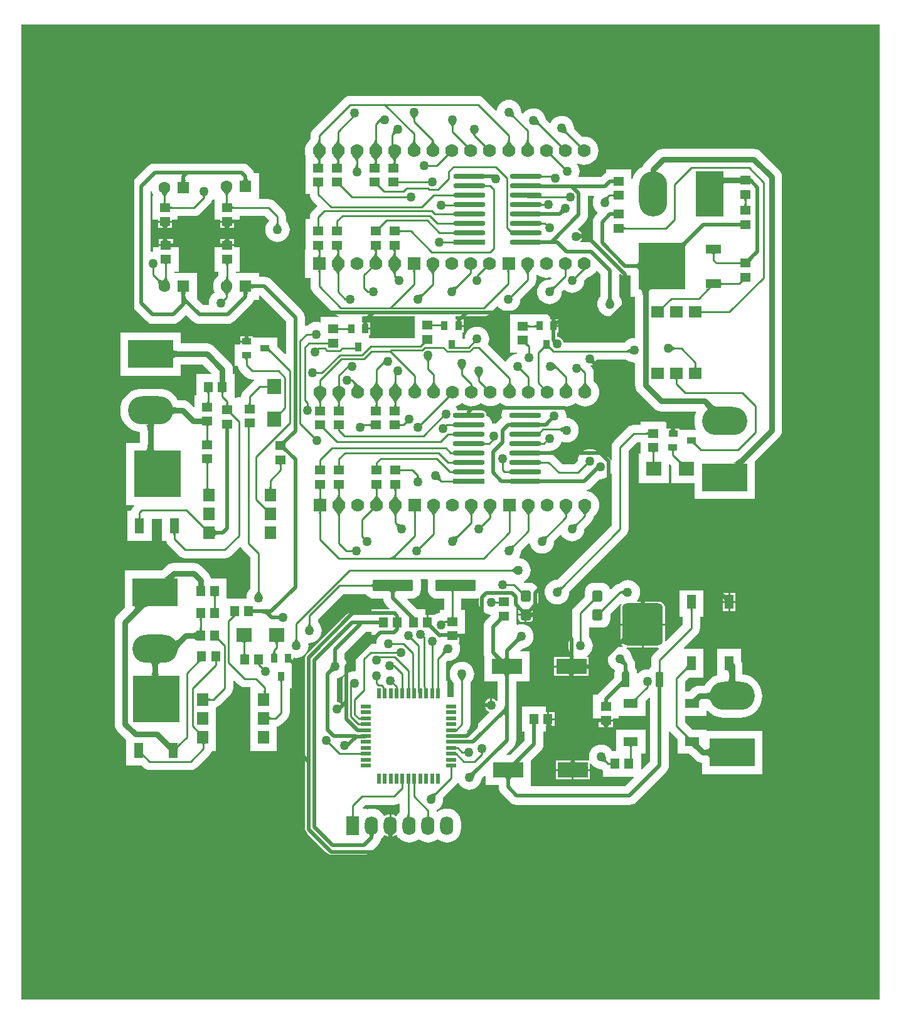
<source format=gbl>
G04*
G04 #@! TF.GenerationSoftware,Altium Limited,Altium Designer,18.0.7 (293)*
G04*
G04 Layer_Physical_Order=2*
G04 Layer_Color=16711680*
%FSLAX44Y44*%
%MOMM*%
G71*
G01*
G75*
%ADD10C,0.2540*%
%ADD26C,0.5080*%
%ADD27C,1.7780*%
%ADD28R,1.7780X1.7780*%
%ADD29R,6.0960X3.8100*%
%ADD30O,6.0960X3.8100*%
%ADD31R,3.8100X6.0960*%
%ADD32O,3.8100X6.0960*%
%ADD33O,1.7780X2.5400*%
%ADD34R,1.7780X2.5400*%
%ADD35R,1.6000X1.6000*%
%ADD36C,1.6000*%
%ADD37C,1.2700*%
%ADD38R,1.4000X1.2000*%
%ADD39R,1.2000X1.4000*%
%ADD40R,4.1000X2.0000*%
%ADD41R,2.0000X1.9000*%
%ADD42R,0.8500X1.2000*%
%ADD43R,1.7800X1.5200*%
%ADD44R,4.3180X0.7000*%
%ADD45O,4.3180X0.7000*%
%ADD46R,1.2000X0.8500*%
%ADD47R,1.9000X2.0000*%
%ADD48R,1.5200X1.7800*%
%ADD49R,1.3000X2.0000*%
%ADD50R,6.3500X6.3500*%
%ADD51R,0.4826X1.4732*%
%ADD52R,1.4732X0.4826*%
G04:AMPARAMS|DCode=53|XSize=5.5mm|YSize=1.5mm|CornerRadius=0.1875mm|HoleSize=0mm|Usage=FLASHONLY|Rotation=0.000|XOffset=0mm|YOffset=0mm|HoleType=Round|Shape=RoundedRectangle|*
%AMROUNDEDRECTD53*
21,1,5.5000,1.1250,0,0,0.0*
21,1,5.1250,1.5000,0,0,0.0*
1,1,0.3750,2.5625,-0.5625*
1,1,0.3750,-2.5625,-0.5625*
1,1,0.3750,-2.5625,0.5625*
1,1,0.3750,2.5625,0.5625*
%
%ADD53ROUNDEDRECTD53*%
%ADD54R,1.2000X1.9000*%
G04:AMPARAMS|DCode=55|XSize=1mm|YSize=2mm|CornerRadius=0.125mm|HoleSize=0mm|Usage=FLASHONLY|Rotation=180.000|XOffset=0mm|YOffset=0mm|HoleType=Round|Shape=RoundedRectangle|*
%AMROUNDEDRECTD55*
21,1,1.0000,1.7500,0,0,180.0*
21,1,0.7500,2.0000,0,0,180.0*
1,1,0.2500,-0.3750,0.8750*
1,1,0.2500,0.3750,0.8750*
1,1,0.2500,0.3750,-0.8750*
1,1,0.2500,-0.3750,-0.8750*
%
%ADD55ROUNDEDRECTD55*%
G04:AMPARAMS|DCode=56|XSize=5.5mm|YSize=5.7mm|CornerRadius=0.6875mm|HoleSize=0mm|Usage=FLASHONLY|Rotation=180.000|XOffset=0mm|YOffset=0mm|HoleType=Round|Shape=RoundedRectangle|*
%AMROUNDEDRECTD56*
21,1,5.5000,4.3250,0,0,180.0*
21,1,4.1250,5.7000,0,0,180.0*
1,1,1.3750,-2.0625,2.1625*
1,1,1.3750,2.0625,2.1625*
1,1,1.3750,2.0625,-2.1625*
1,1,1.3750,-2.0625,-2.1625*
%
%ADD56ROUNDEDRECTD56*%
%ADD57R,2.0000X1.3000*%
%ADD58R,6.3500X6.3500*%
%ADD59R,1.9000X1.2000*%
G04:AMPARAMS|DCode=60|XSize=1.41mm|YSize=1.47mm|CornerRadius=0.1763mm|HoleSize=0mm|Usage=FLASHONLY|Rotation=180.000|XOffset=0mm|YOffset=0mm|HoleType=Round|Shape=RoundedRectangle|*
%AMROUNDEDRECTD60*
21,1,1.4100,1.1175,0,0,180.0*
21,1,1.0575,1.4700,0,0,180.0*
1,1,0.3525,-0.5288,0.5587*
1,1,0.3525,0.5288,0.5587*
1,1,0.3525,0.5288,-0.5587*
1,1,0.3525,-0.5288,-0.5587*
%
%ADD60ROUNDEDRECTD60*%
%ADD61C,0.7620*%
G36*
X1158240Y0D02*
X0D01*
Y1315720D01*
X1158240D01*
Y0D01*
D02*
G37*
%LPC*%
G36*
X287062Y1048454D02*
X278792D01*
Y1043785D01*
X282548D01*
X282065Y1043734D01*
X281634Y1043581D01*
X281253Y1043325D01*
X280922Y1042967D01*
X280643Y1042507D01*
X280414Y1041945D01*
X280237Y1041281D01*
X280221Y1041184D01*
X287062D01*
Y1048454D01*
D02*
G37*
G36*
X276252D02*
X267982D01*
Y1041184D01*
X274715D01*
X274699Y1041281D01*
X274522Y1041945D01*
X274293Y1042507D01*
X274014Y1042967D01*
X273683Y1043325D01*
X273302Y1043581D01*
X272871Y1043734D01*
X272388Y1043785D01*
X276252D01*
Y1048454D01*
D02*
G37*
G36*
X203242D02*
X194972D01*
Y1043785D01*
X198782D01*
X198299Y1043734D01*
X197868Y1043581D01*
X197487Y1043325D01*
X197156Y1042967D01*
X196877Y1042507D01*
X196648Y1041945D01*
X196471Y1041281D01*
X196455Y1041184D01*
X203242D01*
Y1048454D01*
D02*
G37*
G36*
X192432D02*
X184162D01*
Y1041184D01*
X190949D01*
X190933Y1041281D01*
X190756Y1041945D01*
X190527Y1042507D01*
X190248Y1042967D01*
X189917Y1043325D01*
X189536Y1043581D01*
X189105Y1043734D01*
X188622Y1043785D01*
X192432D01*
Y1048454D01*
D02*
G37*
G36*
X443230Y1219299D02*
X440246Y1218906D01*
X437466Y1217754D01*
X435078Y1215922D01*
X393419Y1174263D01*
X391587Y1171876D01*
X390436Y1169095D01*
X390043Y1166112D01*
Y1161254D01*
X389971Y1161161D01*
X388806Y1159847D01*
X388075Y1159108D01*
X388036Y1159076D01*
X385655Y1156175D01*
X383886Y1152865D01*
X382797Y1149275D01*
X382429Y1145540D01*
X382797Y1141805D01*
X383787Y1138541D01*
X383552Y1138224D01*
X383552D01*
Y1105904D01*
Y1086904D01*
X389183D01*
Y1086458D01*
X389576Y1083474D01*
X390728Y1080694D01*
X392560Y1078306D01*
X399621Y1071245D01*
X392506Y1064130D01*
X390674Y1061742D01*
X389522Y1058962D01*
X389129Y1055978D01*
Y1053046D01*
X383498D01*
Y1020726D01*
Y1012190D01*
X382522D01*
Y974090D01*
X390043D01*
Y962409D01*
X390436Y959425D01*
X391587Y956644D01*
X393419Y954257D01*
X422378Y925298D01*
X424766Y923466D01*
X427546Y922314D01*
X428140Y922236D01*
X428057Y920966D01*
X403818D01*
Y914295D01*
X402798Y913539D01*
X400746Y914161D01*
X397510Y914480D01*
X394273Y914161D01*
X391161Y913217D01*
X388293Y911684D01*
X385779Y909621D01*
X385613Y909419D01*
X384810D01*
X384810Y909419D01*
X383334Y909224D01*
X382380Y910062D01*
Y920750D01*
X381943Y924065D01*
X380663Y927155D01*
X378628Y929808D01*
X336718Y971718D01*
X334065Y973753D01*
X330975Y975033D01*
X327660Y975470D01*
X320493D01*
Y980820D01*
X288997D01*
Y982676D01*
X294628D01*
Y1014996D01*
X287008D01*
Y1016566D01*
X277468D01*
X267928D01*
Y1014996D01*
X260308D01*
Y982676D01*
X265939D01*
Y977357D01*
X265508Y976919D01*
X264913Y976388D01*
X264615Y976044D01*
X264029Y975563D01*
X261760Y972798D01*
X260074Y969643D01*
X259035Y966220D01*
X258685Y962660D01*
X259035Y959100D01*
X260074Y955677D01*
X260928Y954078D01*
X260023Y953594D01*
X257509Y951531D01*
X255446Y949017D01*
X253913Y946149D01*
X252969Y943036D01*
X252650Y939800D01*
X252797Y938311D01*
X251944Y937370D01*
X245336D01*
X236600Y946105D01*
Y980820D01*
X206447D01*
Y982676D01*
X212078D01*
Y1014996D01*
X204458D01*
Y1016566D01*
X194918D01*
X185378D01*
Y1014996D01*
X177758D01*
Y1009726D01*
X175370Y1009491D01*
X174100Y1010494D01*
Y1090900D01*
X174261Y1090981D01*
X175788Y1090323D01*
X176181Y1089027D01*
X177717Y1086154D01*
X177222Y1084884D01*
X176542D01*
Y1052564D01*
X184162D01*
Y1050994D01*
X193702D01*
X203242D01*
Y1052564D01*
X210862D01*
Y1057195D01*
X233064D01*
X236048Y1057588D01*
X238828Y1058740D01*
X241216Y1060572D01*
X254532Y1073888D01*
X256364Y1076276D01*
X257299Y1078533D01*
X258111Y1079199D01*
X259092Y1080395D01*
X260362Y1079940D01*
Y1052564D01*
X267982D01*
Y1050994D01*
X277522D01*
X287062D01*
Y1052564D01*
X294682D01*
Y1057195D01*
X328581D01*
X333911Y1051865D01*
Y1050807D01*
X333679Y1050570D01*
X333529Y1050371D01*
X331646Y1048077D01*
X330113Y1045209D01*
X329169Y1042096D01*
X328850Y1038860D01*
X329169Y1035623D01*
X330113Y1032511D01*
X331646Y1029643D01*
X333709Y1027129D01*
X336223Y1025066D01*
X339091Y1023533D01*
X342203Y1022589D01*
X345440Y1022270D01*
X348676Y1022589D01*
X351789Y1023533D01*
X354657Y1025066D01*
X357171Y1027129D01*
X359234Y1029643D01*
X360767Y1032511D01*
X361711Y1035623D01*
X362030Y1038860D01*
X361711Y1042096D01*
X360767Y1045209D01*
X359234Y1048077D01*
X357603Y1050065D01*
X357351Y1050414D01*
X356969Y1050821D01*
Y1056640D01*
X356576Y1059624D01*
X355424Y1062404D01*
X353592Y1064792D01*
X341508Y1076876D01*
X339120Y1078708D01*
X336340Y1079860D01*
X333356Y1080253D01*
X320493D01*
Y1115440D01*
X314313D01*
X313426Y1117582D01*
X311390Y1120235D01*
X306238Y1125388D01*
X303585Y1127423D01*
X300495Y1128703D01*
X297180Y1129140D01*
X180340D01*
X177025Y1128703D01*
X173935Y1127423D01*
X171282Y1125388D01*
X152232Y1106338D01*
X150197Y1103685D01*
X148917Y1100595D01*
X148480Y1097280D01*
Y939800D01*
X148917Y936485D01*
X150197Y933395D01*
X152232Y930742D01*
X167472Y915502D01*
X170125Y913467D01*
X173215Y912187D01*
X176530Y911750D01*
X204470D01*
X207785Y912187D01*
X210875Y913467D01*
X213528Y915502D01*
X222250Y924224D01*
X230972Y915502D01*
X233625Y913467D01*
X236715Y912187D01*
X240030Y911750D01*
X240030Y911750D01*
X278130D01*
X281445Y912187D01*
X284535Y913467D01*
X287188Y915502D01*
X311390Y939705D01*
X313426Y942358D01*
X314313Y944500D01*
X320493D01*
Y949850D01*
X322354D01*
X356760Y915444D01*
Y871513D01*
X355587Y871027D01*
X344890Y881724D01*
Y893250D01*
X312570D01*
X312324Y894418D01*
Y895028D01*
X306537D01*
X306553Y894931D01*
X306730Y894267D01*
X306959Y893705D01*
X307238Y893245D01*
X307569Y892887D01*
X307950Y892632D01*
X308381Y892478D01*
X308864Y892427D01*
X305054D01*
Y888238D01*
X303784D01*
Y886968D01*
X295244D01*
Y883750D01*
X287570D01*
Y854930D01*
X292313D01*
X292594Y852796D01*
X293746Y850016D01*
X295578Y847628D01*
X302998Y840208D01*
X305386Y838376D01*
X308166Y837224D01*
X311150Y836831D01*
X313594D01*
X314002Y835629D01*
X313412Y835176D01*
X299850Y821614D01*
X298018Y819226D01*
X296866Y816446D01*
X296473Y813462D01*
Y813104D01*
X290842D01*
Y811834D01*
X287915D01*
X287506Y812822D01*
X287324Y813060D01*
Y843964D01*
X285254D01*
Y850246D01*
X284774Y853893D01*
X283367Y857291D01*
X281127Y860210D01*
X260154Y881183D01*
X257235Y883423D01*
X253837Y884830D01*
X250190Y885311D01*
X214630D01*
Y900430D01*
X133350D01*
Y842010D01*
X214630D01*
Y857130D01*
X244354D01*
X256249Y845234D01*
X255723Y843964D01*
X236004D01*
Y815644D01*
X233692D01*
Y800084D01*
X232519Y799598D01*
X227134Y804984D01*
X224215Y807223D01*
X220817Y808630D01*
X217170Y809110D01*
X211044D01*
X209124Y812242D01*
X206138Y815738D01*
X202642Y818724D01*
X198722Y821127D01*
X194474Y822886D01*
X190004Y823960D01*
X185420Y824320D01*
X162560D01*
X157976Y823960D01*
X153506Y822886D01*
X149258Y821127D01*
X145338Y818724D01*
X141842Y815738D01*
X138856Y812242D01*
X136453Y808322D01*
X134694Y804074D01*
X133620Y799604D01*
X133260Y795020D01*
X133620Y790436D01*
X134694Y785966D01*
X136453Y781718D01*
X138856Y777798D01*
X141842Y774302D01*
X145338Y771316D01*
X149258Y768913D01*
X153506Y767154D01*
X157976Y766080D01*
X159900Y765929D01*
Y751205D01*
X141605D01*
Y667385D01*
X151582D01*
X152068Y666212D01*
X151233Y665377D01*
X149401Y662989D01*
X148249Y660209D01*
X148170Y659605D01*
X142725D01*
Y619285D01*
X176045D01*
Y648871D01*
X189715D01*
Y619285D01*
X195160D01*
X195239Y618681D01*
X196391Y615901D01*
X198223Y613513D01*
X212828Y598908D01*
X215216Y597076D01*
X217996Y595924D01*
X220980Y595531D01*
X220980Y595531D01*
X274320D01*
X277304Y595924D01*
X280084Y597076D01*
X282472Y598908D01*
X294436Y610872D01*
X295928Y610568D01*
X296086Y610186D01*
X297918Y607798D01*
X308511Y597205D01*
Y554238D01*
X308279Y554000D01*
X308129Y553801D01*
X306246Y551507D01*
X304713Y548639D01*
X303769Y545527D01*
X303450Y542290D01*
X303478Y542003D01*
X302626Y541062D01*
X277076D01*
Y568306D01*
X255677D01*
X255526Y569451D01*
X254119Y572849D01*
X251880Y575768D01*
X251879Y575768D01*
X242374Y585274D01*
X239455Y587513D01*
X236057Y588920D01*
X232410Y589400D01*
X205740D01*
X205740Y589401D01*
X202093Y588920D01*
X198695Y587513D01*
X195777Y585274D01*
X195776Y585273D01*
X191368Y580865D01*
X190787Y580371D01*
X190227Y579949D01*
X189748Y579637D01*
X189356Y579420D01*
X189055Y579284D01*
X188841Y579208D01*
X188704Y579174D01*
X188627Y579162D01*
X188066Y579134D01*
X187992Y579120D01*
X139700D01*
Y529197D01*
X129736Y519234D01*
X127497Y516315D01*
X126090Y512917D01*
X125610Y509270D01*
Y372110D01*
X126090Y368463D01*
X127497Y365065D01*
X129736Y362146D01*
X141455Y350428D01*
Y315755D01*
X161971D01*
X164568Y313158D01*
X166956Y311326D01*
X169736Y310174D01*
X172720Y309781D01*
X172720Y309781D01*
X228600D01*
X231584Y310174D01*
X234364Y311326D01*
X236752Y313158D01*
X253922Y330328D01*
X255754Y332716D01*
X256812Y335270D01*
X262260D01*
Y360670D01*
Y386070D01*
Y394075D01*
X264844Y395146D01*
X267232Y396978D01*
X282472Y412218D01*
X284304Y414606D01*
X285456Y417386D01*
X285849Y420370D01*
Y430248D01*
X287022Y430734D01*
X292838Y424918D01*
X292838Y424918D01*
X295226Y423086D01*
X298006Y421934D01*
X300990Y421541D01*
X300990Y421541D01*
X309240D01*
Y386070D01*
Y360670D01*
Y335270D01*
X344760D01*
Y360670D01*
Y368446D01*
X345884Y368594D01*
X348664Y369746D01*
X351052Y371578D01*
X358672Y379198D01*
X360504Y381586D01*
X361656Y384366D01*
X362049Y387350D01*
Y419953D01*
X364930D01*
Y452272D01*
X366098Y452519D01*
X366708D01*
Y460397D01*
X367978Y461212D01*
X370840Y460930D01*
X374076Y461249D01*
X377189Y462193D01*
X380057Y463726D01*
X382571Y465789D01*
X384634Y468303D01*
X386167Y471171D01*
X387111Y474283D01*
X387430Y477520D01*
X387174Y480116D01*
X388153Y481296D01*
X388620Y481250D01*
X391856Y481569D01*
X394969Y482513D01*
X397837Y484046D01*
X400351Y486109D01*
X402414Y488623D01*
X403947Y491491D01*
X404891Y494604D01*
X405210Y497840D01*
X404891Y501077D01*
X403947Y504189D01*
X402414Y507057D01*
X400783Y509045D01*
X400531Y509394D01*
X400149Y509801D01*
Y513385D01*
X434035Y547271D01*
X464854D01*
X464922Y547106D01*
X466852Y544591D01*
X469366Y542663D01*
X472293Y541450D01*
X475435Y541036D01*
X488326D01*
X488687Y538295D01*
X489967Y535205D01*
X492002Y532552D01*
X496917Y527637D01*
X496431Y526464D01*
X472224D01*
Y522114D01*
X445804D01*
X442489Y521677D01*
X439399Y520397D01*
X436746Y518362D01*
X385912Y467528D01*
X383877Y464875D01*
X382597Y461785D01*
X382160Y458470D01*
Y233026D01*
X382597Y229711D01*
X383877Y226621D01*
X385912Y223969D01*
X410659Y199222D01*
X413312Y197187D01*
X416401Y195907D01*
X419716Y195470D01*
X462280D01*
X465595Y195907D01*
X468685Y197187D01*
X471338Y199222D01*
X481498Y209382D01*
X483533Y212035D01*
X484813Y215125D01*
X485038Y216835D01*
X485976Y217604D01*
X488356Y220505D01*
X489078Y221855D01*
X490706Y222207D01*
X492076Y221156D01*
X494856Y220004D01*
X495155Y219965D01*
X495073Y220785D01*
X494897Y221604D01*
X494670Y222297D01*
X494393Y222864D01*
X494065Y223305D01*
X493687Y223620D01*
X493258Y223808D01*
X492779Y223871D01*
X496570D01*
Y234950D01*
Y250121D01*
X494856Y249896D01*
X492076Y248744D01*
X490706Y247693D01*
X489078Y248045D01*
X488356Y249395D01*
X485976Y252296D01*
X483075Y254676D01*
X479765Y256445D01*
X476175Y257534D01*
X472440Y257902D01*
X468705Y257534D01*
X467110Y257050D01*
X466090Y257807D01*
Y257810D01*
X461193D01*
X460707Y258983D01*
X464515Y262791D01*
X502920D01*
X505904Y263184D01*
X508684Y264336D01*
X509302Y264810D01*
X510441Y264248D01*
Y252900D01*
X509704Y252296D01*
X507324Y249395D01*
X506602Y248045D01*
X504974Y247693D01*
X503604Y248744D01*
X500824Y249896D01*
X499110Y250121D01*
Y234950D01*
Y223871D01*
X502901D01*
X502422Y223808D01*
X501993Y223620D01*
X501615Y223305D01*
X501287Y222864D01*
X501010Y222297D01*
X500783Y221604D01*
X500607Y220785D01*
X500497Y219961D01*
X500824Y220004D01*
X503604Y221156D01*
X504974Y222207D01*
X506602Y221855D01*
X507324Y220505D01*
X509704Y217604D01*
X512605Y215224D01*
X515915Y213455D01*
X519506Y212366D01*
X523240Y211998D01*
X526974Y212366D01*
X530565Y213455D01*
X533875Y215224D01*
X535940Y216919D01*
X538005Y215224D01*
X541315Y213455D01*
X544906Y212366D01*
X548640Y211998D01*
X552374Y212366D01*
X555965Y213455D01*
X559275Y215224D01*
X561340Y216919D01*
X563405Y215224D01*
X566715Y213455D01*
X570305Y212366D01*
X574040Y211998D01*
X577775Y212366D01*
X581365Y213455D01*
X584675Y215224D01*
X587576Y217604D01*
X589956Y220505D01*
X591725Y223815D01*
X592814Y227405D01*
X593182Y231140D01*
Y238760D01*
X592814Y242495D01*
X591725Y246085D01*
X589956Y249395D01*
X587576Y252296D01*
X584675Y254676D01*
X581365Y256445D01*
X577775Y257534D01*
X574040Y257902D01*
X570305Y257534D01*
X566715Y256445D01*
X563405Y254676D01*
X561340Y252981D01*
X560169Y253943D01*
Y255270D01*
X560089Y255873D01*
X561667Y256716D01*
X564181Y258779D01*
X566244Y261293D01*
X567777Y264161D01*
X568721Y267274D01*
X569040Y270510D01*
X568855Y272389D01*
X587526Y291060D01*
X587526Y291060D01*
X588523Y292360D01*
X589789Y292256D01*
X590726Y290503D01*
X592789Y287989D01*
X595303Y285926D01*
X598171Y284393D01*
X601283Y283449D01*
X604520Y283130D01*
X607757Y283449D01*
X610869Y284393D01*
X613737Y285926D01*
X616251Y287989D01*
X618314Y290503D01*
X619847Y293371D01*
X620791Y296483D01*
X620943Y298028D01*
X625022Y302106D01*
X626195Y301620D01*
Y289587D01*
X644045D01*
Y286755D01*
X644482Y283440D01*
X645761Y280350D01*
X647797Y277697D01*
X658962Y266532D01*
X661615Y264497D01*
X664705Y263217D01*
X668020Y262780D01*
X820420D01*
X823735Y263217D01*
X826825Y264497D01*
X829478Y266532D01*
X870221Y307276D01*
X872257Y309929D01*
X873537Y313018D01*
X873973Y316334D01*
Y361465D01*
X875176Y361874D01*
X875768Y361102D01*
X885184Y351686D01*
Y332169D01*
X899428D01*
X899494Y332157D01*
X899651Y332169D01*
X900790D01*
X902527Y330719D01*
X909708Y323539D01*
X909708Y323539D01*
X912626Y321299D01*
X916025Y319892D01*
X918210Y319604D01*
Y304292D01*
X999490D01*
Y362712D01*
X924504D01*
Y364490D01*
X904988D01*
X895449Y374029D01*
Y383170D01*
X924504D01*
Y389722D01*
X925696Y390161D01*
X926702Y388984D01*
X930198Y385998D01*
X934118Y383595D01*
X938366Y381836D01*
X942836Y380762D01*
X947420Y380402D01*
X970280D01*
X974864Y380762D01*
X979334Y381836D01*
X983582Y383595D01*
X987502Y385998D01*
X990998Y388984D01*
X993984Y392480D01*
X996387Y396400D01*
X998146Y400648D01*
X999220Y405118D01*
X999580Y409702D01*
X999220Y414286D01*
X998146Y418756D01*
X996387Y423004D01*
X993984Y426924D01*
X990998Y430420D01*
X987502Y433406D01*
X983582Y435809D01*
X979334Y437568D01*
X974864Y438642D01*
X972941Y438793D01*
Y450350D01*
X972941Y450350D01*
X972460Y453997D01*
X971304Y456788D01*
Y473716D01*
X938984D01*
Y437717D01*
X938366Y437568D01*
X934118Y435809D01*
X930198Y433406D01*
X926702Y430420D01*
X923716Y426924D01*
X921796Y423792D01*
X915217D01*
X911570Y423312D01*
X908171Y421905D01*
X905253Y419665D01*
X905253Y419665D01*
X902448Y416861D01*
X900889Y415490D01*
X895449D01*
Y429056D01*
X900788Y434396D01*
X920304D01*
Y473716D01*
X894269D01*
X893783Y474889D01*
X912296Y493402D01*
X914128Y495790D01*
X915280Y498570D01*
X915673Y501554D01*
X915673Y501554D01*
Y516896D01*
X920304D01*
Y556216D01*
X887984D01*
Y516896D01*
X892616D01*
Y506329D01*
X869565Y483279D01*
X868362Y483872D01*
X868435Y484422D01*
Y504777D01*
X839584D01*
Y474926D01*
X858939D01*
X859488Y474998D01*
X860081Y473795D01*
X853012Y466726D01*
X851180Y464338D01*
X850028Y461557D01*
X849635Y458573D01*
Y449210D01*
X849276Y448935D01*
X847447Y446551D01*
X847054Y445603D01*
X844550Y445850D01*
X841313Y445531D01*
X838201Y444587D01*
X835333Y443054D01*
X832819Y440991D01*
X831992Y439983D01*
X830722Y440437D01*
Y440797D01*
X830330Y443776D01*
X829180Y446551D01*
X828500Y447438D01*
X828273Y447832D01*
Y451996D01*
X827837Y455312D01*
X826557Y458401D01*
X824521Y461054D01*
X824143Y461432D01*
X823991Y462976D01*
X823047Y466089D01*
X821514Y468957D01*
X819451Y471471D01*
X816937Y473534D01*
X816416Y473812D01*
X816811Y475041D01*
X817689Y474926D01*
X837044D01*
Y504777D01*
X808192D01*
Y485475D01*
X809280Y486806D01*
X809780Y487558D01*
X810186Y488287D01*
X810498Y488995D01*
X810717Y489680D01*
X810842Y490344D01*
X810873Y490986D01*
X810811Y491606D01*
X812994Y479421D01*
X812844Y479954D01*
X812615Y480335D01*
X812306Y480564D01*
X811916Y480642D01*
X811446Y480567D01*
X810896Y480340D01*
X810266Y479962D01*
X809616Y479476D01*
X810974Y477707D01*
X811780Y477088D01*
X811190Y475940D01*
X810956Y476011D01*
X807720Y476330D01*
X804483Y476011D01*
X801371Y475067D01*
X798503Y473534D01*
X795989Y471471D01*
X793926Y468957D01*
X792393Y466089D01*
X791449Y462976D01*
X791130Y459740D01*
X791449Y456503D01*
X792393Y453391D01*
X793926Y450523D01*
X795989Y448009D01*
X798503Y445946D01*
X800954Y444636D01*
X800597Y443776D01*
X800205Y440797D01*
Y434930D01*
X800052Y434751D01*
X779646Y414345D01*
X777613Y411696D01*
X771544D01*
Y379376D01*
X779164D01*
Y377806D01*
X788704D01*
X798244D01*
Y379376D01*
X805864D01*
Y383170D01*
X842004D01*
Y402686D01*
X847181Y407862D01*
X848354Y407376D01*
Y321639D01*
X837137Y310423D01*
X835964Y310909D01*
Y332169D01*
X842004D01*
Y364490D01*
X802684D01*
Y335268D01*
X796974D01*
X796114Y336877D01*
X794051Y339391D01*
X791537Y341454D01*
X788669Y342987D01*
X785556Y343931D01*
X782320Y344250D01*
X779083Y343931D01*
X775971Y342987D01*
X773103Y341454D01*
X770589Y339391D01*
X768526Y336877D01*
X766993Y334009D01*
X766049Y330896D01*
X765730Y327660D01*
X766049Y324423D01*
X766387Y323308D01*
X765631Y322287D01*
X746608D01*
X746624Y322191D01*
X746801Y321526D01*
X747030Y320964D01*
X747309Y320504D01*
X747640Y320146D01*
X748021Y319891D01*
X748452Y319738D01*
X748935Y319687D01*
X745125D01*
Y311017D01*
X766895D01*
Y318801D01*
X768165Y319119D01*
X768526Y318443D01*
X770589Y315929D01*
X773103Y313866D01*
X775971Y312333D01*
X779083Y311389D01*
X781643Y311137D01*
X782067Y311068D01*
X782626Y311050D01*
X783720Y309956D01*
X783720Y309956D01*
X784644Y309247D01*
Y300948D01*
X826003D01*
X826489Y299775D01*
X815114Y288400D01*
X687713D01*
X687515Y289587D01*
X687515D01*
Y322292D01*
X700642Y335419D01*
X702677Y338072D01*
X703957Y341161D01*
X704394Y344477D01*
Y361334D01*
X707744D01*
Y368954D01*
X709314D01*
Y378494D01*
Y388034D01*
X707744D01*
Y395654D01*
X675424D01*
Y361334D01*
X678774D01*
Y349782D01*
X659174Y330182D01*
X658966Y330005D01*
X658837Y329907D01*
X654482D01*
X653996Y331081D01*
X664058Y341142D01*
X666093Y343795D01*
X667373Y346885D01*
X667810Y350200D01*
Y393380D01*
Y429420D01*
X685660D01*
Y469740D01*
X673665D01*
X673179Y470913D01*
X676062Y473797D01*
X677607Y473949D01*
X680719Y474893D01*
X683587Y476426D01*
X686101Y478489D01*
X688164Y481003D01*
X689697Y483871D01*
X690641Y486983D01*
X690960Y490220D01*
X690641Y493456D01*
X689697Y496569D01*
X688164Y499437D01*
X686101Y501951D01*
X683587Y504014D01*
X680719Y505547D01*
X677607Y506491D01*
X674370Y506810D01*
X671133Y506491D01*
X669278Y505928D01*
X668008Y506870D01*
Y520499D01*
Y528292D01*
X668355Y528463D01*
X669278Y528788D01*
X670906Y528113D01*
X671274Y526898D01*
X671140Y526696D01*
X670806Y525018D01*
Y520700D01*
X687503D01*
Y524510D01*
X687554Y524027D01*
X687707Y523596D01*
X687963Y523215D01*
X688321Y522884D01*
X688781Y522605D01*
X689343Y522376D01*
X690007Y522199D01*
X690154Y522174D01*
Y525018D01*
X689820Y526696D01*
X689686Y526898D01*
X690054Y528113D01*
X691780Y528828D01*
X694271Y530739D01*
X696182Y533230D01*
X697383Y536130D01*
X697793Y539243D01*
Y550418D01*
X697383Y553530D01*
X696182Y556430D01*
X694271Y558921D01*
X691780Y560832D01*
X688880Y562033D01*
X685768Y562443D01*
X678916D01*
X678230Y563221D01*
X678472Y564629D01*
X679777Y565326D01*
X682291Y567389D01*
X684354Y569903D01*
X685887Y572771D01*
X686831Y575883D01*
X687150Y579120D01*
X686831Y582356D01*
X685887Y585469D01*
X684354Y588337D01*
X682291Y590851D01*
X679777Y592914D01*
X676909Y594447D01*
X673796Y595391D01*
X672249Y595544D01*
X671809Y596863D01*
X673187Y599441D01*
X674131Y602553D01*
X674383Y605113D01*
X674453Y605537D01*
X674470Y606096D01*
X684772Y616399D01*
X685968Y615971D01*
X686039Y615253D01*
X686983Y612141D01*
X688516Y609273D01*
X690579Y606759D01*
X693093Y604696D01*
X695961Y603163D01*
X699073Y602219D01*
X702310Y601900D01*
X705546Y602219D01*
X708659Y603163D01*
X711527Y604696D01*
X714041Y606759D01*
X716104Y609273D01*
X717637Y612141D01*
X718581Y615253D01*
X718833Y617813D01*
X718903Y618237D01*
X718920Y618796D01*
X727271Y627147D01*
X728527Y626960D01*
X729156Y625783D01*
X731219Y623269D01*
X733733Y621206D01*
X736601Y619673D01*
X739714Y618729D01*
X742950Y618410D01*
X746187Y618729D01*
X749299Y619673D01*
X752167Y621206D01*
X754681Y623269D01*
X756744Y625783D01*
X758277Y628651D01*
X759221Y631763D01*
X759473Y634323D01*
X759542Y634748D01*
X759560Y635306D01*
X768631Y644377D01*
X770463Y646764D01*
X771614Y649545D01*
X771851Y651341D01*
X772079Y651637D01*
X773244Y652951D01*
X773975Y653690D01*
X774014Y653722D01*
X776395Y656623D01*
X778164Y659933D01*
X779253Y663523D01*
X779621Y667258D01*
X779253Y670993D01*
X778164Y674583D01*
X776395Y677893D01*
X774014Y680794D01*
X771113Y683174D01*
X767804Y684943D01*
X764213Y686032D01*
X762971Y686155D01*
X762775Y687397D01*
X765865Y688677D01*
X768518Y690712D01*
X780127Y702321D01*
X781050Y702230D01*
X784286Y702549D01*
X787399Y703493D01*
X790267Y705026D01*
X792781Y707089D01*
X794844Y709603D01*
X794959Y709819D01*
X796191Y709510D01*
Y639775D01*
X722926Y566510D01*
X722593Y566507D01*
X722347Y566472D01*
X719393Y566181D01*
X716281Y565237D01*
X713413Y563704D01*
X710899Y561641D01*
X708836Y559127D01*
X707303Y556259D01*
X706359Y553147D01*
X706040Y549910D01*
X706359Y546674D01*
X707303Y543561D01*
X708836Y540693D01*
X710899Y538179D01*
X713413Y536116D01*
X716281Y534583D01*
X719393Y533639D01*
X722630Y533320D01*
X725866Y533639D01*
X728979Y534583D01*
X731847Y536116D01*
X734361Y538179D01*
X736424Y540693D01*
X737957Y543561D01*
X738901Y546674D01*
X739153Y549233D01*
X739222Y549658D01*
X739240Y550216D01*
X815872Y626848D01*
X815872Y626848D01*
X817704Y629236D01*
X818856Y632016D01*
X819249Y635000D01*
Y740715D01*
X830841Y752307D01*
X835618D01*
Y747676D01*
Y736461D01*
X833026D01*
Y697141D01*
X873346D01*
Y722366D01*
X874519Y722852D01*
X876714Y720658D01*
Y697141D01*
X908050D01*
Y675640D01*
X989330D01*
Y725563D01*
X1022153Y758387D01*
X1024393Y761305D01*
X1025800Y764703D01*
X1026281Y768350D01*
X1026281Y768350D01*
X1026281Y1109980D01*
X1025800Y1113627D01*
X1024393Y1117025D01*
X1022153Y1119944D01*
X1022153Y1119944D01*
X998024Y1144073D01*
X995105Y1146313D01*
X991707Y1147720D01*
X988060Y1148201D01*
X866140D01*
X862493Y1147720D01*
X859095Y1146313D01*
X856177Y1144073D01*
X856176Y1144073D01*
X842206Y1130104D01*
X839967Y1127185D01*
X838931Y1124683D01*
X838868Y1124657D01*
X834948Y1122254D01*
X831452Y1119268D01*
X828466Y1115772D01*
X826063Y1111852D01*
X824304Y1107604D01*
X824218Y1107247D01*
X822948Y1107398D01*
Y1120356D01*
X788628D01*
Y1115586D01*
X787911Y1115289D01*
X785258Y1113254D01*
X782094Y1110090D01*
X752290D01*
X751750Y1110991D01*
X751708Y1111360D01*
X752620Y1114363D01*
X752938Y1117600D01*
X752620Y1120836D01*
X751676Y1123949D01*
X750143Y1126817D01*
X749370Y1127758D01*
X750191Y1128759D01*
X751883Y1127855D01*
X755474Y1126766D01*
X759209Y1126398D01*
X762943Y1126766D01*
X766534Y1127855D01*
X769843Y1129624D01*
X772744Y1132004D01*
X775125Y1134905D01*
X776894Y1138215D01*
X777983Y1141805D01*
X778351Y1145540D01*
X777983Y1149275D01*
X776894Y1152865D01*
X775125Y1156175D01*
X772744Y1159076D01*
X769843Y1161456D01*
X766534Y1163225D01*
X762943Y1164314D01*
X759209Y1164682D01*
X756625Y1164428D01*
X745570Y1175483D01*
X745572Y1175603D01*
X745549Y1175804D01*
X745570Y1176020D01*
X745251Y1179257D01*
X744307Y1182369D01*
X742774Y1185237D01*
X740711Y1187751D01*
X738197Y1189814D01*
X735329Y1191347D01*
X732216Y1192291D01*
X728980Y1192610D01*
X725743Y1192291D01*
X722631Y1191347D01*
X719763Y1189814D01*
X717249Y1187751D01*
X715186Y1185237D01*
X714150Y1183299D01*
X712586Y1183067D01*
X707699Y1187954D01*
X707110Y1189726D01*
X706946Y1190348D01*
X706946Y1190348D01*
X706945Y1190349D01*
X706945Y1190349D01*
X706648Y1191076D01*
X706207Y1192529D01*
X704674Y1195397D01*
X702611Y1197911D01*
X700097Y1199974D01*
X697229Y1201507D01*
X694117Y1202451D01*
X690880Y1202770D01*
X687644Y1202451D01*
X684531Y1201507D01*
X681663Y1199974D01*
X679149Y1197911D01*
X677576Y1195994D01*
X675980Y1195794D01*
X674460Y1197314D01*
X674457Y1197647D01*
X674422Y1197893D01*
X674131Y1200846D01*
X673187Y1203959D01*
X671654Y1206827D01*
X669591Y1209341D01*
X667077Y1211404D01*
X664209Y1212937D01*
X661096Y1213881D01*
X657860Y1214200D01*
X654623Y1213881D01*
X651511Y1212937D01*
X648643Y1211404D01*
X646129Y1209341D01*
X644066Y1206827D01*
X642533Y1203959D01*
X641589Y1200846D01*
X641518Y1200129D01*
X640322Y1199702D01*
X624102Y1215922D01*
X621714Y1217754D01*
X618934Y1218906D01*
X615950Y1219299D01*
X443230D01*
X443230Y1219299D01*
D02*
G37*
G36*
X287008Y1026376D02*
X280221D01*
X280237Y1026279D01*
X280414Y1025615D01*
X280643Y1025053D01*
X280922Y1024593D01*
X281253Y1024235D01*
X281634Y1023979D01*
X282065Y1023826D01*
X282548Y1023775D01*
X278738D01*
Y1019106D01*
X287008D01*
Y1026376D01*
D02*
G37*
G36*
X204458D02*
X196455D01*
X196471Y1026279D01*
X196648Y1025615D01*
X196877Y1025053D01*
X197156Y1024593D01*
X197487Y1024235D01*
X197868Y1023979D01*
X198299Y1023826D01*
X198782Y1023775D01*
X196188D01*
Y1019106D01*
X204458D01*
Y1026376D01*
D02*
G37*
G36*
X274715D02*
X267928D01*
Y1019106D01*
X276198D01*
Y1023775D01*
X272388D01*
X272871Y1023826D01*
X273302Y1023979D01*
X273683Y1024235D01*
X274014Y1024593D01*
X274293Y1025053D01*
X274522Y1025615D01*
X274699Y1026279D01*
X274715Y1026376D01*
D02*
G37*
G36*
X190949D02*
X185378D01*
Y1019106D01*
X193648D01*
Y1023775D01*
X188622D01*
X189105Y1023826D01*
X189536Y1023979D01*
X189917Y1024235D01*
X190248Y1024593D01*
X190527Y1025053D01*
X190756Y1025615D01*
X190933Y1026279D01*
X190949Y1026376D01*
D02*
G37*
G36*
X301031Y895028D02*
X295244D01*
Y889508D01*
X302514D01*
Y892427D01*
X298704D01*
X299187Y892478D01*
X299618Y892632D01*
X299999Y892887D01*
X300330Y893245D01*
X300609Y893705D01*
X300838Y894267D01*
X301015Y894931D01*
X301031Y895028D01*
D02*
G37*
G36*
X818120Y566260D02*
X814883Y565941D01*
X811771Y564997D01*
X808903Y563464D01*
X806915Y561833D01*
X806566Y561581D01*
X805905Y560960D01*
X804736Y560806D01*
X801956Y559654D01*
X799568Y557822D01*
X799568Y557822D01*
X795556Y553810D01*
X794119Y554169D01*
X793182Y556430D01*
X791271Y558921D01*
X788780Y560832D01*
X785880Y562033D01*
X782767Y562443D01*
X772193D01*
X769080Y562033D01*
X766180Y560832D01*
X763689Y558921D01*
X761778Y556430D01*
X760577Y553530D01*
X760167Y550418D01*
Y543821D01*
X746228Y529882D01*
X744396Y527494D01*
X743244Y524714D01*
X742851Y521730D01*
Y489417D01*
X742649Y489251D01*
X740586Y486737D01*
X739053Y483869D01*
X738109Y480756D01*
X737790Y477520D01*
X738109Y474283D01*
X739053Y471171D01*
X740586Y468303D01*
X742649Y465789D01*
X745163Y463726D01*
X745792Y463390D01*
X745474Y462120D01*
X743270D01*
Y450850D01*
X762439D01*
Y454748D01*
X762490Y454265D01*
X762643Y453833D01*
X762899Y453452D01*
X763257Y453122D01*
X763717Y452842D01*
X764279Y452614D01*
X764943Y452436D01*
X765040Y452420D01*
Y462120D01*
X763286D01*
X762968Y463390D01*
X763597Y463726D01*
X766111Y465789D01*
X768174Y468303D01*
X769707Y471171D01*
X770651Y474283D01*
X770970Y477520D01*
X770651Y480756D01*
X769707Y483869D01*
X768174Y486737D01*
X766111Y489251D01*
X765909Y489417D01*
Y502166D01*
X767179Y503014D01*
X769080Y502227D01*
X772193Y501817D01*
X782767D01*
X785880Y502227D01*
X788780Y503428D01*
X791271Y505339D01*
X793182Y507830D01*
X794383Y510730D01*
X794793Y513843D01*
Y520439D01*
X808931Y534576D01*
X809418Y534426D01*
X809875Y532955D01*
X809465Y532420D01*
X808516Y530130D01*
X808192Y527672D01*
Y507317D01*
X837044D01*
Y534519D01*
X833233D01*
X833716Y534570D01*
X834148Y534724D01*
X834529Y534979D01*
X834859Y535337D01*
X835138Y535797D01*
X835367Y536359D01*
X835545Y537023D01*
X835569Y537168D01*
X830861D01*
X830260Y538438D01*
X831914Y540453D01*
X833447Y543321D01*
X834391Y546433D01*
X834710Y549670D01*
X834391Y552906D01*
X833447Y556019D01*
X831914Y558887D01*
X829851Y561401D01*
X827337Y563464D01*
X824469Y564997D01*
X821357Y565941D01*
X818120Y566260D01*
D02*
G37*
G36*
X963684Y548596D02*
X956414D01*
Y537826D01*
X963684D01*
Y548596D01*
D02*
G37*
G36*
X953874D02*
X946727D01*
X946876Y548452D01*
X948957Y546656D01*
X949836Y546026D01*
X950608Y545574D01*
X951273Y545301D01*
X951830Y545207D01*
X952280Y545291D01*
X952623Y545554D01*
X952859Y545995D01*
X950057Y537826D01*
X953874D01*
Y548596D01*
D02*
G37*
G36*
X946604Y541444D02*
Y537826D01*
X949035D01*
X948754Y538463D01*
X948337Y539200D01*
X947812Y539975D01*
X947178Y540788D01*
X946604Y541444D01*
D02*
G37*
G36*
X963684Y535286D02*
X956414D01*
Y524516D01*
X963684D01*
Y535286D01*
D02*
G37*
G36*
X953874D02*
X946604D01*
Y524516D01*
X953874D01*
Y535286D01*
D02*
G37*
G36*
X687503Y518160D02*
X681750D01*
Y509456D01*
X685768D01*
X687446Y509790D01*
X688869Y510741D01*
X689820Y512164D01*
X690154Y513843D01*
Y516686D01*
X690007Y516661D01*
X689343Y516484D01*
X688781Y516255D01*
X688321Y515976D01*
X687963Y515645D01*
X687707Y515264D01*
X687554Y514833D01*
X687503Y514350D01*
Y518160D01*
D02*
G37*
G36*
X679210D02*
X670806D01*
Y513843D01*
X671140Y512164D01*
X672091Y510741D01*
X673514Y509790D01*
X675192Y509456D01*
X679210D01*
Y518160D01*
D02*
G37*
G36*
X858939Y537168D02*
X841058D01*
X841082Y537023D01*
X841260Y536359D01*
X841488Y535797D01*
X841768Y535337D01*
X842098Y534979D01*
X842479Y534724D01*
X842911Y534570D01*
X843393Y534519D01*
X839584D01*
Y507317D01*
X868435D01*
Y527672D01*
X868111Y530130D01*
X867162Y532420D01*
X865653Y534387D01*
X863687Y535896D01*
X861396Y536845D01*
X858939Y537168D01*
D02*
G37*
G36*
X740730Y462120D02*
X718960D01*
Y450850D01*
X740730D01*
Y462120D01*
D02*
G37*
G36*
X762439Y448310D02*
X743270D01*
Y439610D01*
X747080D01*
X746597Y439560D01*
X746166Y439407D01*
X745785Y439153D01*
X745454Y438798D01*
X745175Y438340D01*
X744946Y437782D01*
X744769Y437121D01*
X744755Y437040D01*
X765040D01*
Y446915D01*
X764943Y446899D01*
X764279Y446721D01*
X763717Y446493D01*
X763257Y446213D01*
X762899Y445883D01*
X762643Y445502D01*
X762490Y445070D01*
X762439Y444588D01*
Y448310D01*
D02*
G37*
G36*
X740730D02*
X718960D01*
Y437040D01*
X739245D01*
X739231Y437121D01*
X739054Y437782D01*
X738825Y438340D01*
X738546Y438798D01*
X738215Y439153D01*
X737834Y439407D01*
X737403Y439560D01*
X736920Y439610D01*
X740730D01*
Y448310D01*
D02*
G37*
G36*
X719124Y388034D02*
X711854D01*
Y379764D01*
X719124D01*
Y388034D01*
D02*
G37*
G36*
Y377224D02*
X711854D01*
Y368954D01*
X719124D01*
Y377224D01*
D02*
G37*
G36*
X798244Y375266D02*
X789974D01*
Y370597D01*
X793476D01*
X793052Y370549D01*
X792673Y370405D01*
X792338Y370165D01*
X792048Y369828D01*
X791802Y369396D01*
X791601Y368868D01*
X791445Y368243D01*
X791407Y367996D01*
X798244D01*
Y375266D01*
D02*
G37*
G36*
X787434D02*
X779164D01*
Y367996D01*
X786001D01*
X785963Y368243D01*
X785807Y368868D01*
X785606Y369396D01*
X785360Y369828D01*
X785070Y370165D01*
X784735Y370405D01*
X784356Y370549D01*
X783932Y370597D01*
X787434D01*
Y375266D01*
D02*
G37*
G36*
X741102Y322287D02*
X720815D01*
Y311017D01*
X742585D01*
Y319687D01*
X738775D01*
X739258Y319738D01*
X739689Y319891D01*
X740070Y320146D01*
X740401Y320504D01*
X740680Y320964D01*
X740909Y321526D01*
X741086Y322191D01*
X741102Y322287D01*
D02*
G37*
G36*
X766895Y308477D02*
X745125D01*
Y297208D01*
X766895D01*
Y308477D01*
D02*
G37*
G36*
X742585D02*
X720815D01*
Y297208D01*
X742585D01*
Y308477D01*
D02*
G37*
%LPD*%
G36*
X495826Y1206500D02*
X495361Y1206482D01*
X494983Y1206428D01*
X494692Y1206338D01*
X494488Y1206213D01*
X494370Y1206051D01*
X494339Y1205853D01*
X494395Y1205620D01*
X494537Y1205350D01*
X494766Y1205045D01*
X495082Y1204704D01*
X491490D01*
X491123Y1205045D01*
X490742Y1205350D01*
X490345Y1205620D01*
X489934Y1205853D01*
X489508Y1206051D01*
X489067Y1206213D01*
X488611Y1206338D01*
X488140Y1206428D01*
X487654Y1206482D01*
X487154Y1206500D01*
X490220Y1209040D01*
X495826Y1206500D01*
D02*
G37*
G36*
X664218Y1196685D02*
X664339Y1195127D01*
X664451Y1194432D01*
X664598Y1193791D01*
X664779Y1193205D01*
X664995Y1192675D01*
X665246Y1192199D01*
X665532Y1191779D01*
X665852Y1191414D01*
X664055Y1189619D01*
X663691Y1189938D01*
X663271Y1190224D01*
X662795Y1190474D01*
X662265Y1190691D01*
X661679Y1190872D01*
X661039Y1191019D01*
X660343Y1191131D01*
X659591Y1191209D01*
X657924Y1191260D01*
X664210Y1197546D01*
X664218Y1196685D01*
D02*
G37*
G36*
X533432Y1192460D02*
X532416Y1191273D01*
X532003Y1190702D01*
X531654Y1190145D01*
X531368Y1189603D01*
X531146Y1189075D01*
X530987Y1188561D01*
X530892Y1188063D01*
X530860Y1187578D01*
X528320D01*
X528288Y1188063D01*
X528193Y1188561D01*
X528034Y1189075D01*
X527812Y1189603D01*
X527526Y1190145D01*
X527177Y1190702D01*
X526764Y1191273D01*
X526288Y1191859D01*
X525145Y1193075D01*
X534035D01*
X533432Y1192460D01*
D02*
G37*
G36*
X485685Y1183005D02*
X485244Y1183412D01*
X484806Y1183733D01*
X484370Y1183966D01*
X483936Y1184112D01*
X483504Y1184172D01*
X483074Y1184144D01*
X482647Y1184029D01*
X482222Y1183828D01*
X481799Y1183539D01*
X481379Y1183163D01*
X480278Y1185654D01*
X480832Y1186216D01*
X484264Y1190107D01*
X484690Y1190657D01*
X485100Y1191206D01*
X485685Y1183005D01*
D02*
G37*
G36*
X697283Y1186801D02*
X698295Y1183757D01*
X698554Y1183171D01*
X698816Y1182655D01*
X699080Y1182210D01*
X699346Y1181835D01*
X699615Y1181529D01*
X698304Y1179249D01*
X697910Y1179593D01*
X697476Y1179880D01*
X697001Y1180107D01*
X696487Y1180275D01*
X695933Y1180386D01*
X695338Y1180437D01*
X694704Y1180430D01*
X694029Y1180364D01*
X693314Y1180239D01*
X692560Y1180056D01*
X697036Y1187737D01*
X697283Y1186801D01*
D02*
G37*
G36*
X585502Y1182300D02*
X584486Y1181113D01*
X584073Y1180542D01*
X583724Y1179985D01*
X583438Y1179443D01*
X583216Y1178915D01*
X583057Y1178401D01*
X582962Y1177903D01*
X582930Y1177418D01*
X580390D01*
X580358Y1177903D01*
X580263Y1178401D01*
X580104Y1178915D01*
X579882Y1179443D01*
X579596Y1179985D01*
X579247Y1180542D01*
X578834Y1181113D01*
X578358Y1181699D01*
X577215Y1182915D01*
X586105D01*
X585502Y1182300D01*
D02*
G37*
G36*
X735311Y1174927D02*
X735394Y1173384D01*
X735492Y1172694D01*
X735628Y1172057D01*
X735801Y1171473D01*
X736012Y1170943D01*
X736260Y1170467D01*
X736546Y1170044D01*
X736870Y1169675D01*
X735022Y1167930D01*
X734662Y1168247D01*
X734245Y1168531D01*
X733771Y1168784D01*
X733241Y1169006D01*
X732653Y1169195D01*
X732009Y1169354D01*
X731308Y1169480D01*
X730551Y1169576D01*
X728866Y1169671D01*
X735325Y1175779D01*
X735311Y1174927D01*
D02*
G37*
G36*
X507937Y1168400D02*
X507075Y1168392D01*
X505517Y1168271D01*
X504822Y1168159D01*
X504181Y1168012D01*
X503595Y1167831D01*
X503065Y1167615D01*
X502589Y1167364D01*
X502169Y1167078D01*
X501805Y1166758D01*
X500009Y1168555D01*
X500328Y1168919D01*
X500614Y1169339D01*
X500864Y1169815D01*
X501081Y1170345D01*
X501262Y1170931D01*
X501409Y1171572D01*
X501521Y1172267D01*
X501599Y1173019D01*
X501650Y1174687D01*
X507937Y1168400D01*
D02*
G37*
G36*
X613512Y1168940D02*
X613224Y1168717D01*
X612970Y1168464D01*
X612750Y1168181D01*
X612563Y1167869D01*
X612411Y1167526D01*
X612292Y1167154D01*
X612208Y1166753D01*
X612157Y1166321D01*
X612140Y1165860D01*
X609600D01*
X609583Y1166321D01*
X609532Y1166753D01*
X609448Y1167154D01*
X609329Y1167526D01*
X609177Y1167869D01*
X608990Y1168181D01*
X608770Y1168464D01*
X608516Y1168717D01*
X608228Y1168940D01*
X607907Y1169134D01*
X613833D01*
X613512Y1168940D01*
D02*
G37*
G36*
X556307Y1158864D02*
X556446Y1158199D01*
X556679Y1157514D01*
X557005Y1156809D01*
X557424Y1156085D01*
X557936Y1155340D01*
X558542Y1154576D01*
X559240Y1153793D01*
X560917Y1152166D01*
X549063D01*
X549948Y1152989D01*
X551438Y1154576D01*
X552044Y1155340D01*
X552556Y1156085D01*
X552975Y1156809D01*
X553301Y1157514D01*
X553534Y1158199D01*
X553673Y1158864D01*
X553720Y1159510D01*
X556260D01*
X556307Y1158864D01*
D02*
G37*
G36*
X684328Y1159068D02*
X684477Y1158424D01*
X684724Y1157742D01*
X685071Y1157021D01*
X685517Y1156262D01*
X686062Y1155464D01*
X686705Y1154628D01*
X688290Y1152840D01*
X689231Y1151889D01*
X676786D01*
X677727Y1152840D01*
X679312Y1154628D01*
X679956Y1155464D01*
X680500Y1156262D01*
X680946Y1157021D01*
X681293Y1157742D01*
X681540Y1158424D01*
X681689Y1159068D01*
X681739Y1159673D01*
X684278D01*
X684328Y1159068D01*
D02*
G37*
G36*
X658928D02*
X659077Y1158424D01*
X659324Y1157742D01*
X659671Y1157021D01*
X660117Y1156262D01*
X660662Y1155464D01*
X661305Y1154628D01*
X662890Y1152840D01*
X663831Y1151889D01*
X651385D01*
X652327Y1152840D01*
X653912Y1154628D01*
X654556Y1155464D01*
X655100Y1156262D01*
X655546Y1157021D01*
X655893Y1157742D01*
X656140Y1158424D01*
X656289Y1159068D01*
X656339Y1159673D01*
X658878D01*
X658928Y1159068D01*
D02*
G37*
G36*
X530910D02*
X531058Y1158424D01*
X531306Y1157742D01*
X531652Y1157021D01*
X532098Y1156262D01*
X532643Y1155464D01*
X533287Y1154628D01*
X534872Y1152840D01*
X535813Y1151889D01*
X523367D01*
X524308Y1152840D01*
X525893Y1154628D01*
X526537Y1155464D01*
X527082Y1156262D01*
X527528Y1157021D01*
X527874Y1157742D01*
X528122Y1158424D01*
X528270Y1159068D01*
X528320Y1159673D01*
X530860D01*
X530910Y1159068D01*
D02*
G37*
G36*
X479091D02*
X479240Y1158424D01*
X479487Y1157742D01*
X479834Y1157021D01*
X480280Y1156262D01*
X480825Y1155464D01*
X481468Y1154628D01*
X483053Y1152840D01*
X483994Y1151889D01*
X471549D01*
X472490Y1152840D01*
X474075Y1154628D01*
X474718Y1155464D01*
X475263Y1156262D01*
X475709Y1157021D01*
X476056Y1157742D01*
X476303Y1158424D01*
X476452Y1159068D01*
X476502Y1159673D01*
X479041D01*
X479091Y1159068D01*
D02*
G37*
G36*
X428291D02*
X428440Y1158424D01*
X428687Y1157742D01*
X429034Y1157021D01*
X429480Y1156262D01*
X430024Y1155464D01*
X430668Y1154628D01*
X432253Y1152840D01*
X433195Y1151889D01*
X420748D01*
X421689Y1152840D01*
X423274Y1154628D01*
X423918Y1155464D01*
X424463Y1156262D01*
X424909Y1157021D01*
X425256Y1157742D01*
X425503Y1158424D01*
X425652Y1159068D01*
X425701Y1159673D01*
X428242D01*
X428291Y1159068D01*
D02*
G37*
G36*
X402891D02*
X403040Y1158424D01*
X403287Y1157742D01*
X403634Y1157021D01*
X404080Y1156262D01*
X404624Y1155464D01*
X405268Y1154628D01*
X406853Y1152840D01*
X407794Y1151889D01*
X395349D01*
X396289Y1152840D01*
X397874Y1154628D01*
X398518Y1155464D01*
X399063Y1156262D01*
X399509Y1157021D01*
X399856Y1157742D01*
X400103Y1158424D01*
X400252Y1159068D01*
X400302Y1159673D01*
X402841D01*
X402891Y1159068D01*
D02*
G37*
G36*
X508453Y1138240D02*
X506868Y1136452D01*
X506225Y1135615D01*
X505680Y1134818D01*
X505234Y1134059D01*
X504887Y1133338D01*
X504640Y1132656D01*
X504491Y1132012D01*
X504441Y1131407D01*
X501902D01*
X501852Y1132012D01*
X501703Y1132656D01*
X501456Y1133338D01*
X501109Y1134059D01*
X500663Y1134818D01*
X500118Y1135615D01*
X499474Y1136452D01*
X497890Y1138240D01*
X496949Y1139191D01*
X509394D01*
X508453Y1138240D01*
D02*
G37*
G36*
X483053D02*
X481468Y1136452D01*
X480825Y1135615D01*
X480280Y1134818D01*
X479834Y1134059D01*
X479487Y1133338D01*
X479240Y1132656D01*
X479091Y1132012D01*
X479041Y1131407D01*
X476502D01*
X476452Y1132012D01*
X476303Y1132656D01*
X476056Y1133338D01*
X475709Y1134059D01*
X475263Y1134818D01*
X474718Y1135615D01*
X474075Y1136452D01*
X472490Y1138240D01*
X471549Y1139191D01*
X483994D01*
X483053Y1138240D01*
D02*
G37*
G36*
X457653D02*
X456068Y1136452D01*
X455424Y1135615D01*
X454880Y1134818D01*
X454434Y1134059D01*
X454087Y1133338D01*
X453840Y1132656D01*
X453691Y1132012D01*
X453642Y1131407D01*
X451101D01*
X451052Y1132012D01*
X450903Y1132656D01*
X450656Y1133338D01*
X450309Y1134059D01*
X449863Y1134818D01*
X449318Y1135615D01*
X448675Y1136452D01*
X447090Y1138240D01*
X446148Y1139191D01*
X458595D01*
X457653Y1138240D01*
D02*
G37*
G36*
X432253D02*
X430668Y1136452D01*
X430024Y1135615D01*
X429480Y1134818D01*
X429034Y1134059D01*
X428687Y1133338D01*
X428440Y1132656D01*
X428291Y1132012D01*
X428242Y1131407D01*
X425701D01*
X425652Y1132012D01*
X425503Y1132656D01*
X425256Y1133338D01*
X424909Y1134059D01*
X424463Y1134818D01*
X423918Y1135615D01*
X423274Y1136452D01*
X421689Y1138240D01*
X420748Y1139191D01*
X433195D01*
X432253Y1138240D01*
D02*
G37*
G36*
X406853D02*
X405268Y1136452D01*
X404624Y1135615D01*
X404080Y1134818D01*
X403634Y1134059D01*
X403287Y1133338D01*
X403040Y1132656D01*
X402891Y1132012D01*
X402841Y1131407D01*
X400302D01*
X400252Y1132012D01*
X400103Y1132656D01*
X399856Y1133338D01*
X399509Y1134059D01*
X399063Y1134818D01*
X398518Y1135615D01*
X397874Y1136452D01*
X396289Y1138240D01*
X395349Y1139191D01*
X407794D01*
X406853Y1138240D01*
D02*
G37*
G36*
X504454Y1130085D02*
X504492Y1129648D01*
X504556Y1129263D01*
X504645Y1128928D01*
X504759Y1128646D01*
X504899Y1128414D01*
X505064Y1128234D01*
X505254Y1128106D01*
X505470Y1128029D01*
X505712Y1128003D01*
X500631D01*
X500873Y1128029D01*
X501089Y1128106D01*
X501279Y1128234D01*
X501444Y1128414D01*
X501584Y1128646D01*
X501698Y1128928D01*
X501787Y1129263D01*
X501851Y1129648D01*
X501889Y1130085D01*
X501902Y1130574D01*
X504441D01*
X504454Y1130085D01*
D02*
G37*
G36*
X479054D02*
X479092Y1129648D01*
X479156Y1129263D01*
X479245Y1128928D01*
X479359Y1128646D01*
X479499Y1128414D01*
X479664Y1128234D01*
X479854Y1128106D01*
X480070Y1128029D01*
X480312Y1128003D01*
X475232D01*
X475473Y1128029D01*
X475689Y1128106D01*
X475879Y1128234D01*
X476044Y1128414D01*
X476184Y1128646D01*
X476298Y1128928D01*
X476387Y1129263D01*
X476451Y1129648D01*
X476489Y1130085D01*
X476502Y1130574D01*
X479041D01*
X479054Y1130085D01*
D02*
G37*
G36*
X428254D02*
X428292Y1129648D01*
X428356Y1129263D01*
X428445Y1128928D01*
X428559Y1128646D01*
X428699Y1128414D01*
X428864Y1128234D01*
X429054Y1128106D01*
X429270Y1128029D01*
X429511Y1128003D01*
X424431D01*
X424673Y1128029D01*
X424889Y1128106D01*
X425079Y1128234D01*
X425244Y1128414D01*
X425384Y1128646D01*
X425498Y1128928D01*
X425587Y1129263D01*
X425651Y1129648D01*
X425689Y1130085D01*
X425701Y1130574D01*
X428242D01*
X428254Y1130085D01*
D02*
G37*
G36*
X402854D02*
X402892Y1129648D01*
X402956Y1129263D01*
X403045Y1128928D01*
X403159Y1128646D01*
X403299Y1128414D01*
X403464Y1128234D01*
X403654Y1128106D01*
X403870Y1128029D01*
X404112Y1128003D01*
X399031D01*
X399273Y1128029D01*
X399489Y1128106D01*
X399679Y1128234D01*
X399844Y1128414D01*
X399984Y1128646D01*
X400098Y1128928D01*
X400187Y1129263D01*
X400251Y1129648D01*
X400289Y1130085D01*
X400302Y1130574D01*
X402841D01*
X402854Y1130085D01*
D02*
G37*
G36*
X453673Y1126129D02*
X453769Y1125630D01*
X453927Y1125117D01*
X454150Y1124589D01*
X454435Y1124046D01*
X454785Y1123490D01*
X455197Y1122918D01*
X455673Y1122332D01*
X456816Y1121116D01*
X447926D01*
X448530Y1121731D01*
X449546Y1122918D01*
X449958Y1123490D01*
X450308Y1124046D01*
X450593Y1124589D01*
X450816Y1125117D01*
X450975Y1125630D01*
X451070Y1126129D01*
X451101Y1126613D01*
X453642D01*
X453673Y1126129D01*
D02*
G37*
G36*
X304898Y1109359D02*
X304974Y1108490D01*
X305101Y1107723D01*
X305279Y1107059D01*
X305508Y1106497D01*
X305787Y1106037D01*
X306117Y1105679D01*
X306498Y1105423D01*
X306930Y1105270D01*
X307412Y1105219D01*
X297253D01*
X297735Y1105270D01*
X298167Y1105423D01*
X298548Y1105679D01*
X298878Y1106037D01*
X299158Y1106497D01*
X299386Y1107059D01*
X299564Y1107723D01*
X299691Y1108490D01*
X299767Y1109359D01*
X299792Y1110330D01*
X304872D01*
X304898Y1109359D01*
D02*
G37*
G36*
X221005Y1108089D02*
X221082Y1107220D01*
X221209Y1106453D01*
X221386Y1105789D01*
X221615Y1105227D01*
X221894Y1104767D01*
X222225Y1104409D01*
X222606Y1104153D01*
X223037Y1104000D01*
X223520Y1103949D01*
X213360D01*
X213843Y1104000D01*
X214274Y1104153D01*
X214655Y1104409D01*
X214986Y1104767D01*
X215265Y1105227D01*
X215494Y1105789D01*
X215671Y1106453D01*
X215798Y1107220D01*
X215875Y1108089D01*
X215900Y1109060D01*
X220980D01*
X221005Y1108089D01*
D02*
G37*
G36*
X432866Y1099536D02*
X432762Y1099340D01*
X432741Y1099097D01*
X432801Y1098807D01*
X432942Y1098471D01*
X433166Y1098089D01*
X433471Y1097660D01*
X433858Y1097185D01*
X434878Y1096095D01*
X432081Y1095298D01*
X431603Y1095760D01*
X430724Y1096497D01*
X430325Y1096772D01*
X429953Y1096986D01*
X429607Y1097138D01*
X429288Y1097227D01*
X428995Y1097255D01*
X428729Y1097221D01*
X428489Y1097125D01*
X433051Y1099687D01*
X432866Y1099536D01*
D02*
G37*
G36*
X403011Y1097099D02*
X402795Y1097022D01*
X402604Y1096894D01*
X402439Y1096714D01*
X402299Y1096482D01*
X402185Y1096200D01*
X402096Y1095865D01*
X402033Y1095480D01*
X401995Y1095043D01*
X401982Y1094555D01*
X399442D01*
X399429Y1095043D01*
X399391Y1095480D01*
X399328Y1095865D01*
X399239Y1096200D01*
X399124Y1096482D01*
X398985Y1096714D01*
X398820Y1096894D01*
X398629Y1097022D01*
X398413Y1097099D01*
X398172Y1097125D01*
X403252D01*
X403011Y1097099D01*
D02*
G37*
G36*
X281710Y1090733D02*
X280324Y1089156D01*
X279761Y1088412D01*
X279285Y1087698D01*
X278895Y1087015D01*
X278592Y1086361D01*
X278376Y1085738D01*
X278246Y1085145D01*
X278202Y1084581D01*
X275662D01*
X275619Y1085145D01*
X275489Y1085738D01*
X275273Y1086361D01*
X274970Y1087015D01*
X274580Y1087698D01*
X274104Y1088412D01*
X273541Y1089156D01*
X272155Y1090733D01*
X271333Y1091567D01*
X282533D01*
X281710Y1090733D01*
D02*
G37*
G36*
X197817Y1089463D02*
X196432Y1087886D01*
X195869Y1087142D01*
X195392Y1086428D01*
X195003Y1085745D01*
X194700Y1085091D01*
X194483Y1084468D01*
X194353Y1083875D01*
X194310Y1083311D01*
X191770D01*
X191727Y1083875D01*
X191597Y1084468D01*
X191380Y1085091D01*
X191077Y1085745D01*
X190688Y1086428D01*
X190211Y1087142D01*
X189648Y1087886D01*
X188263Y1089463D01*
X187440Y1090297D01*
X198640D01*
X197817Y1089463D01*
D02*
G37*
G36*
X798819Y1082656D02*
X798793Y1082897D01*
X798717Y1083113D01*
X798590Y1083304D01*
X798412Y1083469D01*
X798184Y1083608D01*
X797904Y1083723D01*
X797574Y1083812D01*
X797193Y1083875D01*
X796761Y1083913D01*
X796279Y1083926D01*
Y1086466D01*
X796761Y1086479D01*
X797193Y1086517D01*
X797574Y1086580D01*
X797904Y1086669D01*
X798184Y1086784D01*
X798412Y1086923D01*
X798590Y1087088D01*
X798717Y1087279D01*
X798793Y1087495D01*
X798819Y1087736D01*
Y1082656D01*
D02*
G37*
G36*
X249022Y1085120D02*
X248734Y1084897D01*
X248480Y1084644D01*
X248260Y1084361D01*
X248073Y1084049D01*
X247921Y1083706D01*
X247802Y1083334D01*
X247718Y1082933D01*
X247667Y1082501D01*
X247650Y1082040D01*
X245110D01*
X245093Y1082501D01*
X245042Y1082933D01*
X244958Y1083334D01*
X244839Y1083706D01*
X244687Y1084049D01*
X244500Y1084361D01*
X244280Y1084644D01*
X244026Y1084897D01*
X243738Y1085120D01*
X243417Y1085314D01*
X249343D01*
X249022Y1085120D01*
D02*
G37*
G36*
X793463Y1083767D02*
X793107Y1083361D01*
X792822Y1082927D01*
X792610Y1082465D01*
X792468Y1081975D01*
X792399Y1081456D01*
X792400Y1080910D01*
X792474Y1080335D01*
X792619Y1079732D01*
X792835Y1079101D01*
X793123Y1078441D01*
X784839Y1081501D01*
X785789Y1081925D01*
X790236Y1084242D01*
X790556Y1084480D01*
X790799Y1084695D01*
X793463Y1083767D01*
D02*
G37*
G36*
X978895Y1080589D02*
X978679Y1080512D01*
X978488Y1080384D01*
X978323Y1080204D01*
X978184Y1079972D01*
X978069Y1079690D01*
X977980Y1079355D01*
X977917Y1078970D01*
X977879Y1078533D01*
X977866Y1078045D01*
X975326D01*
X975313Y1078533D01*
X975275Y1078970D01*
X975212Y1079355D01*
X975123Y1079690D01*
X975008Y1079972D01*
X974869Y1080204D01*
X974704Y1080384D01*
X974513Y1080512D01*
X974297Y1080589D01*
X974056Y1080615D01*
X979136D01*
X978895Y1080589D01*
D02*
G37*
G36*
X278215Y1076745D02*
X278253Y1076308D01*
X278317Y1075923D01*
X278406Y1075588D01*
X278520Y1075306D01*
X278660Y1075074D01*
X278825Y1074894D01*
X279015Y1074766D01*
X279231Y1074689D01*
X279473Y1074663D01*
X274393D01*
X274634Y1074689D01*
X274850Y1074766D01*
X275040Y1074894D01*
X275205Y1075074D01*
X275345Y1075306D01*
X275459Y1075588D01*
X275548Y1075923D01*
X275612Y1076308D01*
X275650Y1076745D01*
X275662Y1077234D01*
X278202D01*
X278215Y1076745D01*
D02*
G37*
G36*
X194323D02*
X194361Y1076308D01*
X194424Y1075923D01*
X194513Y1075588D01*
X194627Y1075306D01*
X194767Y1075074D01*
X194932Y1074894D01*
X195123Y1074766D01*
X195339Y1074689D01*
X195580Y1074663D01*
X190500D01*
X190741Y1074689D01*
X190957Y1074766D01*
X191148Y1074894D01*
X191313Y1075074D01*
X191453Y1075306D01*
X191567Y1075588D01*
X191656Y1075923D01*
X191719Y1076308D01*
X191757Y1076745D01*
X191770Y1077234D01*
X194310D01*
X194323Y1076745D01*
D02*
G37*
G36*
X977879Y1072935D02*
X977917Y1072498D01*
X977980Y1072113D01*
X978069Y1071778D01*
X978184Y1071496D01*
X978323Y1071264D01*
X978488Y1071084D01*
X978679Y1070956D01*
X978895Y1070879D01*
X979136Y1070853D01*
X974056D01*
X974297Y1070879D01*
X974513Y1070956D01*
X974704Y1071084D01*
X974869Y1071264D01*
X975008Y1071496D01*
X975123Y1071778D01*
X975212Y1072113D01*
X975275Y1072498D01*
X975313Y1072935D01*
X975326Y1073423D01*
X977866D01*
X977879Y1072935D01*
D02*
G37*
G36*
X284517Y1071023D02*
X284593Y1070807D01*
X284720Y1070616D01*
X284898Y1070451D01*
X285126Y1070312D01*
X285406Y1070197D01*
X285736Y1070108D01*
X286117Y1070045D01*
X286549Y1070007D01*
X287031Y1069994D01*
Y1067454D01*
X286549Y1067441D01*
X286117Y1067403D01*
X285736Y1067340D01*
X285406Y1067251D01*
X285126Y1067137D01*
X284898Y1066997D01*
X284720Y1066832D01*
X284593Y1066641D01*
X284517Y1066425D01*
X284492Y1066184D01*
Y1071264D01*
X284517Y1071023D01*
D02*
G37*
G36*
X200697D02*
X200773Y1070807D01*
X200900Y1070616D01*
X201078Y1070451D01*
X201306Y1070312D01*
X201586Y1070197D01*
X201916Y1070108D01*
X202297Y1070045D01*
X202729Y1070007D01*
X203211Y1069994D01*
Y1067454D01*
X202729Y1067441D01*
X202297Y1067403D01*
X201916Y1067340D01*
X201586Y1067251D01*
X201306Y1067137D01*
X201078Y1066997D01*
X200900Y1066832D01*
X200773Y1066641D01*
X200697Y1066425D01*
X200672Y1066184D01*
Y1071264D01*
X200697Y1071023D01*
D02*
G37*
G36*
X733997Y1061720D02*
X733467Y1061703D01*
X732945Y1061639D01*
X732431Y1061528D01*
X731924Y1061372D01*
X731425Y1061170D01*
X730934Y1060921D01*
X730451Y1060626D01*
X729975Y1060285D01*
X729507Y1059898D01*
X729047Y1059465D01*
X725455Y1063057D01*
X725888Y1063517D01*
X726275Y1063985D01*
X726616Y1064461D01*
X726911Y1064944D01*
X727160Y1065435D01*
X727362Y1065934D01*
X727518Y1066441D01*
X727629Y1066955D01*
X727693Y1067477D01*
X727710Y1068007D01*
X733997Y1061720D01*
D02*
G37*
G36*
X346742Y1048408D02*
X346837Y1047909D01*
X346996Y1047395D01*
X347218Y1046868D01*
X347504Y1046325D01*
X347853Y1045768D01*
X348266Y1045197D01*
X348742Y1044611D01*
X349885Y1043395D01*
X340995D01*
X341598Y1044010D01*
X342614Y1045197D01*
X343027Y1045768D01*
X343376Y1046325D01*
X343662Y1046868D01*
X343884Y1047395D01*
X344043Y1047909D01*
X344138Y1048408D01*
X344170Y1048892D01*
X346710D01*
X346742Y1048408D01*
D02*
G37*
G36*
X427341Y1044907D02*
X427379Y1044470D01*
X427442Y1044085D01*
X427531Y1043750D01*
X427645Y1043468D01*
X427785Y1043236D01*
X427950Y1043056D01*
X428141Y1042928D01*
X428357Y1042851D01*
X428598Y1042825D01*
X423518D01*
X423759Y1042851D01*
X423975Y1042928D01*
X424166Y1043056D01*
X424331Y1043236D01*
X424470Y1043468D01*
X424585Y1043750D01*
X424674Y1044085D01*
X424737Y1044470D01*
X424775Y1044907D01*
X424788Y1045396D01*
X427328D01*
X427341Y1044907D01*
D02*
G37*
G36*
X401941D02*
X401979Y1044470D01*
X402042Y1044085D01*
X402131Y1043750D01*
X402245Y1043468D01*
X402385Y1043236D01*
X402550Y1043056D01*
X402741Y1042928D01*
X402957Y1042851D01*
X403198Y1042825D01*
X398118D01*
X398359Y1042851D01*
X398575Y1042928D01*
X398766Y1043056D01*
X398931Y1043236D01*
X399071Y1043468D01*
X399185Y1043750D01*
X399274Y1044085D01*
X399337Y1044470D01*
X399375Y1044907D01*
X399388Y1045396D01*
X401928D01*
X401941Y1044907D01*
D02*
G37*
G36*
X812837Y1043133D02*
X812913Y1042917D01*
X813040Y1042726D01*
X813218Y1042561D01*
X813447Y1042421D01*
X813726Y1042307D01*
X814056Y1042218D01*
X814437Y1042155D01*
X814869Y1042117D01*
X815351Y1042104D01*
Y1039564D01*
X814869Y1039551D01*
X814437Y1039513D01*
X814056Y1039450D01*
X813726Y1039361D01*
X813447Y1039247D01*
X813218Y1039107D01*
X813040Y1038942D01*
X812913Y1038751D01*
X812837Y1038535D01*
X812812Y1038294D01*
Y1043374D01*
X812837Y1043133D01*
D02*
G37*
G36*
X510493Y1039185D02*
X510570Y1038969D01*
X510698Y1038778D01*
X510878Y1038613D01*
X511110Y1038474D01*
X511392Y1038359D01*
X511727Y1038270D01*
X512112Y1038207D01*
X512549Y1038169D01*
X513037Y1038156D01*
Y1035616D01*
X512549Y1035603D01*
X512112Y1035565D01*
X511727Y1035502D01*
X511392Y1035413D01*
X511110Y1035298D01*
X510878Y1035159D01*
X510698Y1034994D01*
X510570Y1034803D01*
X510493Y1034587D01*
X510467Y1034346D01*
Y1039426D01*
X510493Y1039185D01*
D02*
G37*
G36*
X772791Y1083381D02*
X772073Y1082039D01*
X771129Y1078926D01*
X770810Y1075690D01*
X771129Y1072454D01*
X772073Y1069341D01*
X773606Y1066473D01*
X775669Y1063959D01*
X777289Y1062630D01*
X777373Y1060918D01*
X774532Y1058078D01*
X772497Y1055425D01*
X771217Y1052335D01*
X770780Y1049020D01*
Y1023103D01*
X769826Y1022265D01*
X768350Y1022460D01*
X754768D01*
X754591Y1022981D01*
X754447Y1023730D01*
X755795Y1025487D01*
X756575Y1027368D01*
X756423Y1027354D01*
X755846Y1027259D01*
X755295Y1027125D01*
X754772Y1026954D01*
X754276Y1026744D01*
X753808Y1026497D01*
X753366Y1026211D01*
X752952Y1025887D01*
X752565Y1025525D01*
Y1028700D01*
X748030D01*
Y1031240D01*
X752565D01*
Y1034415D01*
X752952Y1034053D01*
X753366Y1033729D01*
X753808Y1033443D01*
X754276Y1033196D01*
X754772Y1032986D01*
X755295Y1032815D01*
X755846Y1032681D01*
X756423Y1032586D01*
X756575Y1032572D01*
X755795Y1034453D01*
X754370Y1036310D01*
X752513Y1037735D01*
X750953Y1038382D01*
X750580Y1039805D01*
X760898Y1050122D01*
X762933Y1052775D01*
X764213Y1055865D01*
X764650Y1059180D01*
Y1084470D01*
X772138D01*
X772791Y1083381D01*
D02*
G37*
G36*
X899547Y1021684D02*
X898541Y1020643D01*
X896960Y1018775D01*
X896386Y1017949D01*
X895955Y1017194D01*
X895667Y1016512D01*
X895524Y1015901D01*
Y1015362D01*
X895667Y1014895D01*
X895955Y1014500D01*
X888770Y1021684D01*
X889165Y1021397D01*
X889632Y1021254D01*
X890171D01*
X890782Y1021397D01*
X891464Y1021684D01*
X892219Y1022116D01*
X893045Y1022690D01*
X893943Y1023409D01*
X895955Y1025277D01*
X899547Y1021684D01*
D02*
G37*
G36*
X505470Y1011921D02*
X505254Y1011844D01*
X505064Y1011716D01*
X504899Y1011536D01*
X504759Y1011304D01*
X504645Y1011022D01*
X504556Y1010687D01*
X504492Y1010302D01*
X504454Y1009865D01*
X504441Y1009377D01*
X501902D01*
X501889Y1009865D01*
X501851Y1010302D01*
X501787Y1010687D01*
X501698Y1011022D01*
X501584Y1011304D01*
X501444Y1011536D01*
X501279Y1011716D01*
X501089Y1011844D01*
X500873Y1011921D01*
X500631Y1011947D01*
X505712D01*
X505470Y1011921D01*
D02*
G37*
G36*
X480070D02*
X479854Y1011844D01*
X479664Y1011716D01*
X479499Y1011536D01*
X479359Y1011304D01*
X479245Y1011022D01*
X479156Y1010687D01*
X479092Y1010302D01*
X479054Y1009865D01*
X479041Y1009377D01*
X476502D01*
X476489Y1009865D01*
X476451Y1010302D01*
X476387Y1010687D01*
X476298Y1011022D01*
X476184Y1011304D01*
X476044Y1011536D01*
X475879Y1011716D01*
X475689Y1011844D01*
X475473Y1011921D01*
X475232Y1011947D01*
X480312D01*
X480070Y1011921D01*
D02*
G37*
G36*
X429270D02*
X429054Y1011844D01*
X428864Y1011716D01*
X428699Y1011536D01*
X428559Y1011304D01*
X428445Y1011022D01*
X428356Y1010687D01*
X428292Y1010302D01*
X428254Y1009865D01*
X428242Y1009377D01*
X425701D01*
X425689Y1009865D01*
X425651Y1010302D01*
X425587Y1010687D01*
X425498Y1011022D01*
X425384Y1011304D01*
X425244Y1011536D01*
X425079Y1011716D01*
X424889Y1011844D01*
X424673Y1011921D01*
X424431Y1011947D01*
X429511D01*
X429270Y1011921D01*
D02*
G37*
G36*
X403870D02*
X403654Y1011844D01*
X403464Y1011716D01*
X403299Y1011536D01*
X403159Y1011304D01*
X403045Y1011022D01*
X402956Y1010687D01*
X402892Y1010302D01*
X402854Y1009865D01*
X402841Y1009377D01*
X400302D01*
X400289Y1009865D01*
X400251Y1010302D01*
X400187Y1010687D01*
X400098Y1011022D01*
X399984Y1011304D01*
X399844Y1011536D01*
X399679Y1011716D01*
X399489Y1011844D01*
X399273Y1011921D01*
X399031Y1011947D01*
X404112D01*
X403870Y1011921D01*
D02*
G37*
G36*
X936384Y1006360D02*
X936168Y1006283D01*
X935977Y1006155D01*
X935812Y1005975D01*
X935673Y1005743D01*
X935558Y1005461D01*
X935469Y1005126D01*
X935406Y1004741D01*
X935368Y1004304D01*
X935355Y1003816D01*
X932815D01*
X932802Y1004304D01*
X932764Y1004741D01*
X932701Y1005126D01*
X932612Y1005461D01*
X932497Y1005743D01*
X932358Y1005975D01*
X932193Y1006155D01*
X932002Y1006283D01*
X931786Y1006360D01*
X931545Y1006386D01*
X936625D01*
X936384Y1006360D01*
D02*
G37*
G36*
X402854Y1004051D02*
X402892Y1003614D01*
X402956Y1003229D01*
X403045Y1002894D01*
X403159Y1002612D01*
X403299Y1002380D01*
X403464Y1002200D01*
X403654Y1002072D01*
X403870Y1001995D01*
X404112Y1001969D01*
X399031D01*
X399273Y1001995D01*
X399489Y1002072D01*
X399679Y1002200D01*
X399844Y1002380D01*
X399984Y1002612D01*
X400098Y1002894D01*
X400187Y1003229D01*
X400251Y1003614D01*
X400289Y1004051D01*
X400302Y1004539D01*
X402841D01*
X402854Y1004051D01*
D02*
G37*
G36*
X504491Y1006668D02*
X504640Y1006024D01*
X504887Y1005342D01*
X505234Y1004621D01*
X505680Y1003862D01*
X506225Y1003064D01*
X506868Y1002228D01*
X508453Y1000440D01*
X509394Y999489D01*
X496949D01*
X497890Y1000440D01*
X499474Y1002228D01*
X500118Y1003064D01*
X500663Y1003862D01*
X501109Y1004621D01*
X501456Y1005342D01*
X501703Y1006024D01*
X501852Y1006668D01*
X501902Y1007273D01*
X504441D01*
X504491Y1006668D01*
D02*
G37*
G36*
X479091D02*
X479240Y1006024D01*
X479487Y1005342D01*
X479834Y1004621D01*
X480280Y1003862D01*
X480825Y1003064D01*
X481468Y1002228D01*
X483053Y1000440D01*
X483994Y999489D01*
X471549D01*
X472490Y1000440D01*
X474075Y1002228D01*
X474718Y1003064D01*
X475263Y1003862D01*
X475709Y1004621D01*
X476056Y1005342D01*
X476303Y1006024D01*
X476452Y1006668D01*
X476502Y1007273D01*
X479041D01*
X479091Y1006668D01*
D02*
G37*
G36*
X428291D02*
X428440Y1006024D01*
X428687Y1005342D01*
X429034Y1004621D01*
X429480Y1003862D01*
X430024Y1003064D01*
X430668Y1002228D01*
X432253Y1000440D01*
X433195Y999489D01*
X420748D01*
X421689Y1000440D01*
X423274Y1002228D01*
X423918Y1003064D01*
X424463Y1003862D01*
X424909Y1004621D01*
X425256Y1005342D01*
X425503Y1006024D01*
X425652Y1006668D01*
X425701Y1007273D01*
X428242D01*
X428291Y1006668D01*
D02*
G37*
G36*
X987854Y1000763D02*
X986800Y999674D01*
X985154Y997743D01*
X984561Y996901D01*
X984122Y996141D01*
X983836Y995464D01*
X983705Y994869D01*
X983726Y994357D01*
X983902Y993927D01*
X984231Y993579D01*
X976077Y999733D01*
X976515Y999493D01*
X977014Y999388D01*
X977576Y999416D01*
X978201Y999577D01*
X978888Y999873D01*
X979638Y1000302D01*
X980450Y1000865D01*
X981325Y1001561D01*
X982262Y1002392D01*
X983261Y1003356D01*
X987854Y1000763D01*
D02*
G37*
G36*
X970353Y995066D02*
X970959Y995069D01*
X974782Y995322D01*
X975109Y995401D01*
X975347Y995491D01*
X975497Y995591D01*
Y991997D01*
X975347Y992097D01*
X975109Y992187D01*
X974782Y992266D01*
X974366Y992334D01*
X973269Y992440D01*
X970959Y992519D01*
X970353Y992522D01*
Y991254D01*
X970327Y991495D01*
X970250Y991711D01*
X970122Y991902D01*
X969942Y992067D01*
X969710Y992206D01*
X969428Y992321D01*
X969093Y992410D01*
X968708Y992473D01*
X968271Y992511D01*
X967783Y992524D01*
Y995064D01*
X968271Y995077D01*
X968708Y995115D01*
X969093Y995178D01*
X969428Y995267D01*
X969710Y995381D01*
X969942Y995521D01*
X970122Y995686D01*
X970250Y995877D01*
X970327Y996093D01*
X970353Y996334D01*
Y995066D01*
D02*
G37*
G36*
X279767Y992871D02*
X279551Y992794D01*
X279360Y992666D01*
X279195Y992486D01*
X279056Y992254D01*
X278941Y991972D01*
X278852Y991637D01*
X278789Y991252D01*
X278751Y990815D01*
X278738Y990327D01*
X276198D01*
X276185Y990815D01*
X276147Y991252D01*
X276084Y991637D01*
X275995Y991972D01*
X275881Y992254D01*
X275741Y992486D01*
X275576Y992666D01*
X275385Y992794D01*
X275169Y992871D01*
X274928Y992897D01*
X280008D01*
X279767Y992871D01*
D02*
G37*
G36*
X197217D02*
X197001Y992794D01*
X196810Y992666D01*
X196645Y992486D01*
X196506Y992254D01*
X196391Y991972D01*
X196302Y991637D01*
X196239Y991252D01*
X196201Y990815D01*
X196188Y990327D01*
X193648D01*
X193635Y990815D01*
X193597Y991252D01*
X193534Y991637D01*
X193445Y991972D01*
X193330Y992254D01*
X193191Y992486D01*
X193026Y992666D01*
X192835Y992794D01*
X192619Y992871D01*
X192378Y992897D01*
X197458D01*
X197217Y992871D01*
D02*
G37*
G36*
X873427Y995565D02*
X868045Y989963D01*
X864233Y993775D01*
X864328Y993829D01*
X864527Y993990D01*
X865235Y994636D01*
X869835Y999157D01*
X873427Y995565D01*
D02*
G37*
G36*
X861543Y987269D02*
X861437Y987299D01*
X861182Y987325D01*
X860225Y987369D01*
X853775Y987425D01*
Y992505D01*
X861543Y992661D01*
Y987269D01*
D02*
G37*
G36*
X832546Y984885D02*
X832495Y985368D01*
X832342Y985799D01*
X832086Y986180D01*
X831728Y986511D01*
X831268Y986790D01*
X830706Y987019D01*
X830042Y987196D01*
X829275Y987323D01*
X828407Y987400D01*
X827436Y987425D01*
Y992505D01*
X828407Y992530D01*
X829275Y992607D01*
X830042Y992734D01*
X830706Y992911D01*
X831268Y993140D01*
X831728Y993419D01*
X832086Y993750D01*
X832342Y994131D01*
X832495Y994562D01*
X832546Y995045D01*
Y984885D01*
D02*
G37*
G36*
X658889Y984255D02*
X658673Y984179D01*
X658482Y984052D01*
X658317Y983874D01*
X658177Y983645D01*
X658063Y983366D01*
X657974Y983036D01*
X657911Y982655D01*
X657873Y982223D01*
X657860Y981740D01*
X655320D01*
X655307Y982223D01*
X655269Y982655D01*
X655206Y983036D01*
X655117Y983366D01*
X655003Y983645D01*
X654863Y983874D01*
X654698Y984052D01*
X654507Y984179D01*
X654291Y984255D01*
X654050Y984280D01*
X659130D01*
X658889Y984255D01*
D02*
G37*
G36*
X531889D02*
X531673Y984179D01*
X531482Y984052D01*
X531317Y983874D01*
X531177Y983645D01*
X531063Y983366D01*
X530974Y983036D01*
X530911Y982655D01*
X530873Y982223D01*
X530860Y981740D01*
X528320D01*
X528307Y982223D01*
X528269Y982655D01*
X528206Y983036D01*
X528117Y983366D01*
X528003Y983645D01*
X527863Y983874D01*
X527698Y984052D01*
X527507Y984179D01*
X527291Y984255D01*
X527050Y984280D01*
X532130D01*
X531889Y984255D01*
D02*
G37*
G36*
X403870D02*
X403654Y984179D01*
X403464Y984052D01*
X403299Y983874D01*
X403159Y983645D01*
X403045Y983366D01*
X402956Y983036D01*
X402892Y982655D01*
X402854Y982223D01*
X402841Y981740D01*
X400302D01*
X400289Y982223D01*
X400251Y982655D01*
X400187Y983036D01*
X400098Y983366D01*
X399984Y983645D01*
X399844Y983874D01*
X399679Y984052D01*
X399489Y984179D01*
X399273Y984255D01*
X399031Y984280D01*
X404112D01*
X403870Y984255D01*
D02*
G37*
G36*
X688290Y985840D02*
X686705Y984052D01*
X686062Y983215D01*
X685517Y982418D01*
X685071Y981659D01*
X684724Y980938D01*
X684477Y980256D01*
X684328Y979612D01*
X684278Y979007D01*
X681739D01*
X681689Y979612D01*
X681540Y980256D01*
X681293Y980938D01*
X680946Y981659D01*
X680500Y982418D01*
X679956Y983215D01*
X679312Y984052D01*
X677727Y985840D01*
X676786Y986791D01*
X689231D01*
X688290Y985840D01*
D02*
G37*
G36*
X560272D02*
X558687Y984052D01*
X558043Y983215D01*
X557498Y982418D01*
X557052Y981659D01*
X556706Y980938D01*
X556458Y980256D01*
X556310Y979612D01*
X556260Y979007D01*
X553720D01*
X553671Y979612D01*
X553522Y980256D01*
X553274Y980938D01*
X552928Y981659D01*
X552482Y982418D01*
X551937Y983215D01*
X551293Y984052D01*
X549708Y985840D01*
X548767Y986791D01*
X561213D01*
X560272Y985840D01*
D02*
G37*
G36*
X508453D02*
X506868Y984052D01*
X506225Y983215D01*
X505680Y982418D01*
X505234Y981659D01*
X504887Y980938D01*
X504640Y980256D01*
X504491Y979612D01*
X504441Y979007D01*
X501902D01*
X501852Y979612D01*
X501703Y980256D01*
X501456Y980938D01*
X501109Y981659D01*
X500663Y982418D01*
X500118Y983215D01*
X499474Y984052D01*
X497890Y985840D01*
X496949Y986791D01*
X509394D01*
X508453Y985840D01*
D02*
G37*
G36*
X432253D02*
X430668Y984052D01*
X430024Y983215D01*
X429480Y982418D01*
X429034Y981659D01*
X428687Y980938D01*
X428440Y980256D01*
X428291Y979612D01*
X428242Y979007D01*
X425701D01*
X425652Y979612D01*
X425503Y980256D01*
X425256Y980938D01*
X424909Y981659D01*
X424463Y982418D01*
X423918Y983215D01*
X423274Y984052D01*
X421689Y985840D01*
X420748Y986791D01*
X433195D01*
X432253Y985840D01*
D02*
G37*
G36*
X504382Y976984D02*
X504692Y976733D01*
X504998Y976524D01*
X505302Y976357D01*
X505603Y976232D01*
X505902Y976149D01*
X506198Y976107D01*
X506490Y976108D01*
X506780Y976151D01*
X507067Y976236D01*
X503314Y972483D01*
X503399Y972770D01*
X503442Y973060D01*
X503442Y973353D01*
X503401Y973648D01*
X503318Y973947D01*
X503193Y974248D01*
X503026Y974552D01*
X502817Y974858D01*
X502566Y975168D01*
X502273Y975480D01*
X504070Y977277D01*
X504382Y976984D01*
D02*
G37*
G36*
X196188Y974815D02*
X196224Y974358D01*
X196334Y973828D01*
X196515Y973222D01*
X196770Y972542D01*
X197497Y970959D01*
X198515Y969078D01*
X199825Y966899D01*
X191266Y968966D01*
X185040Y962740D01*
X185033Y963911D01*
X184897Y966006D01*
X184769Y966930D01*
X184601Y967772D01*
X184394Y968531D01*
X184146Y969207D01*
X183858Y969801D01*
X183530Y970312D01*
X183163Y970741D01*
X184959Y972537D01*
X185388Y972170D01*
X185899Y971842D01*
X186493Y971554D01*
X187169Y971306D01*
X187928Y971099D01*
X188770Y970931D01*
X189694Y970803D01*
X190721Y970737D01*
X191340Y971242D01*
X191952Y971824D01*
X192470Y972412D01*
X192894Y973006D01*
X193224Y973605D01*
X193460Y974210D01*
X193601Y974821D01*
X193648Y975437D01*
X196188Y974815D01*
D02*
G37*
G36*
X974915Y968855D02*
X974675Y968951D01*
X974409Y968985D01*
X974116Y968957D01*
X973797Y968867D01*
X973451Y968716D01*
X973079Y968502D01*
X972680Y968227D01*
X972254Y967889D01*
X971802Y967490D01*
X971322Y967028D01*
X968526Y967824D01*
X969077Y968393D01*
X969933Y969390D01*
X970238Y969819D01*
X970462Y970201D01*
X970603Y970537D01*
X970664Y970827D01*
X970642Y971070D01*
X970538Y971266D01*
X970353Y971417D01*
X974915Y968855D01*
D02*
G37*
G36*
X278738Y975254D02*
X278780Y974713D01*
X278905Y974131D01*
X279113Y973508D01*
X279404Y972843D01*
X279779Y972137D01*
X280237Y971389D01*
X281403Y969770D01*
X282111Y968898D01*
X282902Y967986D01*
X271728Y968735D01*
X272577Y969492D01*
X274007Y970946D01*
X274589Y971644D01*
X275080Y972323D01*
X275483Y972982D01*
X275796Y973623D01*
X276019Y974243D01*
X276153Y974844D01*
X276198Y975426D01*
X278738Y975254D01*
D02*
G37*
G36*
X944080Y968134D02*
X944156Y967918D01*
X944283Y967727D01*
X944461Y967562D01*
X944689Y967422D01*
X944969Y967308D01*
X945299Y967219D01*
X945680Y967156D01*
X946112Y967118D01*
X946594Y967105D01*
Y964565D01*
X946112Y964552D01*
X945680Y964514D01*
X945299Y964451D01*
X944969Y964362D01*
X944689Y964248D01*
X944461Y964108D01*
X944283Y963943D01*
X944156Y963752D01*
X944080Y963536D01*
X944054Y963295D01*
Y968375D01*
X944080Y968134D01*
D02*
G37*
G36*
X310323Y967257D02*
X310476Y966826D01*
X310732Y966445D01*
X311089Y966114D01*
X311549Y965835D01*
X312111Y965606D01*
X312776Y965429D01*
X313542Y965302D01*
X314411Y965225D01*
X315382Y965200D01*
Y960120D01*
X314411Y960095D01*
X313542Y960018D01*
X312776Y959891D01*
X312111Y959714D01*
X311549Y959485D01*
X311089Y959206D01*
X310732Y958875D01*
X310476Y958494D01*
X310323Y958063D01*
X310272Y957580D01*
Y967740D01*
X310323Y967257D01*
D02*
G37*
G36*
X930853Y959376D02*
X930497Y959321D01*
X930140Y959228D01*
X929782Y959100D01*
X929423Y958935D01*
X929063Y958735D01*
X928703Y958498D01*
X928341Y958225D01*
X927979Y957915D01*
X927616Y957569D01*
X924023D01*
X924041Y957604D01*
X924056Y957671D01*
X924070Y957770D01*
X924092Y958064D01*
X924116Y959365D01*
X931208Y959396D01*
X930853Y959376D01*
D02*
G37*
G36*
X720462Y961236D02*
X720142Y960871D01*
X719856Y960451D01*
X719605Y959975D01*
X719389Y959445D01*
X719208Y958859D01*
X719061Y958219D01*
X718949Y957523D01*
X718871Y956771D01*
X718820Y955104D01*
X712533Y961390D01*
X713395Y961398D01*
X714953Y961519D01*
X715648Y961631D01*
X716289Y961778D01*
X716875Y961959D01*
X717405Y962176D01*
X717881Y962426D01*
X718301Y962712D01*
X718665Y963031D01*
X720462Y961236D01*
D02*
G37*
G36*
X588382D02*
X588062Y960871D01*
X587776Y960451D01*
X587525Y959975D01*
X587309Y959445D01*
X587128Y958859D01*
X586981Y958219D01*
X586869Y957523D01*
X586791Y956771D01*
X586740Y955104D01*
X580453Y961390D01*
X581315Y961398D01*
X582873Y961519D01*
X583568Y961631D01*
X584209Y961778D01*
X584795Y961959D01*
X585325Y962176D01*
X585801Y962426D01*
X586221Y962712D01*
X586586Y963031D01*
X588382Y961236D01*
D02*
G37*
G36*
X780940Y978944D02*
Y948946D01*
X779956Y947747D01*
X778423Y944879D01*
X777479Y941767D01*
X777160Y938530D01*
X777479Y935294D01*
X778423Y932181D01*
X779956Y929313D01*
X782019Y926799D01*
X784533Y924736D01*
X787401Y923203D01*
X790514Y922259D01*
X793750Y921940D01*
X796986Y922259D01*
X800099Y923203D01*
X802967Y924736D01*
X805481Y926799D01*
X807544Y929313D01*
X809077Y932181D01*
X810021Y935294D01*
X810340Y938530D01*
X810021Y941767D01*
X809077Y944879D01*
X807544Y947747D01*
X806560Y948946D01*
Y978772D01*
X807699Y979333D01*
X808300Y978872D01*
X811390Y977592D01*
X814705Y977155D01*
X822325D01*
Y948055D01*
X827919D01*
Y893722D01*
X826978Y892869D01*
X826770Y892890D01*
X823533Y892571D01*
X820421Y891627D01*
X817553Y890094D01*
X815039Y888031D01*
X813831Y886559D01*
X731416D01*
X731291Y887511D01*
X730395Y889673D01*
X728970Y891530D01*
X727113Y892955D01*
X724951Y893851D01*
X723070Y894099D01*
Y900280D01*
X724238Y900526D01*
X724848D01*
Y907796D01*
X718058D01*
Y909066D01*
X716788D01*
Y915035D01*
X713839D01*
X714158Y915086D01*
X714443Y915239D01*
X714695Y915493D01*
X714913Y915848D01*
X715098Y916305D01*
X715249Y916864D01*
X715367Y917525D01*
X715376Y917606D01*
X713570D01*
Y925280D01*
X684750D01*
Y924776D01*
X659088D01*
Y892456D01*
Y873456D01*
X668365D01*
X668969Y872389D01*
X668438Y871216D01*
X666053Y870981D01*
X662941Y870037D01*
X660073Y868504D01*
X657559Y866441D01*
X655496Y863927D01*
X654105Y861325D01*
X652765Y860869D01*
X629462Y884172D01*
X630007Y885191D01*
X630951Y888304D01*
X631270Y891540D01*
X630951Y894777D01*
X630007Y897889D01*
X628474Y900757D01*
X626411Y903271D01*
X623897Y905334D01*
X621029Y906867D01*
X617916Y907811D01*
X614680Y908130D01*
X611443Y907811D01*
X608331Y906867D01*
X605463Y905334D01*
X602949Y903271D01*
X600886Y900757D01*
X599353Y897889D01*
X598409Y894777D01*
X598100Y891639D01*
X594800D01*
Y900280D01*
X595968Y900526D01*
X596578D01*
Y907796D01*
X589788D01*
Y909066D01*
X588518D01*
Y917606D01*
X585300D01*
Y921921D01*
X623570D01*
X626554Y922314D01*
X629334Y923466D01*
X631722Y925298D01*
X641690Y935266D01*
X643286Y935066D01*
X644859Y933149D01*
X647373Y931086D01*
X650241Y929553D01*
X653354Y928609D01*
X656590Y928290D01*
X659827Y928609D01*
X662939Y929553D01*
X665807Y931086D01*
X668321Y933149D01*
X670384Y935663D01*
X671917Y938531D01*
X672861Y941644D01*
X673180Y944880D01*
X673154Y945140D01*
X691160Y963147D01*
X691161Y963147D01*
X692993Y965534D01*
X694144Y968315D01*
X694537Y971299D01*
X694537Y971299D01*
Y977426D01*
X694609Y977519D01*
X695774Y978833D01*
X695791Y978851D01*
X697774Y977224D01*
X701083Y975455D01*
X704674Y974366D01*
X708409Y973998D01*
X712143Y974366D01*
X714372Y975042D01*
X715045Y973919D01*
X712766Y971640D01*
X712433Y971637D01*
X712187Y971602D01*
X709233Y971311D01*
X706121Y970367D01*
X703253Y968834D01*
X700739Y966771D01*
X698676Y964257D01*
X697143Y961389D01*
X696199Y958277D01*
X695880Y955040D01*
X696199Y951804D01*
X697143Y948691D01*
X698676Y945823D01*
X700739Y943309D01*
X703253Y941246D01*
X706121Y939713D01*
X709233Y938769D01*
X712470Y938450D01*
X715706Y938769D01*
X718819Y939713D01*
X721687Y941246D01*
X724201Y943309D01*
X726264Y945823D01*
X727797Y948691D01*
X728741Y951804D01*
X728993Y954363D01*
X729062Y954788D01*
X729080Y955346D01*
X731804Y958070D01*
X733733Y956486D01*
X736601Y954953D01*
X739714Y954009D01*
X742950Y953690D01*
X746187Y954009D01*
X749299Y954953D01*
X752167Y956486D01*
X754681Y958549D01*
X756744Y961063D01*
X758277Y963931D01*
X759221Y967044D01*
X759540Y970280D01*
X759514Y970540D01*
X763512Y974538D01*
X766534Y975455D01*
X769843Y977224D01*
X772744Y979604D01*
X775125Y982505D01*
X775407Y983034D01*
X776664Y983221D01*
X780940Y978944D01*
D02*
G37*
G36*
X468805Y953558D02*
X468782Y953598D01*
X468731Y953634D01*
X468654Y953666D01*
X468550Y953694D01*
X468419Y953717D01*
X468261Y953736D01*
X467864Y953762D01*
X467360Y953770D01*
Y956310D01*
X467626Y956312D01*
X468419Y956363D01*
X468550Y956386D01*
X468654Y956414D01*
X468731Y956445D01*
X468782Y956481D01*
X468805Y956522D01*
Y953558D01*
D02*
G37*
G36*
X848906Y958199D02*
X848258Y957970D01*
X847687Y957587D01*
X847192Y957052D01*
X846773Y956363D01*
X846430Y955522D01*
X846163Y954527D01*
X845972Y953380D01*
X845858Y952079D01*
X845820Y950626D01*
X838200D01*
X838162Y952079D01*
X838048Y953380D01*
X837857Y954527D01*
X837590Y955522D01*
X837247Y956363D01*
X836828Y957052D01*
X836333Y957587D01*
X835762Y957970D01*
X835114Y958199D01*
X834390Y958276D01*
X849630D01*
X848906Y958199D01*
D02*
G37*
G36*
X281710Y956113D02*
X280324Y954536D01*
X279761Y953792D01*
X279285Y953078D01*
X278895Y952395D01*
X278592Y951741D01*
X278376Y951118D01*
X278246Y950525D01*
X278202Y949961D01*
X275662D01*
X275619Y950525D01*
X275489Y951118D01*
X275273Y951741D01*
X274970Y952395D01*
X274580Y953078D01*
X274104Y953792D01*
X273541Y954536D01*
X272155Y956113D01*
X271333Y956947D01*
X282533D01*
X281710Y956113D01*
D02*
G37*
G36*
X306930Y954640D02*
X306498Y954487D01*
X306117Y954233D01*
X305787Y953878D01*
X305508Y953420D01*
X305279Y952862D01*
X305101Y952201D01*
X304974Y951439D01*
X304898Y950576D01*
X304872Y949611D01*
X299792D01*
X299767Y950576D01*
X299691Y951439D01*
X299564Y952201D01*
X299386Y952862D01*
X299158Y953420D01*
X298878Y953878D01*
X298548Y954233D01*
X298167Y954487D01*
X297735Y954640D01*
X297253Y954690D01*
X307412D01*
X306930Y954640D01*
D02*
G37*
G36*
X542662Y951076D02*
X542342Y950711D01*
X542056Y950291D01*
X541805Y949815D01*
X541589Y949285D01*
X541408Y948699D01*
X541261Y948058D01*
X541149Y947363D01*
X541071Y946611D01*
X541020Y944943D01*
X534734Y951230D01*
X535595Y951238D01*
X537153Y951359D01*
X537849Y951471D01*
X538489Y951618D01*
X539075Y951799D01*
X539605Y952016D01*
X540081Y952266D01*
X540501Y952552D01*
X540866Y952871D01*
X542662Y951076D01*
D02*
G37*
G36*
X796309Y947528D02*
X796366Y946923D01*
X796461Y946346D01*
X796595Y945795D01*
X796766Y945272D01*
X796976Y944776D01*
X797223Y944308D01*
X797509Y943866D01*
X797833Y943452D01*
X798195Y943065D01*
X789305D01*
X789667Y943452D01*
X789991Y943866D01*
X790276Y944308D01*
X790524Y944776D01*
X790734Y945272D01*
X790905Y945795D01*
X791039Y946346D01*
X791134Y946923D01*
X791191Y947528D01*
X791210Y948160D01*
X796290D01*
X796309Y947528D01*
D02*
G37*
G36*
X223037Y954640D02*
X222606Y954487D01*
X222225Y954233D01*
X221894Y953878D01*
X221615Y953420D01*
X221386Y952862D01*
X221209Y952201D01*
X221082Y951439D01*
X221045Y951021D01*
X221124Y950310D01*
X221303Y949368D01*
X221555Y948456D01*
X221878Y947574D01*
X222273Y946722D01*
X222740Y945899D01*
X223279Y945106D01*
X223890Y944343D01*
X224572Y943610D01*
Y936426D01*
X223890Y937093D01*
X222740Y938124D01*
X222273Y938487D01*
X221878Y938748D01*
X221555Y938907D01*
X221303Y938966D01*
X221124Y938922D01*
X221016Y938777D01*
X220980Y938530D01*
X215900Y946150D01*
X218767Y949611D01*
X215900D01*
X215875Y950576D01*
X215798Y951439D01*
X215671Y952201D01*
X215494Y952862D01*
X215265Y953420D01*
X214986Y953878D01*
X214655Y954233D01*
X214274Y954487D01*
X213843Y954640D01*
X213360Y954690D01*
X223520D01*
X223037Y954640D01*
D02*
G37*
G36*
X918185Y930009D02*
X918262Y929793D01*
X918390Y929602D01*
X918570Y929437D01*
X918802Y929297D01*
X919084Y929183D01*
X919419Y929094D01*
X919804Y929031D01*
X920241Y928993D01*
X920730Y928980D01*
Y926440D01*
X920241Y926427D01*
X919804Y926389D01*
X919419Y926326D01*
X919084Y926237D01*
X918802Y926123D01*
X918570Y925983D01*
X918390Y925818D01*
X918262Y925627D01*
X918185Y925411D01*
X918159Y925170D01*
Y930250D01*
X918185Y930009D01*
D02*
G37*
G36*
X566701Y907346D02*
X566675Y907587D01*
X566598Y907803D01*
X566469Y907994D01*
X566290Y908159D01*
X566058Y908298D01*
X565775Y908413D01*
X565441Y908502D01*
X565056Y908565D01*
X564619Y908603D01*
X564130Y908616D01*
Y911156D01*
X564619Y911169D01*
X565056Y911207D01*
X565441Y911270D01*
X565775Y911359D01*
X566058Y911473D01*
X566290Y911613D01*
X566469Y911778D01*
X566598Y911969D01*
X566675Y912185D01*
X566701Y912426D01*
Y907346D01*
D02*
G37*
G36*
X554943Y912185D02*
X555020Y911969D01*
X555148Y911778D01*
X555328Y911613D01*
X555560Y911473D01*
X555842Y911359D01*
X556177Y911270D01*
X556562Y911207D01*
X556999Y911169D01*
X557487Y911156D01*
Y908616D01*
X556999Y908603D01*
X556562Y908565D01*
X556177Y908502D01*
X555842Y908413D01*
X555560Y908298D01*
X555328Y908159D01*
X555148Y907994D01*
X555020Y907803D01*
X554943Y907587D01*
X554917Y907346D01*
Y912426D01*
X554943Y912185D01*
D02*
G37*
G36*
X694971Y906076D02*
X694945Y906317D01*
X694868Y906533D01*
X694740Y906724D01*
X694560Y906889D01*
X694328Y907029D01*
X694045Y907143D01*
X693711Y907232D01*
X693326Y907295D01*
X692889Y907333D01*
X692400Y907346D01*
Y909886D01*
X692889Y909899D01*
X693326Y909937D01*
X693711Y910000D01*
X694045Y910089D01*
X694328Y910203D01*
X694560Y910343D01*
X694740Y910508D01*
X694868Y910699D01*
X694945Y910915D01*
X694971Y911156D01*
Y906076D01*
D02*
G37*
G36*
X683213Y910915D02*
X683290Y910699D01*
X683418Y910508D01*
X683598Y910343D01*
X683830Y910203D01*
X684112Y910089D01*
X684447Y910000D01*
X684832Y909937D01*
X685269Y909899D01*
X685758Y909886D01*
Y907346D01*
X685269Y907333D01*
X684832Y907295D01*
X684447Y907232D01*
X684112Y907143D01*
X683830Y907029D01*
X683598Y906889D01*
X683418Y906724D01*
X683290Y906533D01*
X683213Y906317D01*
X683187Y906076D01*
Y911156D01*
X683213Y910915D01*
D02*
G37*
G36*
X440971Y902266D02*
X440945Y902507D01*
X440868Y902723D01*
X440740Y902914D01*
X440560Y903079D01*
X440328Y903219D01*
X440046Y903333D01*
X439711Y903422D01*
X439326Y903485D01*
X438889Y903523D01*
X438400Y903536D01*
Y906076D01*
X438889Y906089D01*
X439326Y906127D01*
X439711Y906190D01*
X440046Y906279D01*
X440328Y906394D01*
X440560Y906533D01*
X440740Y906698D01*
X440868Y906889D01*
X440945Y907105D01*
X440971Y907346D01*
Y902266D01*
D02*
G37*
G36*
X427943Y907105D02*
X428020Y906889D01*
X428148Y906698D01*
X428328Y906533D01*
X428560Y906394D01*
X428842Y906279D01*
X429177Y906190D01*
X429562Y906127D01*
X429999Y906089D01*
X430488Y906076D01*
Y903536D01*
X429999Y903523D01*
X429562Y903485D01*
X429177Y903422D01*
X428842Y903333D01*
X428560Y903219D01*
X428328Y903079D01*
X428148Y902914D01*
X428020Y902723D01*
X427943Y902507D01*
X427917Y902266D01*
Y907346D01*
X427943Y907105D01*
D02*
G37*
G36*
X530818Y892909D02*
X471368D01*
X470025Y892732D01*
X469070Y893569D01*
Y896470D01*
X470238Y896716D01*
X470848D01*
Y903986D01*
X464058D01*
Y905256D01*
X462788D01*
Y911226D01*
X459838D01*
X460158Y911270D01*
X460443Y911403D01*
X460695Y911626D01*
X460913Y911937D01*
X461098Y912337D01*
X461249Y912825D01*
X461367Y913403D01*
X461416Y913796D01*
X459570D01*
Y921470D01*
X460653Y921921D01*
X530818D01*
Y892909D01*
D02*
G37*
G36*
X683002Y886088D02*
X682898Y885892D01*
X682877Y885649D01*
X682937Y885359D01*
X683078Y885023D01*
X683302Y884641D01*
X683607Y884212D01*
X683994Y883736D01*
X685014Y882646D01*
X682217Y881850D01*
X681739Y882312D01*
X680860Y883049D01*
X680461Y883324D01*
X680089Y883538D01*
X679743Y883689D01*
X679424Y883779D01*
X679131Y883807D01*
X678865Y883773D01*
X678625Y883677D01*
X683187Y886239D01*
X683002Y886088D01*
D02*
G37*
G36*
X706283Y878181D02*
X706166Y878400D01*
X705995Y878529D01*
X705771Y878569D01*
X705492Y878521D01*
X705160Y878382D01*
X704774Y878155D01*
X704334Y877839D01*
X703840Y877433D01*
X702691Y876354D01*
X702644Y879900D01*
X703072Y880346D01*
X703765Y881179D01*
X704029Y881567D01*
X704239Y881936D01*
X704394Y882286D01*
X704495Y882616D01*
X704542Y882927D01*
X704533Y883220D01*
X704471Y883493D01*
X706283Y878181D01*
D02*
G37*
G36*
X877640Y882682D02*
X878827Y881666D01*
X879398Y881253D01*
X879955Y880904D01*
X880498Y880618D01*
X881025Y880396D01*
X881539Y880237D01*
X882038Y880142D01*
X882522Y880110D01*
Y877570D01*
X882038Y877538D01*
X881539Y877443D01*
X881025Y877284D01*
X880498Y877062D01*
X879955Y876776D01*
X879398Y876427D01*
X878827Y876014D01*
X878241Y875538D01*
X877025Y874395D01*
Y883285D01*
X877640Y882682D01*
D02*
G37*
G36*
X334600Y878960D02*
X334563Y878692D01*
X334588Y878398D01*
X334675Y878078D01*
X334823Y877732D01*
X335034Y877359D01*
X335306Y876961D01*
X335641Y876537D01*
X336037Y876087D01*
X336496Y875610D01*
X335690Y872824D01*
X335124Y873372D01*
X334131Y874221D01*
X333703Y874524D01*
X333321Y874744D01*
X332984Y874883D01*
X332694Y874940D01*
X332449Y874915D01*
X332250Y874809D01*
X332097Y874621D01*
X334700Y879202D01*
X334600Y878960D01*
D02*
G37*
G36*
X823216Y871038D02*
X822430Y871555D01*
X820309Y872780D01*
X819682Y873080D01*
X818546Y873515D01*
X818038Y873651D01*
X817569Y873733D01*
X817140Y873760D01*
X816610Y876300D01*
X817126Y876335D01*
X817634Y876438D01*
X818136Y876610D01*
X818630Y876852D01*
X819116Y877162D01*
X819595Y877541D01*
X820067Y877990D01*
X820531Y878507D01*
X820988Y879093D01*
X821438Y879748D01*
X823216Y871038D01*
D02*
G37*
G36*
X204485Y878116D02*
X204715Y877468D01*
X205098Y876897D01*
X205633Y876402D01*
X206322Y875983D01*
X207163Y875640D01*
X208158Y875373D01*
X209305Y875182D01*
X210606Y875068D01*
X212059Y875030D01*
Y867410D01*
X210606Y867372D01*
X209305Y867258D01*
X208158Y867067D01*
X207163Y866800D01*
X206322Y866458D01*
X205633Y866038D01*
X205098Y865543D01*
X204715Y864972D01*
X204485Y864324D01*
X204409Y863600D01*
Y878840D01*
X204485Y878116D01*
D02*
G37*
G36*
X306029Y865125D02*
X305813Y865048D01*
X305622Y864920D01*
X305457Y864740D01*
X305317Y864508D01*
X305203Y864225D01*
X305114Y863891D01*
X305051Y863506D01*
X305013Y863069D01*
X305000Y862580D01*
X302460D01*
X302447Y863069D01*
X302409Y863506D01*
X302346Y863891D01*
X302257Y864225D01*
X302142Y864508D01*
X302003Y864740D01*
X301838Y864920D01*
X301647Y865048D01*
X301431Y865125D01*
X301190Y865151D01*
X306270D01*
X306029Y865125D01*
D02*
G37*
G36*
X552482Y864800D02*
X551466Y863613D01*
X551053Y863042D01*
X550704Y862485D01*
X550418Y861943D01*
X550196Y861415D01*
X550037Y860901D01*
X549942Y860403D01*
X549910Y859918D01*
X547370D01*
X547338Y860403D01*
X547243Y860901D01*
X547084Y861415D01*
X546862Y861943D01*
X546576Y862485D01*
X546227Y863042D01*
X545814Y863613D01*
X545338Y864199D01*
X544195Y865415D01*
X553085D01*
X552482Y864800D01*
D02*
G37*
G36*
X910603Y854831D02*
X910641Y854394D01*
X910704Y854009D01*
X910793Y853674D01*
X910908Y853392D01*
X911047Y853160D01*
X911212Y852980D01*
X911403Y852852D01*
X911619Y852775D01*
X911860Y852749D01*
X906780D01*
X907021Y852775D01*
X907237Y852852D01*
X907428Y852980D01*
X907593Y853160D01*
X907732Y853392D01*
X907847Y853674D01*
X907936Y854009D01*
X907999Y854394D01*
X908037Y854831D01*
X908050Y855320D01*
X910590D01*
X910603Y854831D01*
D02*
G37*
G36*
X719270Y857917D02*
X722067Y854595D01*
X723128Y853476D01*
X723682Y852914D01*
X722581Y850423D01*
X722161Y850799D01*
X721738Y851087D01*
X721313Y851289D01*
X720886Y851404D01*
X720456Y851432D01*
X720024Y851372D01*
X719591Y851226D01*
X719154Y850993D01*
X718716Y850672D01*
X718275Y850265D01*
X718860Y858466D01*
X719270Y857917D01*
D02*
G37*
G36*
X598202Y853370D02*
X597186Y852183D01*
X596773Y851612D01*
X596424Y851055D01*
X596138Y850512D01*
X595916Y849985D01*
X595757Y849471D01*
X595662Y848972D01*
X595630Y848488D01*
X593090D01*
X593058Y848972D01*
X592963Y849471D01*
X592804Y849985D01*
X592582Y850512D01*
X592296Y851055D01*
X591947Y851612D01*
X591534Y852183D01*
X591058Y852769D01*
X589915Y853985D01*
X598805D01*
X598202Y853370D01*
D02*
G37*
G36*
X621062Y843210D02*
X620046Y842023D01*
X619633Y841452D01*
X619284Y840895D01*
X618998Y840352D01*
X618776Y839825D01*
X618617Y839311D01*
X618522Y838812D01*
X618490Y838328D01*
X615950D01*
X615918Y838812D01*
X615823Y839311D01*
X615664Y839825D01*
X615442Y840352D01*
X615156Y840895D01*
X614807Y841452D01*
X614394Y842023D01*
X613918Y842609D01*
X612775Y843825D01*
X621665D01*
X621062Y843210D01*
D02*
G37*
G36*
X886219Y837615D02*
X886003Y837539D01*
X885812Y837412D01*
X885647Y837234D01*
X885508Y837005D01*
X885393Y836726D01*
X885304Y836396D01*
X885241Y836015D01*
X885203Y835583D01*
X885190Y835100D01*
X882650D01*
X882637Y835583D01*
X882599Y836015D01*
X882536Y836396D01*
X882447Y836726D01*
X882333Y837005D01*
X882193Y837234D01*
X882028Y837412D01*
X881837Y837539D01*
X881621Y837615D01*
X881380Y837641D01*
X886460D01*
X886219Y837615D01*
D02*
G37*
G36*
X761798Y833186D02*
X761947Y832542D01*
X762194Y831860D01*
X762541Y831139D01*
X762987Y830380D01*
X763532Y829583D01*
X764175Y828746D01*
X765760Y826958D01*
X766702Y826007D01*
X754256D01*
X755197Y826958D01*
X756782Y828746D01*
X757426Y829583D01*
X757970Y830380D01*
X758416Y831139D01*
X758763Y831860D01*
X759010Y832542D01*
X759159Y833186D01*
X759209Y833791D01*
X761749D01*
X761798Y833186D01*
D02*
G37*
G36*
X736398D02*
X736547Y832542D01*
X736794Y831860D01*
X737141Y831139D01*
X737587Y830380D01*
X738132Y829583D01*
X738775Y828746D01*
X740360Y826958D01*
X741301Y826007D01*
X728856D01*
X729797Y826958D01*
X731382Y828746D01*
X732026Y829583D01*
X732570Y830380D01*
X733016Y831139D01*
X733363Y831860D01*
X733610Y832542D01*
X733759Y833186D01*
X733809Y833791D01*
X736348D01*
X736398Y833186D01*
D02*
G37*
G36*
X660198D02*
X660347Y832542D01*
X660594Y831860D01*
X660941Y831139D01*
X661387Y830380D01*
X661932Y829583D01*
X662576Y828746D01*
X664161Y826958D01*
X665101Y826007D01*
X652655D01*
X653597Y826958D01*
X655182Y828746D01*
X655826Y829583D01*
X656370Y830380D01*
X656816Y831139D01*
X657163Y831860D01*
X657410Y832542D01*
X657559Y833186D01*
X657608Y833791D01*
X660148D01*
X660198Y833186D01*
D02*
G37*
G36*
X557579D02*
X557728Y832542D01*
X557976Y831860D01*
X558322Y831139D01*
X558768Y830380D01*
X559313Y829583D01*
X559957Y828746D01*
X561542Y826958D01*
X562483Y826007D01*
X550037D01*
X550978Y826958D01*
X552563Y828746D01*
X553207Y829583D01*
X553752Y830380D01*
X554198Y831139D01*
X554544Y831860D01*
X554792Y832542D01*
X554940Y833186D01*
X554990Y833791D01*
X557530D01*
X557579Y833186D01*
D02*
G37*
G36*
X532179D02*
X532328Y832542D01*
X532576Y831860D01*
X532923Y831139D01*
X533368Y830380D01*
X533913Y829583D01*
X534557Y828746D01*
X536142Y826958D01*
X537083Y826007D01*
X524637D01*
X525578Y826958D01*
X527163Y828746D01*
X527807Y829583D01*
X528352Y830380D01*
X528797Y831139D01*
X529144Y831860D01*
X529392Y832542D01*
X529540Y833186D01*
X529590Y833791D01*
X532130D01*
X532179Y833186D01*
D02*
G37*
G36*
X505761D02*
X505910Y832542D01*
X506157Y831860D01*
X506504Y831139D01*
X506950Y830380D01*
X507495Y829583D01*
X508138Y828746D01*
X509723Y826958D01*
X510664Y826007D01*
X498218D01*
X499160Y826958D01*
X500745Y828746D01*
X501388Y829583D01*
X501933Y830380D01*
X502379Y831139D01*
X502726Y831860D01*
X502973Y832542D01*
X503122Y833186D01*
X503172Y833791D01*
X505712D01*
X505761Y833186D01*
D02*
G37*
G36*
X480361D02*
X480510Y832542D01*
X480757Y831860D01*
X481104Y831139D01*
X481550Y830380D01*
X482094Y829583D01*
X482738Y828746D01*
X484323Y826958D01*
X485265Y826007D01*
X472818D01*
X473759Y826958D01*
X475345Y828746D01*
X475988Y829583D01*
X476533Y830380D01*
X476979Y831139D01*
X477326Y831860D01*
X477573Y832542D01*
X477722Y833186D01*
X477771Y833791D01*
X480312D01*
X480361Y833186D01*
D02*
G37*
G36*
X450399Y832851D02*
X451446Y831995D01*
X453829Y830256D01*
X458523Y827088D01*
X446918Y825475D01*
X447530Y826239D01*
X448021Y826979D01*
X448391Y827695D01*
X448641Y828386D01*
X448770Y829054D01*
X448779Y829697D01*
X448666Y830316D01*
X448434Y830910D01*
X448081Y831481D01*
X447607Y832027D01*
X450038Y833188D01*
X450399Y832851D01*
D02*
G37*
G36*
X331175Y824484D02*
X331149Y824725D01*
X331072Y824941D01*
X330944Y825132D01*
X330764Y825297D01*
X330532Y825436D01*
X330250Y825551D01*
X329915Y825640D01*
X329530Y825703D01*
X329093Y825741D01*
X328605Y825754D01*
Y828294D01*
X329093Y828307D01*
X329530Y828345D01*
X329915Y828408D01*
X330250Y828497D01*
X330532Y828612D01*
X330764Y828751D01*
X330944Y828916D01*
X331072Y829107D01*
X331149Y829323D01*
X331175Y829564D01*
Y824484D01*
D02*
G37*
G36*
X254463Y819809D02*
X254247Y819733D01*
X254056Y819606D01*
X253891Y819428D01*
X253752Y819200D01*
X253637Y818920D01*
X253548Y818590D01*
X253485Y818209D01*
X253447Y817777D01*
X253434Y817294D01*
X250894D01*
X250881Y817777D01*
X250843Y818209D01*
X250780Y818590D01*
X250691Y818920D01*
X250576Y819200D01*
X250437Y819428D01*
X250272Y819606D01*
X250081Y819733D01*
X249865Y819809D01*
X249624Y819835D01*
X254704D01*
X254463Y819809D01*
D02*
G37*
G36*
X273589Y823769D02*
X273347Y823314D01*
X273133Y822745D01*
X272947Y822063D01*
X272790Y821268D01*
X272662Y820359D01*
X272621Y819835D01*
X273704D01*
X273463Y819809D01*
X273247Y819733D01*
X273056Y819606D01*
X272891Y819428D01*
X272752Y819200D01*
X272637Y818920D01*
X272548Y818590D01*
X272498Y818286D01*
X272491Y818202D01*
X272434Y815592D01*
X269894D01*
X269880Y816954D01*
X269738Y818746D01*
X269691Y818920D01*
X269576Y819200D01*
X269437Y819428D01*
X269272Y819606D01*
X269081Y819733D01*
X268865Y819809D01*
X268624Y819835D01*
X269651D01*
X269538Y821268D01*
X269381Y822063D01*
X269195Y822745D01*
X268981Y823314D01*
X268739Y823769D01*
X268468Y824112D01*
X273860D01*
X273589Y823769D01*
D02*
G37*
G36*
X509723Y812358D02*
X508138Y810570D01*
X507495Y809734D01*
X506950Y808936D01*
X506504Y808177D01*
X506157Y807456D01*
X505910Y806774D01*
X505761Y806130D01*
X505712Y805525D01*
X503172D01*
X503122Y806130D01*
X502973Y806774D01*
X502726Y807456D01*
X502379Y808177D01*
X501933Y808936D01*
X501388Y809734D01*
X500745Y810570D01*
X499160Y812358D01*
X498218Y813309D01*
X510664D01*
X509723Y812358D01*
D02*
G37*
G36*
X484323D02*
X482738Y810570D01*
X482094Y809734D01*
X481550Y808936D01*
X481104Y808177D01*
X480757Y807456D01*
X480510Y806774D01*
X480361Y806130D01*
X480312Y805525D01*
X477771D01*
X477722Y806130D01*
X477573Y806774D01*
X477326Y807456D01*
X476979Y808177D01*
X476533Y808936D01*
X475988Y809734D01*
X475345Y810570D01*
X473759Y812358D01*
X472818Y813309D01*
X485265D01*
X484323Y812358D01*
D02*
G37*
G36*
X433523D02*
X431938Y810570D01*
X431295Y809734D01*
X430750Y808936D01*
X430304Y808177D01*
X429957Y807456D01*
X429710Y806774D01*
X429561Y806130D01*
X429511Y805525D01*
X426972D01*
X426922Y806130D01*
X426773Y806774D01*
X426526Y807456D01*
X426179Y808177D01*
X425733Y808936D01*
X425188Y809734D01*
X424544Y810570D01*
X422960Y812358D01*
X422019Y813309D01*
X434464D01*
X433523Y812358D01*
D02*
G37*
G36*
X408123D02*
X406538Y810570D01*
X405895Y809734D01*
X405350Y808936D01*
X404904Y808177D01*
X404557Y807456D01*
X404310Y806774D01*
X404161Y806130D01*
X404112Y805525D01*
X401572D01*
X401522Y806130D01*
X401373Y806774D01*
X401126Y807456D01*
X400779Y808177D01*
X400333Y808936D01*
X399788Y809734D01*
X399145Y810570D01*
X397560Y812358D01*
X396618Y813309D01*
X409064D01*
X408123Y812358D01*
D02*
G37*
G36*
X253447Y807505D02*
X253485Y807068D01*
X253548Y806683D01*
X253637Y806348D01*
X253752Y806066D01*
X253891Y805834D01*
X254056Y805654D01*
X254247Y805526D01*
X254463Y805449D01*
X254704Y805423D01*
X249624D01*
X249865Y805449D01*
X250081Y805526D01*
X250272Y805654D01*
X250437Y805834D01*
X250576Y806066D01*
X250691Y806348D01*
X250780Y806683D01*
X250843Y807068D01*
X250881Y807505D01*
X250894Y807993D01*
X253434D01*
X253447Y807505D01*
D02*
G37*
G36*
X309285Y804965D02*
X309323Y804528D01*
X309386Y804143D01*
X309475Y803808D01*
X309590Y803526D01*
X309729Y803294D01*
X309894Y803114D01*
X310085Y802986D01*
X310301Y802909D01*
X310542Y802883D01*
X305462D01*
X305703Y802909D01*
X305919Y802986D01*
X306110Y803114D01*
X306275Y803294D01*
X306415Y803526D01*
X306529Y803808D01*
X306618Y804143D01*
X306681Y804528D01*
X306719Y804965D01*
X306732Y805453D01*
X309272D01*
X309285Y804965D01*
D02*
G37*
G36*
X278805Y803695D02*
X278843Y803258D01*
X278906Y802873D01*
X278995Y802538D01*
X279109Y802256D01*
X279249Y802024D01*
X279414Y801844D01*
X279605Y801716D01*
X279821Y801639D01*
X280062Y801613D01*
X274982D01*
X275223Y801639D01*
X275439Y801716D01*
X275630Y801844D01*
X275795Y802024D01*
X275935Y802256D01*
X276049Y802538D01*
X276138Y802873D01*
X276201Y803258D01*
X276239Y803695D01*
X276252Y804184D01*
X278792D01*
X278805Y803695D01*
D02*
G37*
G36*
X817046Y862830D02*
X817584Y862477D01*
X817844Y862350D01*
X820421Y860973D01*
X823533Y860029D01*
X826770Y859710D01*
X826978Y859731D01*
X827919Y858878D01*
Y829310D01*
X828400Y825663D01*
X829807Y822265D01*
X832047Y819346D01*
X853636Y797757D01*
X853636Y797757D01*
X856555Y795517D01*
X859953Y794110D01*
X863600Y793629D01*
X863600Y793630D01*
X909711D01*
X910416Y792573D01*
X909394Y790104D01*
X908320Y785634D01*
X907960Y781050D01*
X908320Y776466D01*
X909394Y771996D01*
X910284Y769846D01*
X909579Y768790D01*
X887880D01*
X887634Y769958D01*
Y770568D01*
X881846D01*
X881863Y770471D01*
X882040Y769807D01*
X882269Y769245D01*
X882548Y768785D01*
X882879Y768427D01*
X883260Y768171D01*
X883691Y768018D01*
X884174Y767967D01*
X880364D01*
Y763778D01*
X877824D01*
Y767967D01*
X874014D01*
X874497Y768018D01*
X874928Y768171D01*
X875309Y768427D01*
X875640Y768785D01*
X875919Y769245D01*
X876148Y769807D01*
X876325Y770471D01*
X876341Y770568D01*
X870554D01*
X869938Y771583D01*
Y779996D01*
X835618D01*
Y775365D01*
X826066D01*
X823082Y774972D01*
X820302Y773820D01*
X817914Y771988D01*
X817914Y771988D01*
X799568Y753642D01*
X797736Y751254D01*
X796584Y748474D01*
X796191Y745490D01*
Y728130D01*
X794959Y727821D01*
X794844Y728037D01*
X792781Y730551D01*
X790267Y732614D01*
X787399Y734147D01*
X784286Y735091D01*
X781050Y735410D01*
X781008Y735406D01*
X780874Y735657D01*
X778811Y738171D01*
X776297Y740234D01*
X773429Y741767D01*
X770316Y742711D01*
X767080Y743030D01*
X763844Y742711D01*
X760731Y741767D01*
X757863Y740234D01*
X755349Y738171D01*
X753286Y735657D01*
X751753Y732789D01*
X750809Y729677D01*
X750598Y727532D01*
X745795Y722729D01*
X729945D01*
X719352Y733322D01*
X716964Y735154D01*
X714184Y736306D01*
X711200Y736699D01*
X704955D01*
X704429Y737102D01*
X704234Y737183D01*
Y738557D01*
X704429Y738638D01*
X704976Y739058D01*
X707834Y739434D01*
X710472Y740527D01*
X712470Y740330D01*
X715706Y740649D01*
X718819Y741593D01*
X721687Y743126D01*
X724201Y745189D01*
X726264Y747703D01*
X727797Y750571D01*
X728260Y752097D01*
X729793Y752777D01*
X732094Y752079D01*
X735330Y751760D01*
X738567Y752079D01*
X741679Y753023D01*
X744547Y754556D01*
X747061Y756619D01*
X749124Y759133D01*
X750657Y762001D01*
X751601Y765114D01*
X751920Y768350D01*
X751601Y771587D01*
X750657Y774699D01*
X749124Y777567D01*
X747061Y780081D01*
X744547Y782144D01*
X741679Y783677D01*
X738567Y784621D01*
X735330Y784940D01*
X735182Y785088D01*
X735410Y787400D01*
X735091Y790637D01*
X734147Y793749D01*
X732614Y796617D01*
X730551Y799131D01*
X729263Y800188D01*
X729873Y801330D01*
X731344Y800884D01*
X735079Y800516D01*
X738813Y800884D01*
X742404Y801973D01*
X745713Y803742D01*
X747778Y805437D01*
X749844Y803742D01*
X753153Y801973D01*
X756744Y800884D01*
X760479Y800516D01*
X764213Y800884D01*
X767804Y801973D01*
X771113Y803742D01*
X774014Y806122D01*
X776395Y809023D01*
X778164Y812333D01*
X779253Y815923D01*
X779621Y819658D01*
X779253Y823392D01*
X778164Y826983D01*
X776395Y830293D01*
X774014Y833194D01*
X773975Y833226D01*
X773244Y833965D01*
X772079Y835279D01*
X772007Y835372D01*
Y846071D01*
X772007Y846071D01*
X771614Y849055D01*
X770463Y851836D01*
X768631Y854223D01*
X768098Y854756D01*
X768553Y856097D01*
X769401Y856209D01*
X771563Y857105D01*
X773420Y858530D01*
X774845Y860387D01*
X775741Y862549D01*
X775866Y863501D01*
X815884D01*
X817046Y862830D01*
D02*
G37*
G36*
X648244Y803742D02*
X651553Y801973D01*
X653430Y801404D01*
X653685Y799999D01*
X651618Y798412D01*
X649428Y795559D01*
X648052Y792236D01*
X647582Y788670D01*
X648013Y785397D01*
X647532Y785028D01*
X639912Y777408D01*
X639683Y777109D01*
X637540Y777320D01*
X634973Y777067D01*
X634648Y779536D01*
X633272Y782859D01*
X631082Y785712D01*
X628229Y787902D01*
X627413Y788240D01*
X627498Y788670D01*
X627030Y791027D01*
X625695Y793025D01*
X623697Y794360D01*
X621340Y794828D01*
X588540D01*
X588097Y796289D01*
X586564Y799157D01*
X586068Y799761D01*
X586512Y801223D01*
X588985Y801973D01*
X592295Y803742D01*
X594360Y805437D01*
X596425Y803742D01*
X599735Y801973D01*
X603326Y800884D01*
X607060Y800516D01*
X610794Y800884D01*
X614385Y801973D01*
X617695Y803742D01*
X619760Y805437D01*
X621825Y803742D01*
X625135Y801973D01*
X628726Y800884D01*
X632460Y800516D01*
X636194Y800884D01*
X639785Y801973D01*
X643095Y803742D01*
X645669Y805855D01*
X648244Y803742D01*
D02*
G37*
G36*
X505724Y802425D02*
X505762Y801988D01*
X505826Y801603D01*
X505915Y801268D01*
X506029Y800986D01*
X506169Y800754D01*
X506334Y800574D01*
X506524Y800446D01*
X506740Y800369D01*
X506982Y800343D01*
X501902D01*
X502143Y800369D01*
X502359Y800446D01*
X502549Y800574D01*
X502714Y800754D01*
X502854Y800986D01*
X502968Y801268D01*
X503057Y801603D01*
X503121Y801988D01*
X503159Y802425D01*
X503172Y802914D01*
X505712D01*
X505724Y802425D01*
D02*
G37*
G36*
X480324D02*
X480362Y801988D01*
X480426Y801603D01*
X480515Y801268D01*
X480629Y800986D01*
X480769Y800754D01*
X480934Y800574D01*
X481124Y800446D01*
X481340Y800369D01*
X481581Y800343D01*
X476502D01*
X476743Y800369D01*
X476959Y800446D01*
X477149Y800574D01*
X477314Y800754D01*
X477454Y800986D01*
X477568Y801268D01*
X477657Y801603D01*
X477721Y801988D01*
X477759Y802425D01*
X477771Y802914D01*
X480312D01*
X480324Y802425D01*
D02*
G37*
G36*
X429524D02*
X429562Y801988D01*
X429626Y801603D01*
X429715Y801268D01*
X429829Y800986D01*
X429969Y800754D01*
X430134Y800574D01*
X430324Y800446D01*
X430540Y800369D01*
X430782Y800343D01*
X425701D01*
X425943Y800369D01*
X426159Y800446D01*
X426349Y800574D01*
X426514Y800754D01*
X426654Y800986D01*
X426768Y801268D01*
X426857Y801603D01*
X426921Y801988D01*
X426959Y802425D01*
X426972Y802914D01*
X429511D01*
X429524Y802425D01*
D02*
G37*
G36*
X931061Y804121D02*
X933494Y802116D01*
X934634Y801351D01*
X935723Y800744D01*
X936762Y800295D01*
X937749Y800004D01*
X938686Y799871D01*
X939571Y799897D01*
X940406Y800080D01*
X924151Y794810D01*
X924860Y795125D01*
X925359Y795543D01*
X925647Y796063D01*
X925726Y796685D01*
X925594Y797410D01*
X925252Y798237D01*
X924700Y799167D01*
X923937Y800199D01*
X922964Y801334D01*
X921781Y802570D01*
X929768Y805361D01*
X931061Y804121D01*
D02*
G37*
G36*
X202930Y801905D02*
X203195Y801260D01*
X203636Y800690D01*
X204255Y800197D01*
X205050Y799779D01*
X206021Y799437D01*
X207169Y799172D01*
X208494Y798982D01*
X209996Y798868D01*
X211674Y798830D01*
Y791210D01*
X209996Y791172D01*
X208494Y791058D01*
X207169Y790868D01*
X206021Y790603D01*
X205050Y790261D01*
X204255Y789843D01*
X203636Y789350D01*
X203195Y788780D01*
X202930Y788135D01*
X202841Y787413D01*
Y802626D01*
X202930Y801905D01*
D02*
G37*
G36*
X510577Y777703D02*
X510653Y777487D01*
X510780Y777296D01*
X510958Y777131D01*
X511186Y776992D01*
X511466Y776877D01*
X511796Y776788D01*
X512177Y776725D01*
X512609Y776687D01*
X513092Y776674D01*
Y774134D01*
X512609Y774121D01*
X512177Y774083D01*
X511796Y774020D01*
X511466Y773931D01*
X511186Y773817D01*
X510958Y773677D01*
X510780Y773512D01*
X510653Y773321D01*
X510577Y773105D01*
X510551Y772864D01*
Y777944D01*
X510577Y777703D01*
D02*
G37*
G36*
X471243Y772864D02*
X471217Y773105D01*
X471140Y773321D01*
X471012Y773512D01*
X470832Y773677D01*
X470600Y773817D01*
X470318Y773931D01*
X469983Y774020D01*
X469598Y774083D01*
X469161Y774121D01*
X468672Y774134D01*
Y776674D01*
X469161Y776687D01*
X469598Y776725D01*
X469983Y776788D01*
X470318Y776877D01*
X470600Y776992D01*
X470832Y777131D01*
X471012Y777296D01*
X471140Y777487D01*
X471217Y777703D01*
X471243Y777944D01*
Y772864D01*
D02*
G37*
G36*
X253277Y777449D02*
X253034Y776994D01*
X252821Y776425D01*
X252635Y775743D01*
X252478Y774948D01*
X252421Y774545D01*
X253392D01*
X253151Y774519D01*
X252935Y774442D01*
X252744Y774314D01*
X252579Y774134D01*
X252439Y773902D01*
X252325Y773620D01*
X252313Y773575D01*
X252179Y771882D01*
X252122Y769272D01*
X249582D01*
X249568Y770634D01*
X249319Y773767D01*
X249265Y773902D01*
X249125Y774134D01*
X248960Y774314D01*
X248769Y774442D01*
X248553Y774519D01*
X248312Y774545D01*
X249258D01*
X249226Y774948D01*
X249069Y775743D01*
X248883Y776425D01*
X248669Y776994D01*
X248427Y777449D01*
X248156Y777792D01*
X253548D01*
X253277Y777449D01*
D02*
G37*
G36*
X180886Y775914D02*
X180238Y775684D01*
X179667Y775302D01*
X179172Y774766D01*
X178752Y774078D01*
X178410Y773236D01*
X178143Y772241D01*
X177952Y771094D01*
X177838Y769793D01*
X177800Y768340D01*
X170180D01*
X170142Y769793D01*
X170028Y771094D01*
X169837Y772241D01*
X169570Y773236D01*
X169228Y774078D01*
X168808Y774766D01*
X168313Y775302D01*
X167742Y775684D01*
X167094Y775914D01*
X166370Y775990D01*
X181610D01*
X180886Y775914D01*
D02*
G37*
G36*
X430308Y769447D02*
X430227Y769394D01*
X430155Y769305D01*
X430094Y769181D01*
X430041Y769021D01*
X429998Y768825D01*
X429965Y768594D01*
X429941Y768328D01*
X429922Y767688D01*
X427382D01*
X427377Y768026D01*
X427339Y768594D01*
X427306Y768825D01*
X427263Y769021D01*
X427210Y769181D01*
X427149Y769305D01*
X427077Y769394D01*
X426996Y769447D01*
X426906Y769465D01*
X430398D01*
X430308Y769447D01*
D02*
G37*
G36*
X729998Y764902D02*
X729548Y765557D01*
X729091Y766143D01*
X728627Y766660D01*
X728155Y767109D01*
X727676Y767488D01*
X727189Y767798D01*
X726696Y768040D01*
X726194Y768212D01*
X725686Y768316D01*
X725170Y768350D01*
X725700Y770890D01*
X726129Y770917D01*
X726598Y770999D01*
X727106Y771135D01*
X727654Y771326D01*
X728242Y771571D01*
X729536Y772224D01*
X730243Y772632D01*
X731776Y773612D01*
X729998Y764902D01*
D02*
G37*
G36*
X845808Y761296D02*
X845783Y761537D01*
X845707Y761753D01*
X845580Y761944D01*
X845402Y762109D01*
X845173Y762249D01*
X844894Y762363D01*
X844564Y762452D01*
X844183Y762515D01*
X843751Y762553D01*
X843269Y762566D01*
Y765106D01*
X843751Y765119D01*
X844183Y765157D01*
X844564Y765220D01*
X844894Y765309D01*
X845173Y765424D01*
X845402Y765563D01*
X845580Y765728D01*
X845707Y765919D01*
X845783Y766135D01*
X845808Y766376D01*
Y761296D01*
D02*
G37*
G36*
X252135Y756705D02*
X252173Y756268D01*
X252236Y755883D01*
X252325Y755548D01*
X252439Y755266D01*
X252579Y755034D01*
X252744Y754854D01*
X252935Y754726D01*
X253151Y754649D01*
X253392Y754623D01*
X248312D01*
X248553Y754649D01*
X248769Y754726D01*
X248960Y754854D01*
X249125Y755034D01*
X249265Y755266D01*
X249379Y755548D01*
X249468Y755883D01*
X249531Y756268D01*
X249569Y756705D01*
X249582Y757194D01*
X252122D01*
X252135Y756705D01*
D02*
G37*
G36*
X909760Y751886D02*
X909631Y751715D01*
X909591Y751491D01*
X909639Y751212D01*
X909778Y750880D01*
X910005Y750494D01*
X910321Y750054D01*
X910727Y749560D01*
X911806Y748410D01*
X908260Y748364D01*
X907814Y748792D01*
X906981Y749485D01*
X906593Y749749D01*
X906224Y749959D01*
X905874Y750114D01*
X905544Y750215D01*
X905232Y750262D01*
X904940Y750254D01*
X904668Y750191D01*
X909979Y752003D01*
X909760Y751886D01*
D02*
G37*
G36*
X177838Y747181D02*
X177952Y745880D01*
X178143Y744733D01*
X178410Y743738D01*
X178752Y742897D01*
X179172Y742208D01*
X179667Y741673D01*
X180238Y741290D01*
X180886Y741060D01*
X181610Y740984D01*
X166370D01*
X167094Y741060D01*
X167742Y741290D01*
X168313Y741673D01*
X168808Y742208D01*
X169228Y742897D01*
X169570Y743738D01*
X169837Y744733D01*
X170028Y745880D01*
X170142Y747181D01*
X170180Y748634D01*
X177800D01*
X177838Y747181D01*
D02*
G37*
G36*
X881339Y740665D02*
X881123Y740588D01*
X880932Y740460D01*
X880767Y740280D01*
X880627Y740048D01*
X880513Y739765D01*
X880424Y739431D01*
X880361Y739046D01*
X880323Y738609D01*
X880310Y738120D01*
X877770D01*
X877757Y738609D01*
X877719Y739046D01*
X877656Y739431D01*
X877567Y739765D01*
X877452Y740048D01*
X877313Y740280D01*
X877148Y740460D01*
X876957Y740588D01*
X876741Y740665D01*
X876500Y740691D01*
X881580D01*
X881339Y740665D01*
D02*
G37*
G36*
X855077Y738871D02*
X854861Y738794D01*
X854670Y738666D01*
X854505Y738486D01*
X854365Y738254D01*
X854251Y737972D01*
X854162Y737637D01*
X854099Y737252D01*
X854061Y736815D01*
X854048Y736327D01*
X851508D01*
X851495Y736815D01*
X851457Y737252D01*
X851394Y737637D01*
X851305Y737972D01*
X851190Y738254D01*
X851051Y738486D01*
X850886Y738666D01*
X850695Y738794D01*
X850479Y738871D01*
X850238Y738897D01*
X855318D01*
X855077Y738871D01*
D02*
G37*
G36*
X854061Y728328D02*
X854099Y727897D01*
X854162Y727516D01*
X854251Y727185D01*
X854365Y726906D01*
X854505Y726677D01*
X854670Y726500D01*
X854861Y726373D01*
X855077Y726296D01*
X855318Y726271D01*
X850238D01*
X850479Y726296D01*
X850695Y726373D01*
X850886Y726500D01*
X851051Y726677D01*
X851190Y726906D01*
X851305Y727185D01*
X851394Y727516D01*
X851457Y727897D01*
X851495Y728328D01*
X851508Y728811D01*
X854048D01*
X854061Y728328D01*
D02*
G37*
G36*
X977511Y728228D02*
X976752Y727307D01*
X976210Y726494D01*
X975885Y725790D01*
X975777Y725194D01*
X975885Y724706D01*
X976210Y724327D01*
X976752Y724056D01*
X977511Y723893D01*
X978486Y723839D01*
X956933D01*
X958005Y723893D01*
X959079Y724056D01*
X960153Y724327D01*
X961229Y724706D01*
X962306Y725194D01*
X963384Y725790D01*
X964464Y726494D01*
X965545Y727307D01*
X966626Y728228D01*
X967710Y729258D01*
X978486D01*
X977511Y728228D01*
D02*
G37*
G36*
X887903Y727587D02*
X888807Y726826D01*
X889212Y726546D01*
X889587Y726333D01*
X889931Y726187D01*
X890244Y726108D01*
X890526Y726095D01*
X890777Y726150D01*
X890997Y726271D01*
X886905Y723179D01*
X887071Y723354D01*
X887160Y723570D01*
X887172Y723827D01*
X887108Y724125D01*
X886967Y724463D01*
X886749Y724843D01*
X886454Y725264D01*
X886082Y725725D01*
X885108Y726771D01*
X887404Y728067D01*
X887903Y727587D01*
D02*
G37*
G36*
X253151Y723719D02*
X252935Y723642D01*
X252744Y723514D01*
X252579Y723334D01*
X252439Y723102D01*
X252325Y722820D01*
X252236Y722485D01*
X252173Y722100D01*
X252135Y721663D01*
X252122Y721174D01*
X249582D01*
X249569Y721663D01*
X249531Y722100D01*
X249468Y722485D01*
X249379Y722820D01*
X249265Y723102D01*
X249125Y723334D01*
X248960Y723514D01*
X248769Y723642D01*
X248553Y723719D01*
X248312Y723745D01*
X253392D01*
X253151Y723719D01*
D02*
G37*
G36*
X480681Y722327D02*
X480719Y721890D01*
X480782Y721505D01*
X480871Y721170D01*
X480985Y720888D01*
X481125Y720656D01*
X481290Y720476D01*
X481481Y720348D01*
X481697Y720271D01*
X481938Y720245D01*
X476858D01*
X477099Y720271D01*
X477315Y720348D01*
X477506Y720476D01*
X477671Y720656D01*
X477811Y720888D01*
X477925Y721170D01*
X478014Y721505D01*
X478077Y721890D01*
X478115Y722327D01*
X478128Y722815D01*
X480668D01*
X480681Y722327D01*
D02*
G37*
G36*
X429881D02*
X429919Y721890D01*
X429982Y721505D01*
X430071Y721170D01*
X430186Y720888D01*
X430325Y720656D01*
X430490Y720476D01*
X430681Y720348D01*
X430897Y720271D01*
X431138Y720245D01*
X426058D01*
X426299Y720271D01*
X426515Y720348D01*
X426706Y720476D01*
X426871Y720656D01*
X427010Y720888D01*
X427125Y721170D01*
X427214Y721505D01*
X427277Y721890D01*
X427315Y722327D01*
X427328Y722815D01*
X429868D01*
X429881Y722327D01*
D02*
G37*
G36*
X404481D02*
X404519Y721890D01*
X404582Y721505D01*
X404671Y721170D01*
X404785Y720888D01*
X404925Y720656D01*
X405090Y720476D01*
X405281Y720348D01*
X405497Y720271D01*
X405738Y720245D01*
X400658D01*
X400899Y720271D01*
X401115Y720348D01*
X401306Y720476D01*
X401471Y720656D01*
X401610Y720888D01*
X401725Y721170D01*
X401814Y721505D01*
X401877Y721890D01*
X401915Y722327D01*
X401928Y722815D01*
X404468D01*
X404481Y722327D01*
D02*
G37*
G36*
X352157Y722361D02*
X351941Y722284D01*
X351750Y722156D01*
X351585Y721976D01*
X351446Y721744D01*
X351331Y721462D01*
X351242Y721127D01*
X351179Y720742D01*
X351141Y720305D01*
X351128Y719817D01*
X348588D01*
X348575Y720305D01*
X348537Y720742D01*
X348474Y721127D01*
X348385Y721462D01*
X348270Y721744D01*
X348131Y721976D01*
X347966Y722156D01*
X347775Y722284D01*
X347559Y722361D01*
X347318Y722387D01*
X352398D01*
X352157Y722361D01*
D02*
G37*
G36*
X511763Y716605D02*
X511840Y716389D01*
X511968Y716198D01*
X512148Y716033D01*
X512380Y715893D01*
X512662Y715779D01*
X512997Y715690D01*
X513382Y715627D01*
X513819Y715589D01*
X514308Y715576D01*
Y713036D01*
X513819Y713023D01*
X513382Y712985D01*
X512997Y712922D01*
X512662Y712833D01*
X512380Y712719D01*
X512148Y712579D01*
X511968Y712414D01*
X511840Y712223D01*
X511763Y712007D01*
X511737Y711766D01*
Y716846D01*
X511763Y716605D01*
D02*
G37*
G36*
X535955Y706807D02*
X536001Y706394D01*
X536078Y706011D01*
X536185Y705659D01*
X536323Y705338D01*
X536492Y705049D01*
X536691Y704790D01*
X536921Y704561D01*
X537181Y704364D01*
X537472Y704198D01*
X531868D01*
X532159Y704364D01*
X532419Y704561D01*
X532649Y704790D01*
X532848Y705049D01*
X533017Y705338D01*
X533155Y705659D01*
X533262Y706011D01*
X533339Y706394D01*
X533385Y706807D01*
X533400Y707252D01*
X535940D01*
X535955Y706807D01*
D02*
G37*
G36*
X565158Y706465D02*
X565279Y704907D01*
X565391Y704212D01*
X565538Y703571D01*
X565719Y702985D01*
X565936Y702455D01*
X566186Y701979D01*
X566472Y701559D01*
X566791Y701195D01*
X564995Y699398D01*
X564631Y699718D01*
X564211Y700004D01*
X563735Y700255D01*
X563205Y700471D01*
X562619Y700652D01*
X561978Y700799D01*
X561283Y700911D01*
X560531Y700989D01*
X558863Y701040D01*
X565150Y707327D01*
X565158Y706465D01*
D02*
G37*
G36*
X337173Y691641D02*
X337211Y691204D01*
X337274Y690819D01*
X337363Y690484D01*
X337477Y690202D01*
X337617Y689970D01*
X337782Y689790D01*
X337973Y689662D01*
X338189Y689585D01*
X338430Y689559D01*
X333350D01*
X333591Y689585D01*
X333807Y689662D01*
X333998Y689790D01*
X334163Y689970D01*
X334302Y690202D01*
X334417Y690484D01*
X334506Y690819D01*
X334569Y691204D01*
X334607Y691641D01*
X334620Y692130D01*
X337160D01*
X337173Y691641D01*
D02*
G37*
G36*
X252135D02*
X252173Y691204D01*
X252236Y690819D01*
X252325Y690484D01*
X252439Y690202D01*
X252579Y689970D01*
X252744Y689790D01*
X252935Y689662D01*
X253151Y689585D01*
X253392Y689559D01*
X248312D01*
X248553Y689585D01*
X248769Y689662D01*
X248960Y689790D01*
X249125Y689970D01*
X249265Y690202D01*
X249379Y690484D01*
X249468Y690819D01*
X249531Y691204D01*
X249569Y691641D01*
X249582Y692130D01*
X252122D01*
X252135Y691641D01*
D02*
G37*
G36*
X506740Y689341D02*
X506524Y689264D01*
X506334Y689136D01*
X506169Y688956D01*
X506029Y688724D01*
X505915Y688442D01*
X505826Y688107D01*
X505762Y687722D01*
X505724Y687285D01*
X505712Y686796D01*
X503172D01*
X503159Y687285D01*
X503121Y687722D01*
X503057Y688107D01*
X502968Y688442D01*
X502854Y688724D01*
X502714Y688956D01*
X502549Y689136D01*
X502359Y689264D01*
X502143Y689341D01*
X501902Y689367D01*
X506982D01*
X506740Y689341D01*
D02*
G37*
G36*
X481697D02*
X481481Y689264D01*
X481290Y689136D01*
X481125Y688956D01*
X480985Y688724D01*
X480871Y688442D01*
X480782Y688107D01*
X480719Y687722D01*
X480681Y687285D01*
X480668Y686796D01*
X478128D01*
X478115Y687285D01*
X478077Y687722D01*
X478014Y688107D01*
X477925Y688442D01*
X477811Y688724D01*
X477671Y688956D01*
X477506Y689136D01*
X477315Y689264D01*
X477099Y689341D01*
X476858Y689367D01*
X481938D01*
X481697Y689341D01*
D02*
G37*
G36*
X430540D02*
X430324Y689264D01*
X430134Y689136D01*
X429969Y688956D01*
X429829Y688724D01*
X429715Y688442D01*
X429626Y688107D01*
X429562Y687722D01*
X429524Y687285D01*
X429511Y686796D01*
X426972D01*
X426959Y687285D01*
X426921Y687722D01*
X426857Y688107D01*
X426768Y688442D01*
X426654Y688724D01*
X426514Y688956D01*
X426349Y689136D01*
X426159Y689264D01*
X425943Y689341D01*
X425701Y689367D01*
X430782D01*
X430540Y689341D01*
D02*
G37*
G36*
X405497D02*
X405281Y689264D01*
X405090Y689136D01*
X404925Y688956D01*
X404785Y688724D01*
X404671Y688442D01*
X404582Y688107D01*
X404519Y687722D01*
X404481Y687285D01*
X404468Y686796D01*
X401928D01*
X401915Y687285D01*
X401877Y687722D01*
X401814Y688107D01*
X401725Y688442D01*
X401610Y688724D01*
X401471Y688956D01*
X401306Y689136D01*
X401115Y689264D01*
X400899Y689341D01*
X400658Y689367D01*
X405738D01*
X405497Y689341D01*
D02*
G37*
G36*
X404481Y678169D02*
X404519Y677732D01*
X404582Y677347D01*
X404671Y677012D01*
X404785Y676730D01*
X404925Y676498D01*
X405090Y676318D01*
X405281Y676190D01*
X405497Y676113D01*
X405738Y676087D01*
X400658D01*
X400899Y676113D01*
X401115Y676190D01*
X401306Y676318D01*
X401471Y676498D01*
X401610Y676730D01*
X401725Y677012D01*
X401814Y677347D01*
X401877Y677732D01*
X401915Y678169D01*
X401928Y678658D01*
X404468D01*
X404481Y678169D01*
D02*
G37*
G36*
X505761Y680786D02*
X505910Y680142D01*
X506157Y679460D01*
X506504Y678739D01*
X506950Y677980D01*
X507495Y677182D01*
X508138Y676346D01*
X509723Y674558D01*
X510664Y673607D01*
X498218D01*
X499160Y674558D01*
X500745Y676346D01*
X501388Y677182D01*
X501933Y677980D01*
X502379Y678739D01*
X502726Y679460D01*
X502973Y680142D01*
X503122Y680786D01*
X503172Y681391D01*
X505712D01*
X505761Y680786D01*
D02*
G37*
G36*
X429561D02*
X429710Y680142D01*
X429957Y679460D01*
X430304Y678739D01*
X430750Y677980D01*
X431295Y677182D01*
X431938Y676346D01*
X433523Y674558D01*
X434464Y673607D01*
X422019D01*
X422960Y674558D01*
X424544Y676346D01*
X425188Y677182D01*
X425733Y677980D01*
X426179Y678739D01*
X426526Y679460D01*
X426773Y680142D01*
X426922Y680786D01*
X426972Y681391D01*
X429511D01*
X429561Y680786D01*
D02*
G37*
G36*
X480668Y681332D02*
X480717Y680742D01*
X480862Y680106D01*
X481104Y679424D01*
X481443Y678695D01*
X481880Y677921D01*
X482413Y677099D01*
X483769Y675318D01*
X484593Y674358D01*
X485514Y673352D01*
X473078Y673851D01*
X474038Y674749D01*
X475653Y676452D01*
X476310Y677257D01*
X476866Y678031D01*
X477320Y678774D01*
X477673Y679486D01*
X477926Y680166D01*
X478078Y680816D01*
X478128Y681435D01*
X480668Y681332D01*
D02*
G37*
G36*
X661177Y658373D02*
X660961Y658297D01*
X660771Y658170D01*
X660606Y657992D01*
X660466Y657764D01*
X660352Y657484D01*
X660263Y657154D01*
X660199Y656773D01*
X660161Y656341D01*
X660148Y655859D01*
X657608D01*
X657596Y656341D01*
X657558Y656773D01*
X657494Y657154D01*
X657405Y657484D01*
X657291Y657764D01*
X657151Y657992D01*
X656986Y658170D01*
X656796Y658297D01*
X656580Y658373D01*
X656339Y658399D01*
X661419D01*
X661177Y658373D01*
D02*
G37*
G36*
X533159D02*
X532943Y658297D01*
X532752Y658170D01*
X532587Y657992D01*
X532448Y657764D01*
X532333Y657484D01*
X532244Y657154D01*
X532181Y656773D01*
X532143Y656341D01*
X532130Y655859D01*
X529590D01*
X529577Y656341D01*
X529539Y656773D01*
X529476Y657154D01*
X529387Y657484D01*
X529272Y657764D01*
X529133Y657992D01*
X528968Y658170D01*
X528777Y658297D01*
X528561Y658373D01*
X528320Y658399D01*
X533400D01*
X533159Y658373D01*
D02*
G37*
G36*
X405140D02*
X404924Y658297D01*
X404734Y658170D01*
X404569Y657992D01*
X404429Y657764D01*
X404315Y657484D01*
X404226Y657154D01*
X404162Y656773D01*
X404124Y656341D01*
X404112Y655859D01*
X401572D01*
X401559Y656341D01*
X401521Y656773D01*
X401457Y657154D01*
X401368Y657484D01*
X401254Y657764D01*
X401114Y657992D01*
X400949Y658170D01*
X400759Y658297D01*
X400543Y658373D01*
X400302Y658399D01*
X405382D01*
X405140Y658373D01*
D02*
G37*
G36*
X765760Y659958D02*
X764175Y658170D01*
X763532Y657334D01*
X762987Y656536D01*
X762541Y655777D01*
X762194Y655056D01*
X761947Y654374D01*
X761798Y653730D01*
X761749Y653125D01*
X759209D01*
X759159Y653730D01*
X759010Y654374D01*
X758763Y655056D01*
X758416Y655777D01*
X757970Y656536D01*
X757426Y657334D01*
X756782Y658170D01*
X755197Y659958D01*
X754256Y660909D01*
X766702D01*
X765760Y659958D01*
D02*
G37*
G36*
X740360D02*
X738775Y658170D01*
X738132Y657334D01*
X737587Y656536D01*
X737141Y655777D01*
X736794Y655056D01*
X736547Y654374D01*
X736398Y653730D01*
X736348Y653125D01*
X733809D01*
X733759Y653730D01*
X733610Y654374D01*
X733363Y655056D01*
X733016Y655777D01*
X732570Y656536D01*
X732026Y657334D01*
X731382Y658170D01*
X729797Y659958D01*
X728856Y660909D01*
X741301D01*
X740360Y659958D01*
D02*
G37*
G36*
X689560D02*
X687975Y658170D01*
X687332Y657334D01*
X686787Y656536D01*
X686341Y655777D01*
X685994Y655056D01*
X685747Y654374D01*
X685598Y653730D01*
X685548Y653125D01*
X683008D01*
X682959Y653730D01*
X682810Y654374D01*
X682563Y655056D01*
X682216Y655777D01*
X681770Y656536D01*
X681226Y657334D01*
X680582Y658170D01*
X678997Y659958D01*
X678055Y660909D01*
X690501D01*
X689560Y659958D01*
D02*
G37*
G36*
X637742D02*
X636157Y658170D01*
X635513Y657334D01*
X634968Y656536D01*
X634523Y655777D01*
X634176Y655056D01*
X633928Y654374D01*
X633779Y653730D01*
X633730Y653125D01*
X631190D01*
X631141Y653730D01*
X630992Y654374D01*
X630744Y655056D01*
X630397Y655777D01*
X629952Y656536D01*
X629407Y657334D01*
X628763Y658170D01*
X627178Y659958D01*
X626237Y660909D01*
X638683D01*
X637742Y659958D01*
D02*
G37*
G36*
X612342D02*
X610757Y658170D01*
X610113Y657334D01*
X609568Y656536D01*
X609123Y655777D01*
X608776Y655056D01*
X608528Y654374D01*
X608380Y653730D01*
X608330Y653125D01*
X605790D01*
X605741Y653730D01*
X605592Y654374D01*
X605344Y655056D01*
X604997Y655777D01*
X604552Y656536D01*
X604007Y657334D01*
X603363Y658170D01*
X601778Y659958D01*
X600837Y660909D01*
X613283D01*
X612342Y659958D01*
D02*
G37*
G36*
X561542D02*
X559957Y658170D01*
X559313Y657334D01*
X558768Y656536D01*
X558322Y655777D01*
X557976Y655056D01*
X557728Y654374D01*
X557579Y653730D01*
X557530Y653125D01*
X554990D01*
X554940Y653730D01*
X554792Y654374D01*
X554544Y655056D01*
X554198Y655777D01*
X553752Y656536D01*
X553207Y657334D01*
X552563Y658170D01*
X550978Y659958D01*
X550037Y660909D01*
X562483D01*
X561542Y659958D01*
D02*
G37*
G36*
X509723D02*
X508138Y658170D01*
X507495Y657334D01*
X506950Y656536D01*
X506504Y655777D01*
X506157Y655056D01*
X505910Y654374D01*
X505761Y653730D01*
X505712Y653125D01*
X503172D01*
X503122Y653730D01*
X502973Y654374D01*
X502726Y655056D01*
X502379Y655777D01*
X501933Y656536D01*
X501388Y657334D01*
X500745Y658170D01*
X499160Y659958D01*
X498218Y660909D01*
X510664D01*
X509723Y659958D01*
D02*
G37*
G36*
X433523D02*
X431938Y658170D01*
X431295Y657334D01*
X430750Y656536D01*
X430304Y655777D01*
X429957Y655056D01*
X429710Y654374D01*
X429561Y653730D01*
X429511Y653125D01*
X426972D01*
X426922Y653730D01*
X426773Y654374D01*
X426526Y655056D01*
X426179Y655777D01*
X425733Y656536D01*
X425188Y657334D01*
X424544Y658170D01*
X422960Y659958D01*
X422019Y660909D01*
X434464D01*
X433523Y659958D01*
D02*
G37*
G36*
X160668Y651466D02*
X160706Y651029D01*
X160769Y650644D01*
X160858Y650309D01*
X160972Y650027D01*
X161112Y649795D01*
X161277Y649615D01*
X161468Y649487D01*
X161684Y649410D01*
X161925Y649384D01*
X156845D01*
X157086Y649410D01*
X157302Y649487D01*
X157493Y649615D01*
X157658Y649795D01*
X157797Y650027D01*
X157912Y650309D01*
X158001Y650644D01*
X158064Y651029D01*
X158102Y651466D01*
X158115Y651954D01*
X160655D01*
X160668Y651466D01*
D02*
G37*
G36*
X750941Y641196D02*
X750622Y640831D01*
X750336Y640411D01*
X750086Y639935D01*
X749869Y639405D01*
X749688Y638819D01*
X749541Y638178D01*
X749429Y637483D01*
X749351Y636731D01*
X749300Y635064D01*
X743014Y641350D01*
X743875Y641358D01*
X745433Y641479D01*
X746128Y641591D01*
X746769Y641738D01*
X747355Y641919D01*
X747885Y642135D01*
X748361Y642386D01*
X748781Y642672D01*
X749146Y642991D01*
X750941Y641196D01*
D02*
G37*
G36*
X507249Y642672D02*
X507669Y642386D01*
X508145Y642135D01*
X508675Y641919D01*
X509261Y641738D01*
X509902Y641591D01*
X510597Y641479D01*
X511349Y641401D01*
X513017Y641350D01*
X506730Y635064D01*
X506722Y635925D01*
X506601Y637483D01*
X506489Y638178D01*
X506342Y638819D01*
X506161Y639405D01*
X505945Y639935D01*
X505694Y640411D01*
X505408Y640831D01*
X505089Y641196D01*
X506884Y642991D01*
X507249Y642672D01*
D02*
G37*
G36*
X208674Y629450D02*
X208458Y629374D01*
X208267Y629247D01*
X208102Y629069D01*
X207962Y628840D01*
X207848Y628561D01*
X207759Y628231D01*
X207696Y627850D01*
X207658Y627418D01*
X207645Y626936D01*
X205105D01*
X205092Y627418D01*
X205054Y627850D01*
X204991Y628231D01*
X204902Y628561D01*
X204788Y628840D01*
X204648Y629069D01*
X204483Y629247D01*
X204292Y629374D01*
X204076Y629450D01*
X203835Y629476D01*
X208915D01*
X208674Y629450D01*
D02*
G37*
G36*
X261010Y634517D02*
X261163Y634086D01*
X261417Y633705D01*
X261772Y633374D01*
X262229Y633095D01*
X262788Y632866D01*
X263449Y632689D01*
X264211Y632562D01*
X265074Y632485D01*
X266040Y632460D01*
Y627380D01*
X265074Y627355D01*
X264211Y627278D01*
X263449Y627151D01*
X262788Y626974D01*
X262229Y626745D01*
X261772Y626466D01*
X261417Y626135D01*
X261163Y625754D01*
X261010Y625323D01*
X260959Y624840D01*
Y635000D01*
X261010Y634517D01*
D02*
G37*
G36*
X710302Y624686D02*
X709982Y624321D01*
X709696Y623901D01*
X709445Y623425D01*
X709229Y622895D01*
X709048Y622309D01*
X708901Y621669D01*
X708789Y620973D01*
X708711Y620221D01*
X708660Y618554D01*
X702374Y624840D01*
X703235Y624848D01*
X704793Y624969D01*
X705489Y625081D01*
X706129Y625228D01*
X706715Y625409D01*
X707245Y625625D01*
X707721Y625876D01*
X708141Y626162D01*
X708505Y626482D01*
X710302Y624686D01*
D02*
G37*
G36*
X589651D02*
X589332Y624321D01*
X589046Y623901D01*
X588796Y623425D01*
X588579Y622895D01*
X588398Y622309D01*
X588251Y621669D01*
X588139Y620973D01*
X588061Y620221D01*
X588010Y618554D01*
X581724Y624840D01*
X582585Y624848D01*
X584143Y624969D01*
X584838Y625081D01*
X585479Y625228D01*
X586065Y625409D01*
X586595Y625625D01*
X587071Y625876D01*
X587491Y626162D01*
X587855Y626482D01*
X589651Y624686D01*
D02*
G37*
G36*
X665852Y611986D02*
X665532Y611621D01*
X665246Y611201D01*
X664995Y610725D01*
X664779Y610195D01*
X664598Y609609D01*
X664451Y608969D01*
X664339Y608273D01*
X664261Y607521D01*
X664210Y605854D01*
X657924Y612140D01*
X658785Y612148D01*
X660343Y612269D01*
X661039Y612381D01*
X661679Y612528D01*
X662265Y612709D01*
X662795Y612925D01*
X663271Y613176D01*
X663691Y613462D01*
X664055Y613782D01*
X665852Y611986D01*
D02*
G37*
G36*
X504926Y598355D02*
X504697Y598050D01*
X504555Y597780D01*
X504499Y597547D01*
X504530Y597349D01*
X504648Y597187D01*
X504852Y597062D01*
X505144Y596972D01*
X505521Y596918D01*
X505986Y596900D01*
X500380Y594360D01*
X497314Y596900D01*
X497814Y596918D01*
X498300Y596972D01*
X498771Y597062D01*
X499227Y597187D01*
X499668Y597349D01*
X500094Y597547D01*
X500505Y597780D01*
X500902Y598050D01*
X501283Y598355D01*
X501650Y598696D01*
X505242D01*
X504926Y598355D01*
D02*
G37*
G36*
X666025Y574675D02*
X665410Y575278D01*
X664223Y576294D01*
X663652Y576707D01*
X663095Y577056D01*
X662552Y577342D01*
X662025Y577564D01*
X661511Y577723D01*
X661012Y577818D01*
X660528Y577850D01*
Y580390D01*
X661012Y580422D01*
X661511Y580517D01*
X662025Y580676D01*
X662552Y580898D01*
X663095Y581184D01*
X663652Y581533D01*
X664223Y581946D01*
X664809Y582422D01*
X666025Y583565D01*
Y574675D01*
D02*
G37*
G36*
X208434Y572616D02*
X207782Y571910D01*
X207313Y571278D01*
X207026Y570720D01*
X206922Y570237D01*
X207001Y569828D01*
X207263Y569494D01*
X207707Y569234D01*
X208334Y569048D01*
X209143Y568936D01*
X210136Y568899D01*
X188583D01*
X189655Y568953D01*
X190729Y569116D01*
X191803Y569387D01*
X192879Y569766D01*
X193956Y570254D01*
X195034Y570850D01*
X196114Y571554D01*
X197194Y572367D01*
X198276Y573288D01*
X199359Y574318D01*
X208434Y572616D01*
D02*
G37*
G36*
X499265Y557003D02*
X499115Y557103D01*
X498877Y557193D01*
X498550Y557272D01*
X498134Y557340D01*
X497037Y557446D01*
X494727Y557525D01*
X493780Y557530D01*
Y560070D01*
X494727Y560075D01*
X498550Y560328D01*
X498877Y560407D01*
X499115Y560497D01*
X499265Y560597D01*
Y557003D01*
D02*
G37*
G36*
X473585Y556260D02*
X473559Y556501D01*
X473482Y556717D01*
X473354Y556908D01*
X473174Y557073D01*
X472942Y557212D01*
X472659Y557327D01*
X472325Y557416D01*
X471940Y557479D01*
X471503Y557517D01*
X471014Y557530D01*
Y560070D01*
X471503Y560083D01*
X471940Y560121D01*
X472325Y560184D01*
X472659Y560273D01*
X472942Y560387D01*
X473174Y560527D01*
X473354Y560692D01*
X473482Y560883D01*
X473559Y561099D01*
X473585Y561340D01*
Y556260D01*
D02*
G37*
G36*
X730621Y556105D02*
X730302Y555741D01*
X730016Y555321D01*
X729765Y554845D01*
X729549Y554315D01*
X729368Y553729D01*
X729221Y553088D01*
X729109Y552393D01*
X729031Y551641D01*
X728980Y549973D01*
X722693Y556260D01*
X723555Y556268D01*
X725113Y556389D01*
X725808Y556501D01*
X726449Y556648D01*
X727035Y556829D01*
X727565Y557046D01*
X728041Y557296D01*
X728461Y557582D01*
X728826Y557901D01*
X730621Y556105D01*
D02*
G37*
G36*
X583925Y551299D02*
X583709Y551222D01*
X583518Y551093D01*
X583353Y550914D01*
X583214Y550682D01*
X583099Y550400D01*
X583010Y550065D01*
X582947Y549680D01*
X582909Y549243D01*
X582896Y548754D01*
X580356D01*
X580343Y549243D01*
X580305Y549680D01*
X580242Y550065D01*
X580153Y550400D01*
X580038Y550682D01*
X579899Y550914D01*
X579734Y551093D01*
X579543Y551222D01*
X579327Y551299D01*
X579086Y551325D01*
X584166D01*
X583925Y551299D01*
D02*
G37*
G36*
X321342Y551838D02*
X321437Y551339D01*
X321596Y550825D01*
X321818Y550298D01*
X322104Y549755D01*
X322453Y549198D01*
X322866Y548627D01*
X323342Y548041D01*
X324485Y546825D01*
X315595D01*
X316198Y547440D01*
X317214Y548627D01*
X317627Y549198D01*
X317976Y549755D01*
X318262Y550298D01*
X318484Y550825D01*
X318643Y551339D01*
X318738Y551838D01*
X318770Y552322D01*
X321310D01*
X321342Y551838D01*
D02*
G37*
G36*
X505657Y551274D02*
X505226Y551120D01*
X504845Y550865D01*
X504514Y550507D01*
X504235Y550047D01*
X504006Y549485D01*
X503829Y548821D01*
X503702Y548054D01*
X503625Y547185D01*
X503600Y546214D01*
X498520D01*
X498495Y547185D01*
X498418Y548054D01*
X498291Y548821D01*
X498114Y549485D01*
X497885Y550047D01*
X497606Y550507D01*
X497275Y550865D01*
X496894Y551120D01*
X496463Y551274D01*
X495980Y551325D01*
X506140D01*
X505657Y551274D01*
D02*
G37*
G36*
X263215Y544181D02*
X262999Y544104D01*
X262808Y543976D01*
X262643Y543796D01*
X262504Y543564D01*
X262389Y543282D01*
X262300Y542947D01*
X262237Y542562D01*
X262199Y542125D01*
X262186Y541637D01*
X259646D01*
X259633Y542125D01*
X259595Y542562D01*
X259532Y542947D01*
X259443Y543282D01*
X259328Y543564D01*
X259189Y543796D01*
X259024Y543976D01*
X258833Y544104D01*
X258617Y544181D01*
X258376Y544207D01*
X263456D01*
X263215Y544181D01*
D02*
G37*
G36*
X262199Y530329D02*
X262237Y529892D01*
X262300Y529507D01*
X262389Y529172D01*
X262504Y528890D01*
X262643Y528658D01*
X262808Y528478D01*
X262999Y528350D01*
X263215Y528273D01*
X263456Y528247D01*
X258376D01*
X258617Y528273D01*
X258833Y528350D01*
X259024Y528478D01*
X259189Y528658D01*
X259328Y528890D01*
X259443Y529172D01*
X259532Y529507D01*
X259595Y529892D01*
X259633Y530329D01*
X259646Y530817D01*
X262186D01*
X262199Y530329D01*
D02*
G37*
G36*
X171019Y530837D02*
X169942Y530675D01*
X168864Y530406D01*
X167786Y530028D01*
X166709Y529543D01*
X165631Y528951D01*
X164553Y528250D01*
X163476Y527442D01*
X162398Y526526D01*
X161320Y525502D01*
X150544D01*
X151514Y526526D01*
X152268Y527442D01*
X152807Y528250D01*
X153131Y528951D01*
X153238Y529543D01*
X153131Y530028D01*
X152807Y530406D01*
X152268Y530675D01*
X151514Y530837D01*
X150544Y530891D01*
X172097D01*
X171019Y530837D01*
D02*
G37*
G36*
X906443Y527091D02*
X906227Y527014D01*
X906036Y526885D01*
X905871Y526706D01*
X905732Y526474D01*
X905617Y526191D01*
X905528Y525857D01*
X905465Y525472D01*
X905427Y525035D01*
X905414Y524546D01*
X902874D01*
X902861Y525035D01*
X902823Y525472D01*
X902760Y525857D01*
X902671Y526191D01*
X902557Y526474D01*
X902417Y526706D01*
X902252Y526885D01*
X902061Y527014D01*
X901845Y527091D01*
X901604Y527117D01*
X906684D01*
X906443Y527091D01*
D02*
G37*
G36*
X337212Y521362D02*
X336955Y521326D01*
X336801Y521218D01*
X336749Y521039D01*
X336800Y520787D01*
X336954Y520464D01*
X337210Y520069D01*
X338595Y518452D01*
X339262Y517770D01*
X332078D01*
X331345Y518452D01*
X330582Y519063D01*
X329789Y519602D01*
X328966Y520069D01*
X328114Y520464D01*
X327232Y520787D01*
X326320Y521039D01*
X325378Y521218D01*
X324407Y521326D01*
X323406Y521362D01*
X329538Y526442D01*
X337212Y521362D01*
D02*
G37*
G36*
X582909Y517945D02*
X582947Y517508D01*
X583010Y517123D01*
X583099Y516788D01*
X583214Y516506D01*
X583353Y516274D01*
X583518Y516094D01*
X583709Y515966D01*
X583925Y515889D01*
X584166Y515863D01*
X579086D01*
X579327Y515889D01*
X579543Y515966D01*
X579734Y516094D01*
X579899Y516274D01*
X580038Y516506D01*
X580153Y516788D01*
X580242Y517123D01*
X580305Y517508D01*
X580343Y517945D01*
X580356Y518433D01*
X582896D01*
X582909Y517945D01*
D02*
G37*
G36*
X289031Y516945D02*
X288676Y516890D01*
X288320Y516799D01*
X287962Y516671D01*
X287604Y516506D01*
X287244Y516305D01*
X286883Y516068D01*
X286521Y515794D01*
X286157Y515484D01*
X285793Y515136D01*
X282200D01*
X282529Y515484D01*
X282785Y515794D01*
X282967Y516068D01*
X283077Y516305D01*
X283114Y516506D01*
X283077Y516671D01*
X282967Y516799D01*
X282785Y516890D01*
X282529Y516945D01*
X282200Y516963D01*
X289385D01*
X289031Y516945D01*
D02*
G37*
G36*
X244215Y514313D02*
X243999Y514237D01*
X243808Y514110D01*
X243643Y513932D01*
X243503Y513703D01*
X243389Y513424D01*
X243300Y513094D01*
X243237Y512713D01*
X243199Y512281D01*
X243186Y511799D01*
X240646D01*
X240633Y512281D01*
X240595Y512713D01*
X240532Y513094D01*
X240443Y513424D01*
X240329Y513703D01*
X240189Y513932D01*
X240024Y514110D01*
X239833Y514237D01*
X239617Y514313D01*
X239376Y514338D01*
X244456D01*
X244215Y514313D01*
D02*
G37*
G36*
X652063Y511720D02*
X651626Y511959D01*
X651126Y512065D01*
X650564Y512037D01*
X649939Y511875D01*
X649252Y511580D01*
X648502Y511151D01*
X647690Y510588D01*
X646815Y509891D01*
X645878Y509061D01*
X644878Y508097D01*
X640286Y510689D01*
X641340Y511778D01*
X642986Y513710D01*
X643579Y514552D01*
X644018Y515311D01*
X644304Y515989D01*
X644435Y516583D01*
X644414Y517096D01*
X644238Y517526D01*
X643909Y517873D01*
X652063Y511720D01*
D02*
G37*
G36*
X548546Y566321D02*
X548296Y564425D01*
Y553175D01*
X548710Y550033D01*
X549922Y547106D01*
X551852Y544591D01*
X554366Y542663D01*
X557293Y541450D01*
X560435Y541036D01*
X570097D01*
Y526084D01*
X564466D01*
Y521857D01*
X563184Y521731D01*
X560071Y520787D01*
X557203Y519254D01*
X557077Y519150D01*
X556476Y518776D01*
X549206D01*
Y509236D01*
X546666D01*
Y518776D01*
X545096D01*
Y526396D01*
X534389D01*
X520923Y539863D01*
X521409Y541036D01*
X526685D01*
X529827Y541450D01*
X532754Y542663D01*
X535269Y544591D01*
X537198Y547106D01*
X538410Y550033D01*
X538824Y553175D01*
Y564425D01*
X538574Y566321D01*
X539688Y567591D01*
X547432D01*
X548546Y566321D01*
D02*
G37*
G36*
X574687Y507384D02*
X574661Y507625D01*
X574584Y507841D01*
X574456Y508032D01*
X574276Y508197D01*
X574044Y508336D01*
X573762Y508451D01*
X573427Y508540D01*
X573042Y508603D01*
X572605Y508641D01*
X572117Y508654D01*
Y511194D01*
X572605Y511207D01*
X573042Y511245D01*
X573427Y511308D01*
X573762Y511397D01*
X574044Y511511D01*
X574276Y511651D01*
X574456Y511816D01*
X574584Y512007D01*
X574661Y512223D01*
X574687Y512464D01*
Y507384D01*
D02*
G37*
G36*
X389922Y507388D02*
X390017Y506889D01*
X390176Y506375D01*
X390398Y505848D01*
X390684Y505305D01*
X391033Y504748D01*
X391446Y504177D01*
X391922Y503591D01*
X393065Y502375D01*
X384175D01*
X384778Y502990D01*
X385794Y504177D01*
X386207Y504748D01*
X386556Y505305D01*
X386842Y505848D01*
X387064Y506375D01*
X387223Y506889D01*
X387318Y507388D01*
X387350Y507872D01*
X389890D01*
X389922Y507388D01*
D02*
G37*
G36*
X243200Y500732D02*
X243342Y498940D01*
X243389Y498766D01*
X243503Y498487D01*
X243643Y498258D01*
X243808Y498080D01*
X243999Y497953D01*
X244215Y497877D01*
X244456Y497851D01*
X243429D01*
X243542Y496418D01*
X243699Y495623D01*
X243885Y494941D01*
X244098Y494372D01*
X244341Y493917D01*
X244612Y493574D01*
X239220D01*
X239491Y493917D01*
X239734Y494372D01*
X239947Y494941D01*
X240133Y495623D01*
X240290Y496418D01*
X240418Y497327D01*
X240459Y497851D01*
X239376D01*
X239617Y497877D01*
X239833Y497953D01*
X240024Y498080D01*
X240189Y498258D01*
X240329Y498487D01*
X240443Y498766D01*
X240532Y499096D01*
X240582Y499400D01*
X240589Y499484D01*
X240646Y502094D01*
X243186D01*
X243200Y500732D01*
D02*
G37*
G36*
X216159Y480010D02*
X215258Y479057D01*
X214424Y478066D01*
X213658Y477037D01*
X212959Y475970D01*
X212328Y474866D01*
X211764Y473723D01*
X211267Y472543D01*
X210838Y471326D01*
X210476Y470070D01*
X210181Y468777D01*
X206124Y486143D01*
X206384Y485379D01*
X206756Y484835D01*
X207241Y484511D01*
X207838Y484407D01*
X208547Y484523D01*
X209368Y484859D01*
X210302Y485415D01*
X211348Y486191D01*
X212505Y487188D01*
X213776Y488404D01*
X216159Y480010D01*
D02*
G37*
G36*
X235947Y483913D02*
X235870Y484513D01*
X235642Y485050D01*
X235261Y485524D01*
X234727Y485935D01*
X234042Y486282D01*
X233203Y486567D01*
X232213Y486788D01*
X231070Y486946D01*
X229774Y487040D01*
X228326Y487072D01*
Y494692D01*
X229774Y494724D01*
X232213Y494976D01*
X233203Y495197D01*
X234042Y495482D01*
X234727Y495829D01*
X235261Y496240D01*
X235642Y496714D01*
X235870Y497251D01*
X235947Y497851D01*
Y483913D01*
D02*
G37*
G36*
X372142Y487067D02*
X372237Y486569D01*
X372396Y486055D01*
X372618Y485527D01*
X372904Y484985D01*
X373253Y484428D01*
X373666Y483857D01*
X374142Y483271D01*
X375285Y482055D01*
X366395D01*
X366998Y482670D01*
X368014Y483857D01*
X368427Y484428D01*
X368776Y484985D01*
X369062Y485527D01*
X369284Y486055D01*
X369443Y486569D01*
X369538Y487067D01*
X369570Y487552D01*
X372110D01*
X372142Y487067D01*
D02*
G37*
G36*
X674306Y483870D02*
X673777Y483853D01*
X673255Y483789D01*
X672741Y483679D01*
X672234Y483522D01*
X671735Y483320D01*
X671244Y483071D01*
X670761Y482776D01*
X670285Y482435D01*
X669817Y482048D01*
X669357Y481615D01*
X665765Y485207D01*
X666198Y485667D01*
X666585Y486135D01*
X666926Y486611D01*
X667221Y487094D01*
X667470Y487585D01*
X667672Y488084D01*
X667829Y488591D01*
X667939Y489105D01*
X668003Y489627D01*
X668020Y490157D01*
X674306Y483870D01*
D02*
G37*
G36*
X472224Y492144D02*
X482216D01*
X482817Y490874D01*
X481506Y489277D01*
X479973Y486409D01*
X479029Y483297D01*
X478720Y480159D01*
X471170D01*
X471170Y480159D01*
X468186Y479766D01*
X465406Y478614D01*
X463018Y476782D01*
X454128Y467892D01*
X452296Y465504D01*
X451144Y462724D01*
X450751Y459740D01*
Y444140D01*
X449810Y443287D01*
X449580Y443310D01*
X446343Y442991D01*
X443231Y442047D01*
X440363Y440514D01*
X438897Y439311D01*
X438736Y439244D01*
X436348Y437412D01*
X434516Y435024D01*
X433364Y432244D01*
X432971Y429260D01*
Y399171D01*
X432333Y398955D01*
X431701Y398839D01*
X429933Y400195D01*
X427771Y401091D01*
X425560Y401382D01*
Y433251D01*
X426147Y433309D01*
X429259Y434253D01*
X432127Y435786D01*
X434641Y437849D01*
X436704Y440363D01*
X438237Y443231D01*
X439181Y446343D01*
X439500Y449580D01*
X439181Y452817D01*
X438237Y455929D01*
X436704Y458797D01*
X435720Y459996D01*
Y467134D01*
X465080Y496494D01*
X472224D01*
Y492144D01*
D02*
G37*
G36*
X346723Y482279D02*
X346507Y482202D01*
X346316Y482074D01*
X346151Y481894D01*
X346012Y481662D01*
X345897Y481380D01*
X345808Y481045D01*
X345745Y480660D01*
X345707Y480223D01*
X345694Y479734D01*
X343154D01*
X343141Y480223D01*
X343103Y480660D01*
X343040Y481045D01*
X342951Y481380D01*
X342836Y481662D01*
X342697Y481894D01*
X342532Y482074D01*
X342341Y482202D01*
X342125Y482279D01*
X341884Y482305D01*
X346964D01*
X346723Y482279D01*
D02*
G37*
G36*
X303035D02*
X302819Y482202D01*
X302628Y482074D01*
X302463Y481894D01*
X302323Y481662D01*
X302209Y481380D01*
X302120Y481045D01*
X302057Y480660D01*
X302019Y480223D01*
X302006Y479734D01*
X299466D01*
X299453Y480223D01*
X299415Y480660D01*
X299352Y481045D01*
X299263Y481380D01*
X299149Y481662D01*
X299009Y481894D01*
X298844Y482074D01*
X298653Y482202D01*
X298437Y482279D01*
X298196Y482305D01*
X303276D01*
X303035Y482279D01*
D02*
G37*
G36*
X342303Y469134D02*
X342341Y468697D01*
X342404Y468311D01*
X342493Y467977D01*
X342607Y467694D01*
X342747Y467463D01*
X342912Y467283D01*
X343103Y467155D01*
X343319Y467077D01*
X343560Y467052D01*
X338480D01*
X338721Y467077D01*
X338937Y467155D01*
X339128Y467283D01*
X339293Y467463D01*
X339432Y467694D01*
X339547Y467977D01*
X339636Y468311D01*
X339699Y468697D01*
X339737Y469134D01*
X339750Y469622D01*
X342290D01*
X342303Y469134D01*
D02*
G37*
G36*
X302019Y468159D02*
X302057Y467727D01*
X302120Y467346D01*
X302209Y467016D01*
X302323Y466736D01*
X302463Y466508D01*
X302628Y466330D01*
X302819Y466203D01*
X303035Y466127D01*
X303276Y466101D01*
X298196D01*
X298437Y466127D01*
X298653Y466203D01*
X298844Y466330D01*
X299009Y466508D01*
X299149Y466736D01*
X299263Y467016D01*
X299352Y467346D01*
X299415Y467727D01*
X299453Y468159D01*
X299466Y468642D01*
X302006D01*
X302019Y468159D01*
D02*
G37*
G36*
X575247Y467360D02*
X574385Y467352D01*
X572827Y467231D01*
X572132Y467119D01*
X571491Y466972D01*
X570905Y466791D01*
X570375Y466575D01*
X569899Y466324D01*
X569479Y466038D01*
X569114Y465718D01*
X567318Y467514D01*
X567638Y467879D01*
X567924Y468299D01*
X568175Y468775D01*
X568391Y469305D01*
X568572Y469891D01*
X568719Y470532D01*
X568831Y471227D01*
X568909Y471979D01*
X568960Y473647D01*
X575247Y467360D01*
D02*
G37*
G36*
X657565Y463658D02*
X657642Y462790D01*
X657769Y462023D01*
X657946Y461359D01*
X658175Y460797D01*
X658454Y460337D01*
X658785Y459979D01*
X659166Y459724D01*
X659597Y459570D01*
X660080Y459519D01*
X637934D01*
X638586Y459555D01*
X639093Y459664D01*
X639455Y459845D01*
X639673Y460099D01*
X639745Y460425D01*
X639673Y460823D01*
X639455Y461294D01*
X639093Y461838D01*
X638586Y462453D01*
X637934Y463142D01*
X645118D01*
X645842Y462453D01*
X646565Y461838D01*
X647286Y461294D01*
X648006Y460823D01*
X648725Y460425D01*
X649443Y460099D01*
X650160Y459845D01*
X650753Y459695D01*
X650834Y459724D01*
X651215Y459979D01*
X651546Y460337D01*
X651825Y460797D01*
X652054Y461359D01*
X652231Y462023D01*
X652358Y462790D01*
X652435Y463658D01*
X652460Y464630D01*
X657540D01*
X657565Y463658D01*
D02*
G37*
G36*
X242349Y456003D02*
X242085Y456075D01*
X241800Y456090D01*
X241494Y456049D01*
X241167Y455951D01*
X240818Y455797D01*
X240448Y455586D01*
X240057Y455318D01*
X239645Y454994D01*
X239211Y454614D01*
X238757Y454176D01*
X235420Y454432D01*
X235995Y455025D01*
X236883Y456054D01*
X237196Y456491D01*
X237423Y456876D01*
X237562Y457209D01*
X237614Y457491D01*
X237579Y457721D01*
X237456Y457898D01*
X237247Y458025D01*
X242349Y456003D01*
D02*
G37*
G36*
X814087Y459147D02*
X814151Y458625D01*
X814261Y458111D01*
X814418Y457604D01*
X814620Y457105D01*
X814869Y456614D01*
X815164Y456131D01*
X815505Y455655D01*
X815892Y455187D01*
X816325Y454727D01*
X812733Y451135D01*
X812273Y451568D01*
X811805Y451955D01*
X811329Y452296D01*
X810846Y452591D01*
X810355Y452840D01*
X809856Y453042D01*
X809349Y453199D01*
X808835Y453309D01*
X808313Y453373D01*
X807784Y453390D01*
X814070Y459677D01*
X814087Y459147D01*
D02*
G37*
G36*
X187236Y454604D02*
X186588Y454374D01*
X186017Y453992D01*
X185522Y453456D01*
X185103Y452767D01*
X184760Y451926D01*
X184493Y450931D01*
X184302Y449784D01*
X184188Y448483D01*
X184150Y447030D01*
X176530D01*
X176492Y448483D01*
X176378Y449784D01*
X176187Y450931D01*
X175920Y451926D01*
X175578Y452767D01*
X175158Y453456D01*
X174663Y453992D01*
X174092Y454374D01*
X173444Y454604D01*
X172720Y454680D01*
X187960D01*
X187236Y454604D01*
D02*
G37*
G36*
X898175Y444586D02*
X898157Y444892D01*
X898103Y445128D01*
X898013Y445294D01*
X897887Y445390D01*
X897726Y445415D01*
X897528Y445371D01*
X897294Y445257D01*
X897025Y445073D01*
X896720Y444818D01*
X896378Y444494D01*
Y448086D01*
X896724Y448450D01*
X897034Y448812D01*
X897307Y449174D01*
X897544Y449534D01*
X897745Y449894D01*
X897909Y450252D01*
X898037Y450610D01*
X898130Y450967D01*
X898185Y451323D01*
X898205Y451678D01*
X898175Y444586D01*
D02*
G37*
G36*
X862446Y444092D02*
X862484Y443655D01*
X862548Y443270D01*
X862637Y442935D01*
X862751Y442653D01*
X862891Y442421D01*
X863056Y442241D01*
X863246Y442113D01*
X863462Y442036D01*
X863704Y442010D01*
X858624D01*
X858865Y442036D01*
X859081Y442113D01*
X859271Y442241D01*
X859436Y442421D01*
X859576Y442653D01*
X859690Y442935D01*
X859779Y443270D01*
X859843Y443655D01*
X859881Y444092D01*
X859893Y444580D01*
X862433D01*
X862446Y444092D01*
D02*
G37*
G36*
X818024Y446337D02*
X818087Y445607D01*
X818192Y444930D01*
X818338Y444306D01*
X818526Y443735D01*
X818756Y443218D01*
X819027Y442753D01*
X819341Y442341D01*
X819696Y441982D01*
X820093Y441676D01*
X810834D01*
X811231Y441982D01*
X811586Y442341D01*
X811900Y442753D01*
X812171Y443218D01*
X812401Y443735D01*
X812589Y444306D01*
X812736Y444930D01*
X812840Y445607D01*
X812903Y446337D01*
X812924Y447121D01*
X818003D01*
X818024Y446337D01*
D02*
G37*
G36*
X422846Y443230D02*
X422317Y443213D01*
X421795Y443149D01*
X421281Y443038D01*
X420774Y442882D01*
X420275Y442680D01*
X419784Y442431D01*
X419301Y442136D01*
X418825Y441795D01*
X418357Y441408D01*
X417897Y440975D01*
X414305Y444567D01*
X414738Y445027D01*
X415125Y445495D01*
X415466Y445971D01*
X415761Y446454D01*
X416010Y446945D01*
X416212Y447444D01*
X416368Y447951D01*
X416479Y448465D01*
X416543Y448987D01*
X416560Y449516D01*
X422846Y443230D01*
D02*
G37*
G36*
X184188Y443651D02*
X184302Y442350D01*
X184493Y441203D01*
X184760Y440208D01*
X185103Y439367D01*
X185522Y438678D01*
X186017Y438143D01*
X186588Y437760D01*
X187236Y437531D01*
X187960Y437454D01*
X172720D01*
X173444Y437531D01*
X174092Y437760D01*
X174663Y438143D01*
X175158Y438678D01*
X175578Y439367D01*
X175920Y440208D01*
X176187Y441203D01*
X176378Y442350D01*
X176492Y443651D01*
X176530Y445104D01*
X184150D01*
X184188Y443651D01*
D02*
G37*
G36*
X961114Y444586D02*
X961407Y444510D01*
X961670Y444282D01*
X961902Y443900D01*
X962103Y443367D01*
X962273Y442681D01*
X962413Y441843D01*
X962521Y440853D01*
X962645Y438414D01*
X962660Y436966D01*
X955040D01*
X955002Y438418D01*
X954888Y439717D01*
X954697Y440863D01*
X954430Y441857D01*
X954088Y442698D01*
X953668Y443387D01*
X953173Y443923D01*
X952602Y444307D01*
X951954Y444538D01*
X951230Y444617D01*
X961114Y444586D01*
D02*
G37*
G36*
X659597Y439560D02*
X659166Y439407D01*
X658785Y439153D01*
X658454Y438798D01*
X658175Y438340D01*
X657946Y437782D01*
X657769Y437121D01*
X657642Y436359D01*
X657565Y435496D01*
X657540Y434530D01*
X652460D01*
X652435Y435496D01*
X652358Y436359D01*
X652231Y437121D01*
X652054Y437782D01*
X651825Y438340D01*
X651546Y438798D01*
X651215Y439153D01*
X650834Y439407D01*
X650403Y439560D01*
X649920Y439610D01*
X660080D01*
X659597Y439560D01*
D02*
G37*
G36*
X598202Y434270D02*
X597186Y433083D01*
X596773Y432512D01*
X596424Y431955D01*
X596138Y431413D01*
X595916Y430885D01*
X595757Y430371D01*
X595662Y429873D01*
X595630Y429388D01*
X593090D01*
X593058Y429873D01*
X592963Y430371D01*
X592804Y430885D01*
X592582Y431413D01*
X592296Y431955D01*
X591947Y432512D01*
X591534Y433083D01*
X591058Y433669D01*
X589915Y434885D01*
X598805D01*
X598202Y434270D01*
D02*
G37*
G36*
X962698Y434929D02*
X962812Y433628D01*
X963003Y432481D01*
X963270Y431486D01*
X963613Y430644D01*
X964032Y429956D01*
X964527Y429420D01*
X965098Y429038D01*
X965746Y428808D01*
X966470Y428732D01*
X951230D01*
X951954Y428808D01*
X952602Y429038D01*
X953173Y429420D01*
X953668Y429956D01*
X954088Y430644D01*
X954430Y431486D01*
X954697Y432481D01*
X954888Y433628D01*
X955002Y434929D01*
X955040Y436382D01*
X962660D01*
X962698Y434929D01*
D02*
G37*
G36*
X352819Y430118D02*
X352603Y430041D01*
X352412Y429914D01*
X352247Y429737D01*
X352108Y429508D01*
X351993Y429229D01*
X351904Y428898D01*
X351841Y428517D01*
X351803Y428086D01*
X351790Y427603D01*
X349250D01*
X349237Y428086D01*
X349199Y428517D01*
X349136Y428898D01*
X349047Y429229D01*
X348932Y429508D01*
X348793Y429737D01*
X348628Y429914D01*
X348437Y430041D01*
X348221Y430118D01*
X347980Y430143D01*
X353060D01*
X352819Y430118D01*
D02*
G37*
G36*
X811238Y422148D02*
X810970Y422276D01*
X810664Y422324D01*
X810321Y422293D01*
X809941Y422184D01*
X809524Y421995D01*
X809070Y421728D01*
X808578Y421382D01*
X808048Y420957D01*
X806878Y419869D01*
Y427054D01*
X807603Y427814D01*
X808248Y428566D01*
X808811Y429308D01*
X809295Y430040D01*
X809697Y430763D01*
X810019Y431477D01*
X810260Y432181D01*
X810421Y432876D01*
X810501Y433562D01*
X810501Y434238D01*
X811238Y422148D01*
D02*
G37*
G36*
X329553Y416051D02*
X329591Y415614D01*
X329654Y415229D01*
X329743Y414894D01*
X329857Y414612D01*
X329997Y414380D01*
X330162Y414200D01*
X330353Y414072D01*
X330569Y413995D01*
X330810Y413969D01*
X325730D01*
X325971Y413995D01*
X326187Y414072D01*
X326378Y414200D01*
X326543Y414380D01*
X326683Y414612D01*
X326797Y414894D01*
X326886Y415229D01*
X326949Y415614D01*
X326987Y416051D01*
X327000Y416539D01*
X329540D01*
X329553Y416051D01*
D02*
G37*
G36*
X831888Y407061D02*
X831873Y406994D01*
X831859Y406895D01*
X831837Y406600D01*
X831814Y405299D01*
X824722Y405269D01*
X825077Y405288D01*
X825433Y405344D01*
X825790Y405436D01*
X826148Y405564D01*
X826506Y405729D01*
X826866Y405930D01*
X827226Y406167D01*
X827588Y406440D01*
X827950Y406749D01*
X828314Y407095D01*
X831906D01*
X831888Y407061D01*
D02*
G37*
G36*
X917911Y407008D02*
X916795Y405858D01*
X915066Y403858D01*
X914452Y403007D01*
X914006Y402256D01*
X913726Y401604D01*
X913615Y401052D01*
X913670Y400600D01*
X913893Y400247D01*
X914283Y399993D01*
X902008Y405269D01*
X902522Y405140D01*
X903118Y405159D01*
X903795Y405329D01*
X904554Y405647D01*
X905394Y406114D01*
X906315Y406731D01*
X907318Y407496D01*
X909567Y409474D01*
X910814Y410687D01*
X917911Y407008D01*
D02*
G37*
G36*
X618149Y541451D02*
X617459Y539176D01*
X617140Y535940D01*
X617459Y532704D01*
X618403Y529591D01*
X619936Y526723D01*
X621999Y524209D01*
X624513Y522146D01*
X627381Y520613D01*
X630494Y519669D01*
X632727Y519449D01*
X633200Y518126D01*
X627212Y512138D01*
X625177Y509485D01*
X623897Y506396D01*
X623460Y503080D01*
Y468397D01*
X623897Y465082D01*
X624340Y464012D01*
Y429420D01*
X642190D01*
Y403174D01*
X640920Y402743D01*
X640070Y403850D01*
X638213Y405275D01*
X636051Y406171D01*
X635000Y406310D01*
Y397510D01*
X633730D01*
Y396240D01*
X628114D01*
Y394547D01*
X628041Y394627D01*
X627911Y394699D01*
X627725Y394763D01*
X627483Y394818D01*
X627184Y394864D01*
X626416Y394932D01*
X625422Y394966D01*
X625161Y394968D01*
X625965Y393027D01*
X627390Y391170D01*
X629247Y389745D01*
X630807Y389098D01*
X631180Y387676D01*
X604421Y360917D01*
X601819D01*
X601333Y362090D01*
X602512Y363269D01*
X604344Y365657D01*
X605496Y368437D01*
X605889Y371421D01*
Y427472D01*
X606121Y427710D01*
X606271Y427909D01*
X608154Y430203D01*
X609687Y433071D01*
X610631Y436184D01*
X610950Y439420D01*
X610631Y442657D01*
X609687Y445769D01*
X608154Y448637D01*
X606091Y451151D01*
X603577Y453214D01*
X600709Y454747D01*
X597597Y455691D01*
X594360Y456010D01*
X591124Y455691D01*
X588011Y454747D01*
X585143Y453214D01*
X582629Y451151D01*
X580566Y448637D01*
X579033Y445769D01*
X578089Y442657D01*
X577770Y439420D01*
X578089Y436184D01*
X579033Y433071D01*
X580566Y430203D01*
X582197Y428215D01*
X582449Y427866D01*
X582831Y427459D01*
Y408051D01*
X574421D01*
Y430530D01*
X573377D01*
Y455473D01*
X575014Y457110D01*
X575347Y457113D01*
X575593Y457148D01*
X578546Y457439D01*
X581659Y458383D01*
X584527Y459916D01*
X587041Y461979D01*
X589104Y464493D01*
X590637Y467361D01*
X591581Y470474D01*
X591900Y473710D01*
X591581Y476946D01*
X590637Y480059D01*
X589976Y481295D01*
X590629Y482384D01*
X591166D01*
Y489654D01*
X581626D01*
Y492194D01*
X591166D01*
Y493764D01*
X598786D01*
Y526084D01*
X593155D01*
Y541036D01*
X611685D01*
X614827Y541450D01*
X617108Y542395D01*
X618149Y541451D01*
D02*
G37*
G36*
X252095Y407429D02*
X252171Y407213D01*
X252298Y407022D01*
X252476Y406857D01*
X252705Y406717D01*
X252984Y406603D01*
X253314Y406514D01*
X253695Y406451D01*
X254127Y406413D01*
X254610Y406400D01*
Y403860D01*
X254127Y403847D01*
X253695Y403809D01*
X253314Y403746D01*
X252984Y403657D01*
X252705Y403543D01*
X252476Y403403D01*
X252298Y403238D01*
X252171Y403047D01*
X252095Y402831D01*
X252069Y402590D01*
Y407670D01*
X252095Y407429D01*
D02*
G37*
G36*
X929999Y402095D02*
X929910Y402817D01*
X929645Y403462D01*
X929204Y404032D01*
X928585Y404525D01*
X927790Y404943D01*
X926819Y405285D01*
X925670Y405550D01*
X924345Y405740D01*
X922844Y405854D01*
X921166Y405892D01*
Y413512D01*
X922844Y413550D01*
X924345Y413664D01*
X925670Y413854D01*
X926819Y414119D01*
X927790Y414461D01*
X928585Y414879D01*
X929204Y415372D01*
X929645Y415942D01*
X929910Y416587D01*
X929999Y417309D01*
Y402095D01*
D02*
G37*
G36*
X791256Y404563D02*
X791356Y403343D01*
X791443Y402848D01*
X791554Y402428D01*
X791691Y402085D01*
X791853Y401818D01*
X792039Y401628D01*
X792250Y401513D01*
X792486Y401475D01*
X784922D01*
X785158Y401513D01*
X785369Y401628D01*
X785555Y401818D01*
X785717Y402085D01*
X785854Y402428D01*
X785965Y402848D01*
X786052Y403343D01*
X786114Y403915D01*
X786164Y405288D01*
X791244D01*
X791256Y404563D01*
D02*
G37*
G36*
X657540Y393380D02*
X652460Y382168D01*
X652424Y383097D01*
X652316Y383853D01*
X652137Y384435D01*
X651885Y384844D01*
X651562Y385080D01*
X651167Y385142D01*
X650700Y385031D01*
X650161Y384746D01*
X649550Y384287D01*
X648868Y383656D01*
Y390840D01*
X649550Y391573D01*
X650161Y392336D01*
X650700Y393129D01*
X651167Y393952D01*
X651562Y394804D01*
X651885Y395686D01*
X652137Y396598D01*
X652316Y397540D01*
X652424Y398511D01*
X652460Y399512D01*
X657540Y393380D01*
D02*
G37*
G36*
X334595Y382029D02*
X334671Y381813D01*
X334798Y381622D01*
X334976Y381457D01*
X335205Y381317D01*
X335484Y381203D01*
X335814Y381114D01*
X336195Y381051D01*
X336627Y381013D01*
X337109Y381000D01*
Y378460D01*
X336627Y378447D01*
X336195Y378409D01*
X335814Y378346D01*
X335484Y378257D01*
X335205Y378143D01*
X334976Y378003D01*
X334798Y377838D01*
X334671Y377647D01*
X334595Y377431D01*
X334570Y377190D01*
Y382270D01*
X334595Y382029D01*
D02*
G37*
G36*
X898787Y356203D02*
X900135Y355053D01*
X900322Y354930D01*
X900682Y354729D01*
X901041Y354565D01*
X901399Y354436D01*
X901756Y354344D01*
X902112Y354288D01*
X902467Y354269D01*
X901048Y354275D01*
X902080Y353394D01*
X902753Y352943D01*
X903366Y352592D01*
X903920Y352341D01*
X904413Y352190D01*
X904847Y352140D01*
X901034Y348327D01*
X900984Y348761D01*
X900833Y349254D01*
X900582Y349808D01*
X900231Y350421D01*
X899780Y351094D01*
X899228Y351827D01*
X897823Y353474D01*
X897040Y354292D01*
X895375Y354299D01*
X895283Y356095D01*
X896753D01*
X897814Y357156D01*
X898787Y356203D01*
D02*
G37*
G36*
X213371Y343506D02*
X213931Y342945D01*
X213015Y342009D01*
X212715Y341659D01*
X212442Y341297D01*
X212205Y340937D01*
X212005Y340577D01*
X211840Y340218D01*
X211712Y339860D01*
X211619Y339504D01*
X211564Y339147D01*
X211544Y338792D01*
X211551Y340298D01*
X210170Y338680D01*
X209718Y338006D01*
X209367Y337393D01*
X209116Y336839D01*
X208965Y336346D01*
X208915Y335913D01*
X205103Y339725D01*
X205536Y339775D01*
X206029Y339926D01*
X206583Y340177D01*
X207196Y340528D01*
X207869Y340980D01*
X208603Y341531D01*
X210249Y342936D01*
X211567Y344198D01*
X211574Y345885D01*
X211593Y345579D01*
X211646Y345343D01*
X211736Y345177D01*
X211862Y345081D01*
X212024Y345056D01*
X212221Y345100D01*
X212455Y345214D01*
X212724Y345398D01*
X213029Y345652D01*
X213371Y345977D01*
Y343506D01*
D02*
G37*
G36*
X248069Y345465D02*
X247853Y345388D01*
X247662Y345260D01*
X247497Y345080D01*
X247358Y344848D01*
X247243Y344566D01*
X247154Y344231D01*
X247091Y343846D01*
X247053Y343409D01*
X247040Y342920D01*
X244500D01*
X244487Y343409D01*
X244449Y343846D01*
X244386Y344231D01*
X244297Y344566D01*
X244182Y344848D01*
X244043Y345080D01*
X243878Y345260D01*
X243687Y345388D01*
X243471Y345465D01*
X243230Y345491D01*
X248310D01*
X248069Y345465D01*
D02*
G37*
G36*
X824643Y342365D02*
X824427Y342288D01*
X824237Y342159D01*
X824071Y341979D01*
X823932Y341748D01*
X823817Y341465D01*
X823728Y341131D01*
X823665Y340745D01*
X823627Y340308D01*
X823614Y339820D01*
X821074D01*
X821061Y340308D01*
X821023Y340745D01*
X820960Y341131D01*
X820871Y341465D01*
X820757Y341748D01*
X820617Y341979D01*
X820452Y342159D01*
X820261Y342288D01*
X820045Y342365D01*
X819804Y342391D01*
X824884D01*
X824643Y342365D01*
D02*
G37*
G36*
X913698Y349203D02*
X913363Y348627D01*
X913279Y347908D01*
X913446Y347045D01*
X913862Y346039D01*
X914529Y344890D01*
X915447Y343597D01*
X916615Y342161D01*
X919702Y338860D01*
X910814Y336972D01*
X909405Y338327D01*
X906809Y340494D01*
X905621Y341307D01*
X904507Y341939D01*
X903466Y342391D01*
X902499Y342662D01*
X901605Y342752D01*
X900784Y342661D01*
X900037Y342391D01*
X914283Y349636D01*
X913698Y349203D01*
D02*
G37*
G36*
X928431Y325882D02*
X928354Y326606D01*
X928125Y327254D01*
X927742Y327825D01*
X927207Y328320D01*
X926518Y328740D01*
X925677Y329082D01*
X924682Y329349D01*
X923535Y329540D01*
X922234Y329654D01*
X920780Y329692D01*
Y337312D01*
X922234Y337350D01*
X923535Y337464D01*
X924682Y337655D01*
X925677Y337922D01*
X926518Y338265D01*
X927207Y338684D01*
X927742Y339179D01*
X928125Y339750D01*
X928354Y340398D01*
X928431Y341122D01*
Y325882D01*
D02*
G37*
G36*
X164574Y332682D02*
X164629Y332327D01*
X164722Y331970D01*
X164850Y331612D01*
X165014Y331253D01*
X165215Y330893D01*
X165452Y330533D01*
X165725Y330171D01*
X166035Y329809D01*
X166381Y329445D01*
Y325853D01*
X166346Y325871D01*
X166279Y325886D01*
X166180Y325900D01*
X165886Y325923D01*
X164585Y325946D01*
X164554Y333038D01*
X164574Y332682D01*
D02*
G37*
G36*
X823627Y327129D02*
X823665Y326692D01*
X823728Y326307D01*
X823817Y325972D01*
X823932Y325690D01*
X824071Y325458D01*
X824237Y325278D01*
X824427Y325150D01*
X824643Y325073D01*
X824884Y325047D01*
X819804D01*
X820045Y325073D01*
X820261Y325150D01*
X820452Y325278D01*
X820617Y325458D01*
X820757Y325690D01*
X820871Y325972D01*
X820960Y326307D01*
X821023Y326692D01*
X821061Y327129D01*
X821074Y327617D01*
X823614D01*
X823627Y327129D01*
D02*
G37*
G36*
X673357Y322621D02*
X672850Y322005D01*
X672487Y321462D01*
X672270Y320991D01*
X672197Y320592D01*
X672270Y320266D01*
X672487Y320013D01*
X672850Y319831D01*
X673357Y319723D01*
X674009Y319687D01*
X659640D01*
X660353Y319723D01*
X661067Y319831D01*
X661783Y320013D01*
X662499Y320266D01*
X663217Y320592D01*
X663936Y320991D01*
X664656Y321462D01*
X665378Y322005D01*
X666101Y322621D01*
X666824Y323309D01*
X674009D01*
X673357Y322621D01*
D02*
G37*
G36*
X788678Y326735D02*
X788799Y325177D01*
X788911Y324482D01*
X789058Y323841D01*
X789239Y323255D01*
X789455Y322725D01*
X789706Y322249D01*
X789992Y321829D01*
X790312Y321465D01*
X788515Y319669D01*
X788151Y319988D01*
X787731Y320274D01*
X787255Y320524D01*
X786725Y320741D01*
X786139Y320922D01*
X785499Y321069D01*
X784803Y321181D01*
X784051Y321259D01*
X782383Y321310D01*
X788670Y327597D01*
X788678Y326735D01*
D02*
G37*
G36*
X794865Y315568D02*
X794839Y315809D01*
X794762Y316025D01*
X794634Y316216D01*
X794454Y316381D01*
X794222Y316521D01*
X793940Y316635D01*
X793605Y316724D01*
X793220Y316787D01*
X792783Y316825D01*
X792294Y316838D01*
Y319378D01*
X792783Y319391D01*
X793220Y319429D01*
X793605Y319492D01*
X793940Y319581D01*
X794222Y319695D01*
X794454Y319835D01*
X794634Y320000D01*
X794762Y320191D01*
X794839Y320407D01*
X794865Y320648D01*
Y315568D01*
D02*
G37*
G36*
X613125Y304733D02*
X612692Y304273D01*
X612305Y303805D01*
X611964Y303329D01*
X611669Y302846D01*
X611420Y302355D01*
X611218Y301856D01*
X611062Y301349D01*
X610951Y300835D01*
X610887Y300313D01*
X610870Y299783D01*
X604584Y306070D01*
X605113Y306087D01*
X605635Y306151D01*
X606149Y306262D01*
X606656Y306418D01*
X607155Y306620D01*
X607646Y306869D01*
X608129Y307164D01*
X608605Y307505D01*
X609073Y307892D01*
X609533Y308325D01*
X613125Y304733D01*
D02*
G37*
G36*
X661452Y299727D02*
X661021Y299575D01*
X660640Y299321D01*
X660309Y298965D01*
X660030Y298508D01*
X659801Y297949D01*
X659624Y297289D01*
X659497Y296527D01*
X659420Y295663D01*
X659395Y294698D01*
X654315D01*
X654290Y295663D01*
X654213Y296527D01*
X654086Y297289D01*
X653909Y297949D01*
X653680Y298508D01*
X653401Y298965D01*
X653070Y299321D01*
X652689Y299575D01*
X652258Y299727D01*
X651775Y299778D01*
X661935D01*
X661452Y299727D01*
D02*
G37*
G36*
X559643Y277685D02*
X559303Y277296D01*
X559016Y276863D01*
X558784Y276387D01*
X558605Y275867D01*
X558480Y275303D01*
X558409Y274696D01*
X558391Y274045D01*
X558427Y273350D01*
X558517Y272612D01*
X558661Y271829D01*
X551255Y276747D01*
X552176Y276935D01*
X554541Y277564D01*
X555196Y277795D01*
X556307Y278289D01*
X556764Y278552D01*
X557153Y278826D01*
X557476Y279110D01*
X559643Y277685D01*
D02*
G37*
G36*
X448323Y249671D02*
X448361Y249234D01*
X448424Y248849D01*
X448513Y248514D01*
X448628Y248232D01*
X448767Y248000D01*
X448932Y247820D01*
X449123Y247692D01*
X449339Y247615D01*
X449580Y247589D01*
X444500D01*
X444741Y247615D01*
X444957Y247692D01*
X445148Y247820D01*
X445313Y248000D01*
X445452Y248232D01*
X445567Y248514D01*
X445656Y248849D01*
X445719Y249234D01*
X445757Y249671D01*
X445770Y250159D01*
X448310D01*
X448323Y249671D01*
D02*
G37*
G36*
X549923Y249534D02*
X549960Y249048D01*
X550023Y248619D01*
X550112Y248248D01*
X550225Y247933D01*
X550364Y247676D01*
X550528Y247476D01*
X550717Y247333D01*
X550932Y247247D01*
X551171Y247218D01*
X546109D01*
X546348Y247247D01*
X546563Y247333D01*
X546752Y247476D01*
X546916Y247676D01*
X547055Y247933D01*
X547168Y248248D01*
X547257Y248619D01*
X547320Y249048D01*
X547357Y249534D01*
X547370Y250077D01*
X549910D01*
X549923Y249534D01*
D02*
G37*
G36*
X523253Y249656D02*
X523291Y249171D01*
X523354Y248747D01*
X523443Y248386D01*
X523557Y248085D01*
X523696Y247846D01*
X523861Y247669D01*
X524051Y247554D01*
X524266Y247500D01*
X524507Y247507D01*
X519444Y246742D01*
X519683Y246807D01*
X519896Y246925D01*
X520085Y247096D01*
X520248Y247321D01*
X520386Y247598D01*
X520499Y247930D01*
X520587Y248314D01*
X520650Y248752D01*
X520687Y249243D01*
X520700Y249788D01*
X523240Y250202D01*
X523253Y249656D01*
D02*
G37*
G36*
X475987Y223104D02*
X475776Y222963D01*
X475589Y222727D01*
X475428Y222397D01*
X475291Y221973D01*
X475179Y221455D01*
X475092Y220843D01*
X475030Y220136D01*
X474980Y218440D01*
X469900D01*
X469888Y219335D01*
X469701Y221455D01*
X469589Y221973D01*
X469452Y222397D01*
X469291Y222727D01*
X469104Y222963D01*
X468893Y223104D01*
X468657Y223151D01*
X476223D01*
X475987Y223104D01*
D02*
G37*
%LPC*%
G36*
X724848Y917606D02*
X720742D01*
X720749Y917525D01*
X720867Y916864D01*
X721018Y916305D01*
X721203Y915848D01*
X721421Y915493D01*
X721673Y915239D01*
X721958Y915086D01*
X722278Y915035D01*
X719328D01*
Y910336D01*
X724848D01*
Y917606D01*
D02*
G37*
G36*
X596578D02*
X591058D01*
Y910336D01*
X596578D01*
Y917606D01*
D02*
G37*
G36*
X470848Y913796D02*
X466712D01*
X466749Y913403D01*
X466867Y912825D01*
X467018Y912337D01*
X467203Y911937D01*
X467421Y911626D01*
X467673Y911403D01*
X467958Y911270D01*
X468278Y911226D01*
X465328D01*
Y906526D01*
X470848D01*
Y913796D01*
D02*
G37*
G36*
X632460Y406310D02*
X631409Y406171D01*
X629247Y405275D01*
X627390Y403850D01*
X625965Y401993D01*
X625161Y400052D01*
X625422Y400054D01*
X627483Y400202D01*
X627725Y400257D01*
X627911Y400321D01*
X628041Y400393D01*
X628114Y400473D01*
Y398780D01*
X632460D01*
Y406310D01*
D02*
G37*
%LPD*%
G36*
X813585Y545225D02*
X812970Y545828D01*
X811783Y546844D01*
X811212Y547257D01*
X810655Y547606D01*
X810113Y547892D01*
X809585Y548114D01*
X809071Y548273D01*
X808572Y548368D01*
X808088Y548400D01*
Y550940D01*
X808572Y550972D01*
X809071Y551067D01*
X809585Y551226D01*
X810113Y551448D01*
X810655Y551734D01*
X811212Y552083D01*
X811783Y552496D01*
X812369Y552972D01*
X813585Y554115D01*
Y545225D01*
D02*
G37*
D10*
X760479Y819658D02*
Y846071D01*
X754380Y852170D02*
X760479Y846071D01*
X749300Y852170D02*
X754380D01*
X717750Y875030D02*
X825500D01*
X735079Y819658D02*
Y839722D01*
X720090Y854710D02*
X735079Y839722D01*
X713740Y854710D02*
X720090D01*
X594360Y843280D02*
X607060Y830580D01*
X617220Y834898D02*
Y848360D01*
X594360Y843280D02*
Y858520D01*
X504441Y844801D02*
X508000Y848360D01*
X504441Y819658D02*
Y844801D01*
X497840Y875030D02*
X530860Y842010D01*
Y819658D02*
Y842010D01*
X574562Y874310D02*
X604634D01*
X568762Y880110D02*
X574562Y874310D01*
X607060Y819658D02*
Y830580D01*
X544386Y880110D02*
X568762D01*
X540576Y876300D02*
X544386Y880110D01*
X548640Y850900D02*
Y869950D01*
X604634Y874310D02*
X610434Y880110D01*
X617220D02*
X658878Y838452D01*
X610434Y880110D02*
X617220D01*
X499110Y876300D02*
X540576D01*
X497840Y875030D02*
X499110Y876300D01*
X538472Y881380D02*
X547978Y890886D01*
X471368Y881380D02*
X538472D01*
X490220Y861060D02*
X494030D01*
X479041Y849882D02*
X490220Y861060D01*
X479041Y819658D02*
Y849882D01*
X472202Y875030D02*
X497840D01*
X462043Y864870D02*
X472202Y875030D01*
X431800Y864870D02*
X462043D01*
X402841Y835911D02*
X431800Y864870D01*
X429696Y869950D02*
X459938D01*
X471368Y881380D01*
X405566Y845820D02*
X429696Y869950D01*
X392430Y845820D02*
X405566D01*
X429556Y875996D02*
X432400Y878840D01*
X412400Y875996D02*
X429556D01*
X453190Y878840D02*
X454660Y880310D01*
X432400Y878840D02*
X453190D01*
X669290Y854710D02*
X684278Y839722D01*
X617220Y834898D02*
X632460Y819658D01*
X684530Y866140D02*
Y881380D01*
X548640Y850900D02*
X556260Y843280D01*
X428242Y842262D02*
X440690Y854710D01*
X445770D01*
X409556Y878840D02*
X412400Y875996D01*
X401320Y878840D02*
X409556D01*
X396240Y873760D02*
X401320Y878840D01*
X500380Y1167130D02*
X508000Y1174750D01*
X500380Y1153663D02*
Y1167130D01*
Y1153663D02*
X503172Y1150872D01*
X728980Y1175769D02*
X759209Y1145540D01*
X728980Y1175769D02*
Y1176020D01*
X610870Y1165860D02*
X631190Y1145540D01*
X610870Y1165860D02*
Y1174750D01*
X490220Y1207770D02*
X529590Y1168400D01*
Y1145540D02*
Y1168400D01*
X693168Y1186180D02*
X733809Y1145540D01*
X690880Y1186180D02*
X693168D01*
X581660Y1170940D02*
Y1187450D01*
Y1170940D02*
X605790Y1146810D01*
X483870Y1187450D02*
X490220D01*
X477771Y1181351D02*
X483870Y1187450D01*
X477771Y1145540D02*
Y1181351D01*
X657860Y1197610D02*
X683008Y1172461D01*
Y1145540D02*
Y1172461D01*
X529590Y1184910D02*
Y1197610D01*
Y1184910D02*
X554990Y1159510D01*
X449580Y1193800D02*
Y1196340D01*
X426972Y1171191D02*
X449580Y1193800D01*
X490220Y1207770D02*
X615950D01*
X443230D02*
X490220D01*
X401572Y1166112D02*
X443230Y1207770D01*
X615950D02*
X657608Y1166112D01*
X488315Y413004D02*
Y421948D01*
X825500Y875030D02*
X826770Y876300D01*
X444500Y381616D02*
Y429260D01*
X429260Y558800D02*
X501060D01*
X388620Y518160D02*
X429260Y558800D01*
X807720Y745490D02*
X826066Y763836D01*
X807720Y635000D02*
Y745490D01*
X722630Y549910D02*
X807720Y635000D01*
X419100Y744220D02*
X572770D01*
X403198Y728318D02*
X419100Y744220D01*
X403198Y714306D02*
Y728318D01*
X502920Y274320D02*
X514096Y285496D01*
X459740Y274320D02*
X502920D01*
X447040Y261620D02*
X459740Y274320D01*
X447040Y234950D02*
Y261620D01*
X328270Y405130D02*
Y421030D01*
X316230Y433070D02*
X328270Y421030D01*
X300990Y433070D02*
X316230D01*
X350520Y387350D02*
Y436113D01*
X342900Y379730D02*
X350520Y387350D01*
X328270Y379730D02*
X342900D01*
X287636Y518776D02*
Y523902D01*
X279400Y510540D02*
X287636Y518776D01*
X279400Y454660D02*
Y510540D01*
Y454660D02*
X300990Y433070D01*
X306070Y615950D02*
X320040Y601980D01*
Y542290D02*
Y601980D01*
Y542290D02*
X321310Y541020D01*
X316230Y732790D02*
X361950Y778510D01*
X316230Y674980D02*
Y732790D01*
Y674980D02*
X335890Y655320D01*
X306070Y776012D02*
X308002Y777944D01*
X306070Y615950D02*
Y776012D01*
X361950Y778510D02*
Y848360D01*
X765810Y726440D02*
X767080D01*
X547936Y509236D02*
X565520Y491652D01*
X538480Y492760D02*
X539750D01*
X543560Y488950D01*
X579374Y355600D02*
X579755D01*
X742950Y1096935D02*
Y1097280D01*
X683260Y1083310D02*
X740410D01*
X410972Y349758D02*
X429006Y331724D01*
X410972Y349758D02*
Y351536D01*
X402841Y819658D02*
Y835911D01*
X428242Y819658D02*
Y842262D01*
X439420Y835660D02*
X445770D01*
X453642Y827788D01*
X521970Y491490D02*
X536067Y477393D01*
X459740Y624840D02*
X466090Y618490D01*
X438150Y605790D02*
X452120D01*
X504441Y643639D02*
X513080Y635000D01*
X543560Y422583D02*
Y488950D01*
Y422583D02*
X544195Y421948D01*
Y414655D02*
Y421948D01*
Y414655D02*
X545846Y413004D01*
X553974D02*
Y483616D01*
X515620Y480060D02*
X528193Y467487D01*
Y414655D02*
Y467487D01*
Y414655D02*
X529844Y413004D01*
X536067Y414909D02*
Y477393D01*
Y414909D02*
X537972Y413004D01*
X495300Y480060D02*
X515620D01*
X521970Y413004D02*
Y444102D01*
X503792Y462280D02*
X521970Y444102D01*
X570124Y909886D02*
X570890Y909120D01*
X547978Y909886D02*
X570124D01*
X505968Y413004D02*
Y422402D01*
X497840Y430530D02*
X505968Y422402D01*
X481330Y424180D02*
X486083D01*
X478790Y426720D02*
X481330Y424180D01*
X478790Y426720D02*
Y436880D01*
X514096Y413004D02*
Y439674D01*
X502920Y450850D02*
X514096Y439674D01*
X496570Y450850D02*
X502920D01*
X482600Y462280D02*
X503792D01*
X478790Y458470D02*
X482600Y462280D01*
X471170Y468630D02*
X511810D01*
X462280Y459740D02*
X471170Y468630D01*
X462280Y417830D02*
Y459740D01*
X370840Y477520D02*
Y507564D01*
X442396Y579120D01*
X670560D01*
X648970Y560070D02*
X664210D01*
X679450Y544830D01*
X750570Y711200D02*
X765810Y726440D01*
X704850Y750570D02*
X711200Y756920D01*
X712470D01*
X382270Y808990D02*
X386080Y805180D01*
Y795020D02*
Y805180D01*
X375920Y889000D02*
X384810Y897890D01*
X375920Y777240D02*
X398780Y754380D01*
X375920Y777240D02*
Y889000D01*
X382270Y808990D02*
Y880110D01*
X387966Y885806D01*
X420978D01*
X384810Y897890D02*
X397510D01*
X580938Y880310D02*
X581137Y880110D01*
X603250D01*
X614680Y891540D01*
X561848Y413004D02*
Y460248D01*
X575310Y473710D01*
X676248Y889616D02*
X684507Y881357D01*
X684530Y881380D01*
X697230Y832106D02*
Y872690D01*
X708660Y884120D01*
X703580Y769620D02*
X734060D01*
X697230Y763270D02*
X703580Y769620D01*
X734060D02*
X735330Y768350D01*
X783590Y1075690D02*
X793096Y1085196D01*
X872490Y878840D02*
X890270D01*
X488315Y413004D02*
X489966D01*
X486083Y424180D02*
X488315Y421948D01*
X708660Y884120D02*
X717750Y875030D01*
X706120Y1047750D02*
X712470Y1041400D01*
X680720Y1047750D02*
X706120D01*
X579374Y363474D02*
X586413D01*
X594360Y371421D01*
Y439420D01*
X454914Y379476D02*
X464566D01*
X449580Y384810D02*
X454914Y379476D01*
X449580Y384810D02*
Y405130D01*
X462280Y417830D01*
X566420Y505460D02*
X570884Y509924D01*
X581626D01*
X447040Y426720D02*
X449580D01*
X444500Y429260D02*
X447040Y426720D01*
X444500Y381616D02*
X454514Y371602D01*
X742000Y449580D02*
Y449668D01*
X454514Y371602D02*
X464566D01*
X388620Y497840D02*
Y518160D01*
X579374Y339598D02*
X588772D01*
X594360Y334010D01*
X603250D01*
X621030Y331470D02*
Y339090D01*
X610870Y321310D02*
X621030Y331470D01*
X596827Y321310D02*
X610870D01*
X586413Y331724D02*
X596827Y321310D01*
X579374Y331724D02*
X586413D01*
X650129Y535940D02*
X650848Y536659D01*
X633730Y535940D02*
X650129D01*
X679450Y544830D02*
X680480D01*
X409448Y353060D02*
X410972Y351536D01*
X552450Y272288D02*
X579374Y299212D01*
X552450Y270510D02*
Y272288D01*
X725170Y711200D02*
X750570D01*
X711200Y725170D02*
X725170Y711200D01*
X679450Y725170D02*
X711200D01*
X574040Y775970D02*
X603250D01*
X568960Y770890D02*
X574040Y775970D01*
X425546Y753110D02*
X565548D01*
X575708Y763270D01*
X603250D01*
X534670Y698500D02*
Y707252D01*
X527616Y714306D02*
X534670Y707252D01*
X504798Y714306D02*
X527616D01*
X542290Y760730D02*
X571500Y789940D01*
X572770D01*
X534670Y772160D02*
X581660Y819150D01*
X566420Y699770D02*
X603250D01*
X558800Y707390D02*
X566420Y699770D01*
X515054Y775404D02*
X523240Y783590D01*
X503582Y775404D02*
X515054D01*
X651510Y712470D02*
X679450D01*
X648970Y715010D02*
X651510Y712470D01*
X648970Y715010D02*
Y730250D01*
X457200Y772160D02*
X460444Y775404D01*
X478182D01*
X603250Y750570D02*
X631190D01*
X637540Y756920D01*
Y760730D01*
X435610D02*
X542290D01*
X428652Y767688D02*
X435610Y760730D01*
X428652Y767688D02*
Y775404D01*
X826066Y763836D02*
X852778D01*
X269240Y939800D02*
X276933Y947493D01*
Y962660D01*
X579374Y299212D02*
Y315722D01*
X429006Y331724D02*
X464566D01*
X529844Y274066D02*
Y298196D01*
X521970Y236220D02*
X523240Y234950D01*
X521970Y236220D02*
Y298196D01*
X514096Y285496D02*
Y298196D01*
X548640Y234950D02*
Y255270D01*
X529844Y274066D02*
X548640Y255270D01*
X345440Y1038860D02*
Y1056640D01*
X333356Y1068724D02*
X345440Y1056640D01*
X277522Y1068724D02*
X333356D01*
X246380Y1082040D02*
Y1090930D01*
X233064Y1068724D02*
X246380Y1082040D01*
X193702Y1068724D02*
X233064D01*
X177800Y977900D02*
Y993140D01*
Y977900D02*
X193040Y962660D01*
X679450Y750570D02*
X704850D01*
X679450Y763270D02*
X697230D01*
X680720Y1073150D02*
X711200D01*
X680720Y1085850D02*
X683260Y1083310D01*
X783590Y1075690D02*
X787400D01*
X717550Y1111250D02*
X720090Y1108710D01*
X680720Y1111250D02*
X717550D01*
X708409Y1145540D02*
X736348Y1117600D01*
X697230Y832106D02*
X709678Y819658D01*
X581660Y819150D02*
Y819658D01*
X543560Y1125220D02*
X560070D01*
X580390Y1145540D01*
X453642Y819658D02*
Y827788D01*
X452371Y1116581D02*
Y1145540D01*
X760479Y652529D02*
Y667258D01*
X742950Y635000D02*
X760479Y652529D01*
X632460Y650240D02*
Y667258D01*
X617220Y635000D02*
X632460Y650240D01*
X504441Y643639D02*
Y667258D01*
Y694949D01*
X504798Y695306D01*
X735079Y651258D02*
Y667258D01*
X702310Y618490D02*
X735079Y651258D01*
X607060Y643890D02*
Y667258D01*
X581660Y618490D02*
X607060Y643890D01*
X459740Y624840D02*
Y647956D01*
X479041Y667258D01*
X479398Y667615D01*
Y695306D01*
X684278Y632209D02*
Y667258D01*
X657860Y605790D02*
X684278Y632209D01*
X556260Y628650D02*
Y667258D01*
X533400Y605790D02*
X556260Y628650D01*
X428242Y615699D02*
X438150Y605790D01*
X428242Y615699D02*
Y667258D01*
Y694949D01*
X428598Y695306D01*
X658878Y630938D02*
Y667258D01*
X623570Y595630D02*
X658878Y630938D01*
X500380Y595630D02*
X623570D01*
X530860Y626110D02*
Y667258D01*
X500380Y595630D02*
X530860Y626110D01*
X427990Y595630D02*
X500380D01*
X402841Y620779D02*
X427990Y595630D01*
X402841Y620779D02*
Y667258D01*
X403198Y667615D01*
Y695306D01*
X759209Y986538D02*
Y993140D01*
X742950Y970280D02*
X759209Y986538D01*
X614680Y976630D02*
X631190Y993140D01*
X614680Y970280D02*
Y976630D01*
X503172Y976378D02*
X508000Y971550D01*
X503172Y976378D02*
Y993140D01*
X733809Y976378D02*
Y993140D01*
X712470Y955040D02*
X733809Y976378D01*
X605790Y980440D02*
Y993140D01*
X580390Y955040D02*
X605790Y980440D01*
X467360Y955040D02*
X474980D01*
X462280Y960120D02*
X467360Y955040D01*
X462280Y960120D02*
Y977648D01*
X477771Y993140D01*
X683008Y971299D02*
Y993140D01*
X656590Y944880D02*
X683008Y971299D01*
X554990Y965200D02*
Y993140D01*
X534670Y944880D02*
X554990Y965200D01*
X436880Y944880D02*
X443230D01*
X426972Y954789D02*
X436880Y944880D01*
X426972Y954789D02*
Y993140D01*
X656590Y992122D02*
X657608Y993140D01*
X656590Y966470D02*
Y992122D01*
X623570Y933450D02*
X656590Y966470D01*
X497840Y933450D02*
X623570D01*
X529590Y965200D02*
Y993140D01*
X497840Y933450D02*
X529590Y965200D01*
X430530Y933450D02*
X497840D01*
X401572Y962409D02*
X430530Y933450D01*
X401572Y962409D02*
Y993140D01*
X684278Y819658D02*
Y839722D01*
X556260Y819658D02*
Y843280D01*
X658878Y819658D02*
Y838452D01*
X503172Y1145540D02*
Y1150872D01*
X605790Y1145540D02*
Y1146810D01*
X554990Y1145540D02*
Y1159510D01*
X426972Y1145540D02*
Y1171191D01*
X657608Y1145540D02*
Y1166112D01*
X401572Y1145540D02*
Y1166112D01*
X661670Y1035050D02*
X683260D01*
X655320Y1041400D02*
X661670Y1035050D01*
X655320Y1041400D02*
Y1108710D01*
X640080Y1123950D02*
X655320Y1108710D01*
X582930Y1123950D02*
X640080D01*
X576580Y1117600D02*
X582930Y1123950D01*
X576580Y1107440D02*
Y1117600D01*
X562044Y1092904D02*
X576580Y1107440D01*
X550078Y1092904D02*
X562044D01*
X548242Y1094740D02*
X550078Y1092904D01*
X519430Y1094740D02*
X548242D01*
X515620Y1090930D02*
X519430Y1094740D01*
X489046Y1090930D02*
X515620D01*
X476912Y1103064D02*
X489046Y1090930D01*
X563880Y1022350D02*
X607060D01*
X502312Y1103064D02*
X554286D01*
X553720Y1008380D02*
X632460D01*
X525214Y1036886D02*
X553720Y1008380D01*
X503528Y1036886D02*
X525214D01*
X605790Y1071880D02*
X607060Y1073150D01*
X566420Y1071880D02*
X605790D01*
X539750Y1069340D02*
X556260Y1085850D01*
X417830Y1069340D02*
X539750D01*
X400712Y1086458D02*
X417830Y1069340D01*
X553720Y1064260D02*
X557530Y1060450D01*
X408940Y1064260D02*
X553720D01*
X400658Y1055978D02*
X408940Y1064260D01*
X551180Y1057910D02*
X561340Y1047750D01*
X433070Y1057910D02*
X551180D01*
X426058Y1050898D02*
X433070Y1057910D01*
X547370Y1051560D02*
X563880Y1035050D01*
X492802Y1051560D02*
X547370D01*
X478128Y1036886D02*
X492802Y1051560D01*
X445866Y1083310D02*
X525780D01*
X426112Y1103064D02*
X445866Y1083310D01*
X556260Y1085850D02*
X607060D01*
X557530Y1060450D02*
X607060D01*
X561340Y1047750D02*
X607060D01*
X563880Y1035050D02*
X607060D01*
Y1098550D02*
X632460D01*
X637540Y1093470D01*
Y1013460D02*
Y1093470D01*
X632460Y1008380D02*
X637540Y1013460D01*
X581626Y554366D02*
X586060Y558800D01*
X581626Y509924D02*
Y554366D01*
X319883Y452276D02*
X328930Y443230D01*
X319883Y452276D02*
Y459132D01*
X822344Y399329D02*
X844550Y421535D01*
Y429260D01*
X807720Y549670D02*
X818120D01*
X777480Y519430D02*
X807720Y549670D01*
X791872Y318108D02*
X800804D01*
X782320Y327660D02*
X791872Y318108D01*
X754380Y477520D02*
Y521730D01*
X777480Y544830D01*
X852778Y717209D02*
X853186Y716802D01*
X852778Y717209D02*
Y744836D01*
X879040Y734636D02*
X896874Y716802D01*
X879040Y734636D02*
Y744880D01*
X904040Y754380D02*
X916740Y741680D01*
X966470D01*
X990600Y765810D01*
Y801370D01*
X972820Y819150D02*
X990600Y801370D01*
X895350Y819150D02*
X972820D01*
X883920Y830580D02*
X895350Y819150D01*
X883920Y830580D02*
Y845210D01*
X793096Y1085196D02*
X805788D01*
X890270Y878840D02*
X909320Y859790D01*
Y845210D02*
Y859790D01*
X976596Y1065610D02*
X977292Y1064914D01*
X976596Y1065610D02*
Y1086554D01*
X805842Y1040834D02*
X869384D01*
X881380Y1052830D01*
Y1099820D01*
X904240Y1122680D01*
X981710D01*
X1001630Y1102760D01*
Y974090D02*
Y1102760D01*
X955250Y927710D02*
X1001630Y974090D01*
X909320Y927710D02*
X955250D01*
X277522Y795674D02*
X293370Y779826D01*
Y626110D02*
Y779826D01*
X274320Y607060D02*
X293370Y626110D01*
X220980Y607060D02*
X274320D01*
X206375Y621665D02*
X220980Y607060D01*
X206375Y621665D02*
Y639445D01*
X252730Y629920D02*
X253390D01*
X222250Y660400D02*
X252730Y629920D01*
X162560Y660400D02*
X222250D01*
X159385Y657225D02*
X162560Y660400D01*
X159385Y639445D02*
Y657225D01*
X331470Y878840D02*
X361950Y848360D01*
X328730Y878840D02*
X331470D01*
X340614Y783336D02*
X355600Y798322D01*
Y839470D01*
X346710Y848360D02*
X355600Y839470D01*
X311150Y848360D02*
X346710D01*
X303730Y855780D02*
X311150Y848360D01*
X303730Y855780D02*
Y869340D01*
X245770Y405130D02*
X259080D01*
X274320Y420370D01*
Y477478D01*
X260916Y490882D02*
X274320Y477478D01*
X241916Y490882D02*
Y521220D01*
X242004Y521308D01*
X260916Y521396D02*
X261004Y521308D01*
X260916Y521396D02*
Y551146D01*
X698656Y908616D02*
X699160Y909120D01*
X676248Y908616D02*
X698656D01*
X444656Y904806D02*
X445160Y905310D01*
X420978Y904806D02*
X444656D01*
X453390Y819910D02*
X453642Y819658D01*
X403252Y775404D02*
X425546Y753110D01*
X577850Y712470D02*
X603250D01*
X560070Y730250D02*
X577850Y712470D01*
X485140Y730250D02*
X560070D01*
X479398Y724508D02*
X485140Y730250D01*
X479398Y714306D02*
Y724508D01*
X575310Y725170D02*
X603250D01*
X562610Y737870D02*
X575310Y725170D01*
X436880Y737870D02*
X562610D01*
X428598Y729588D02*
X436880Y737870D01*
X428598Y714306D02*
Y729588D01*
X579120Y737870D02*
X603250D01*
X572770Y744220D02*
X579120Y737870D01*
X503582Y794404D02*
X504441Y795264D01*
Y819658D01*
X478182Y794404D02*
X479041Y795264D01*
Y819658D01*
X428242Y794815D02*
X428652Y794404D01*
X428242Y794815D02*
Y819658D01*
X402841Y794815D02*
X403252Y794404D01*
X402841Y794815D02*
Y819658D01*
X426058Y1036886D02*
Y1050898D01*
X400658Y1036886D02*
Y1055978D01*
X400712Y1086458D02*
Y1103064D01*
X503172Y1017530D02*
X503528Y1017886D01*
X503172Y993140D02*
Y1017530D01*
X477771D02*
X478128Y1017886D01*
X477771Y993140D02*
Y1017530D01*
X426058Y1017886D02*
X426972Y1016973D01*
Y993140D02*
Y1016973D01*
X400658Y1017886D02*
X401572Y1016973D01*
Y993140D02*
Y1016973D01*
X502312Y1122064D02*
X503172Y1122924D01*
Y1145540D01*
X476912Y1122064D02*
X477771Y1122924D01*
Y1145540D01*
X426112Y1122064D02*
X426972Y1122924D01*
Y1145540D01*
X400712Y1122064D02*
X401572Y1122924D01*
Y1145540D01*
X858520Y927710D02*
X876960Y946150D01*
X914400D01*
X934085Y965835D01*
X968333D01*
X977292Y974794D01*
X937876Y993794D02*
X977292D01*
X934085Y997585D02*
X937876Y993794D01*
X934085Y997585D02*
Y1012825D01*
X861163Y432047D02*
Y458573D01*
X904144Y501554D01*
Y536556D01*
X883920Y433832D02*
X904144Y454056D01*
X883920Y369254D02*
Y433832D01*
Y369254D02*
X904844Y348330D01*
X819804Y318108D02*
X822344Y320648D01*
Y348330D01*
X262186Y451416D02*
Y462942D01*
X231140Y420370D02*
X262186Y451416D01*
X231140Y368960D02*
Y420370D01*
Y368960D02*
X245770Y354330D01*
X223520Y440736D02*
X243186Y460402D01*
X223520Y354330D02*
Y440736D01*
X205105Y335915D02*
X223520Y354330D01*
X341020Y461113D02*
Y471830D01*
X344424Y475234D01*
Y491744D01*
X300736Y459280D02*
X300884Y459132D01*
X300736Y459280D02*
Y491744D01*
X245770Y338480D02*
Y354330D01*
X228600Y321310D02*
X245770Y338480D01*
X172720Y321310D02*
X228600D01*
X158115Y335915D02*
X172720Y321310D01*
X335890Y680720D02*
Y700380D01*
X349858Y714348D01*
Y728326D01*
X321564Y827024D02*
X340614D01*
X308002Y813462D02*
X321564Y827024D01*
X308002Y796944D02*
Y813462D01*
X250852Y683258D02*
X253390Y680720D01*
X250852Y683258D02*
Y729684D01*
Y748684D02*
Y780484D01*
X277522Y795674D02*
Y807058D01*
X271164Y813416D02*
X277522Y807058D01*
X271164Y813416D02*
Y826804D01*
X250852Y799484D02*
X252164Y800796D01*
Y826804D01*
X276933Y962660D02*
X277468Y963195D01*
Y998836D01*
X276933Y1069314D02*
X277522Y1068724D01*
X276933Y1069314D02*
Y1097280D01*
X193040Y962660D02*
X194918Y964538D01*
Y998836D01*
X193040Y1069386D02*
X193702Y1068724D01*
X193040Y1069386D02*
Y1096010D01*
D26*
X742000Y449668D02*
X776058D01*
X767080Y864870D02*
X792480Y839470D01*
Y825500D02*
Y839470D01*
Y825500D02*
X834390Y783590D01*
X718058Y889762D02*
X722630Y885190D01*
X814070Y938530D02*
Y979170D01*
X789940Y914400D02*
X814070Y938530D01*
X723392Y914400D02*
X789940D01*
X718058Y889762D02*
Y909066D01*
X723392Y914400D01*
X763270Y1029970D02*
X814070Y979170D01*
X329538Y523902D02*
X337212D01*
X337820Y515620D02*
X353060D01*
X329538Y523902D02*
X337820Y515620D01*
X306636Y523902D02*
X329538D01*
X352926Y745442D02*
X369570Y728798D01*
Y556260D02*
Y728798D01*
X337212Y523902D02*
X369570Y556260D01*
X349858Y747326D02*
X351742Y745442D01*
X352926D01*
X398780Y927100D02*
X474980D01*
X370840Y955040D02*
X398780Y927100D01*
X370840Y955040D02*
Y975360D01*
X176530Y924560D02*
X204470D01*
X161290Y939800D02*
X176530Y924560D01*
X161290Y939800D02*
Y1097280D01*
X218440Y938530D02*
Y946150D01*
X204470Y924560D02*
X218440Y938530D01*
X161290Y1097280D02*
X180340Y1116330D01*
X680720Y1060450D02*
X726440D01*
X734060Y1068070D01*
X763924Y376536D02*
X788704D01*
X742000Y398460D02*
X763924Y376536D01*
X742000Y398460D02*
Y449580D01*
X370840Y337820D02*
X387350Y321310D01*
X370840Y337820D02*
Y450137D01*
X359918Y461059D02*
X370840Y450137D01*
X296476Y1049724D02*
X370840Y975360D01*
X277522Y1049724D02*
X296476D01*
X277468Y1049670D02*
X277522Y1049724D01*
X277468Y1017836D02*
Y1049670D01*
X194918Y1017836D02*
X277468D01*
X193702Y1019052D02*
X194918Y1017836D01*
X193702Y1019052D02*
Y1049724D01*
X303784Y888238D02*
Y901446D01*
X295910Y909320D02*
X303784Y901446D01*
X171450Y909320D02*
X295910D01*
X149860Y930910D02*
X171450Y909320D01*
X149860Y930910D02*
Y1107440D01*
X172720Y1130300D01*
X327660D01*
X370840Y975360D02*
Y1087120D01*
X327660Y1130300D02*
X370840Y1087120D01*
X464058Y905256D02*
Y915670D01*
Y916178D02*
X474980Y927100D01*
X600710D01*
X589788Y909066D02*
X590336Y909613D01*
Y916725D01*
X600710Y927100D01*
X711200D01*
X718058Y920242D01*
Y909066D02*
Y920242D01*
X604520Y1111250D02*
X636270D01*
X640080Y1107440D01*
X748030Y1029970D02*
X763270D01*
X834390Y783590D02*
X868680D01*
X796290D02*
X834390D01*
X603250Y788670D02*
Y793750D01*
X608330Y798830D01*
X732790D01*
X760730Y770890D01*
Y748030D02*
Y770890D01*
X879094Y763778D02*
Y773176D01*
X868680Y783590D02*
X879094Y773176D01*
X760730Y748030D02*
X796290Y783590D01*
X750570Y737870D02*
X760730Y748030D01*
X679450Y737870D02*
X750570D01*
X781448D01*
X792480Y726838D01*
X778510Y718820D02*
X781050D01*
X792480Y647700D02*
Y726838D01*
X693420Y548640D02*
X792480Y647700D01*
X759460Y699770D02*
X778510Y718820D01*
X693420Y532370D02*
Y548640D01*
X680480Y519430D02*
X693420Y532370D01*
X661670Y548640D02*
X666750Y543560D01*
Y533160D02*
X680480Y519430D01*
X666750Y533160D02*
Y543560D01*
X626982Y548640D02*
X661670D01*
X621030Y542688D02*
X626982Y548640D01*
X621030Y496570D02*
Y542688D01*
X615384Y490924D02*
X621030Y496570D01*
X602546Y490924D02*
X615384D01*
X547936Y507780D02*
X564791Y490924D01*
X547936Y507780D02*
Y509236D01*
X580898Y491652D02*
X581626Y490924D01*
X565520Y491652D02*
X580898D01*
X581626Y490924D02*
X602546D01*
X613410Y480060D01*
Y408940D02*
Y480060D01*
X579755Y355727D02*
X600837D01*
X613410Y368300D01*
Y408940D01*
X624840Y397510D01*
X633730D01*
X327660Y962660D02*
X369570Y920750D01*
X302332Y962660D02*
X327660D01*
X349858Y747326D02*
X369570Y767038D01*
Y920750D01*
X302332Y948763D02*
Y962660D01*
X278130Y924560D02*
X302332Y948763D01*
X240030Y924560D02*
X278130D01*
X218440Y946150D02*
X240030Y924560D01*
X218440Y946150D02*
Y962660D01*
X180340Y1116330D02*
X223520D01*
X218440Y1096010D02*
Y1111250D01*
X223520Y1116330D01*
X297180D01*
X302332Y1111178D01*
Y1097280D02*
Y1111178D01*
X794316Y1104196D02*
X805788D01*
X787400Y1097280D02*
X794316Y1104196D01*
X742950Y1097280D02*
X787400D01*
X681990D02*
X742950D01*
Y1096935D02*
X751840Y1088045D01*
X680720Y1098550D02*
X681990Y1097280D01*
X751840Y1059180D02*
Y1088045D01*
X715010Y1022350D02*
X751840Y1059180D01*
X715010Y1022350D02*
X722630D01*
X680720D02*
X715010D01*
X722630D02*
X735330Y1009650D01*
X768350D01*
X793750Y984250D01*
Y938530D02*
Y984250D01*
X679450Y775970D02*
X707390D01*
X718820Y787400D01*
X656590Y775970D02*
X679450D01*
X648970Y768350D02*
X656590Y775970D01*
X648970Y751840D02*
Y768350D01*
X636270Y739140D02*
X648970Y751840D01*
X636270Y711200D02*
Y739140D01*
Y711200D02*
X647700Y699770D01*
X679450D01*
X759460D01*
X807720Y459740D02*
X815463Y451996D01*
Y432047D02*
Y451996D01*
X655000Y449668D02*
Y470850D01*
Y449580D02*
Y449668D01*
Y470850D02*
X674370Y490220D01*
X451485Y355600D02*
X451866Y355219D01*
X421640Y355600D02*
X451485D01*
X412750Y364490D02*
X421640Y355600D01*
X412750Y364490D02*
Y439420D01*
X422910Y449580D01*
Y472440D01*
X457200Y509304D02*
X488384D01*
X445804D02*
X457200D01*
X422910Y472440D02*
X457200Y506730D01*
Y509304D01*
X438150Y402590D02*
Y449580D01*
X483870Y495300D01*
X438150Y378986D02*
Y402590D01*
X427990Y392430D02*
X438150Y402590D01*
Y378986D02*
X453662Y363474D01*
X425450Y392430D02*
X427990D01*
X394970Y233026D02*
Y458470D01*
X387350Y321310D02*
Y461626D01*
X655000Y393380D02*
Y449580D01*
X680480Y519430D02*
X709930D01*
X742000Y487360D01*
Y449668D02*
Y487360D01*
X394970Y458470D02*
X445804Y509304D01*
X394970Y233026D02*
X419716Y208280D01*
X447108Y521384D02*
X503506D01*
X387350Y461626D02*
X447108Y521384D01*
X387350Y229870D02*
Y321310D01*
Y229870D02*
X417830Y199390D01*
X419716Y208280D02*
X462280D01*
X472440Y218440D01*
Y234950D01*
X497840Y215900D02*
Y234950D01*
X481330Y199390D02*
X497840Y215900D01*
X417830Y199390D02*
X481330D01*
X503506Y521384D02*
X507384Y517506D01*
Y509304D02*
Y517506D01*
Y499764D02*
Y509304D01*
X502920Y495300D02*
X507384Y499764D01*
X483870Y495300D02*
X502920D01*
X453662Y363474D02*
X464566D01*
X609727Y348107D02*
X655000Y393380D01*
X579755Y348107D02*
X609727D01*
X451866Y355219D02*
X464185D01*
X439547Y342900D02*
X451866Y355219D01*
X435610Y342900D02*
X439547D01*
X604520Y299720D02*
X655000Y350200D01*
Y393380D01*
X783590Y1049020D02*
X794404Y1059834D01*
X783590Y1021080D02*
Y1049020D01*
X993140Y1009642D02*
Y1096010D01*
X983596Y1105554D02*
X993140Y1096010D01*
X976596Y1105554D02*
X983596D01*
X788704Y405288D02*
X815463Y432047D01*
X788704Y395536D02*
Y405288D01*
X636270Y503080D02*
X650848Y517659D01*
X636270Y468397D02*
Y503080D01*
Y468397D02*
X655000Y449668D01*
X861163Y316334D02*
Y432047D01*
X820420Y275590D02*
X861163Y316334D01*
X668020Y275590D02*
X820420D01*
X656855Y286755D02*
X668020Y275590D01*
X656855Y286755D02*
Y309748D01*
X788704Y365794D02*
Y376536D01*
X761095Y338185D02*
X788704Y365794D01*
X743855Y338185D02*
X761095D01*
X277522Y635662D02*
Y776674D01*
X271780Y629920D02*
X277522Y635662D01*
X253390Y629920D02*
X271780D01*
X977292Y993794D02*
X993140Y1009642D01*
X794404Y1059834D02*
X805842D01*
X783590Y1021080D02*
X814705Y989965D01*
X864235D01*
X920184Y1045914D02*
X977292D01*
X864235Y989965D02*
X920184Y1045914D01*
X776058Y449668D02*
X832437Y506047D01*
X838314D01*
X936710Y554990D02*
X955144Y536556D01*
X848360Y554990D02*
X936710D01*
X838314Y544944D02*
X848360Y554990D01*
X838314Y506047D02*
Y544944D01*
X691584Y344477D02*
Y378494D01*
X656855Y309748D02*
X691584Y344477D01*
X710584Y371456D02*
Y378494D01*
Y371456D02*
X743855Y338185D01*
Y309748D02*
Y338185D01*
X528936Y509236D02*
Y513734D01*
X501060Y541610D02*
X528936Y513734D01*
X501060Y541610D02*
Y558800D01*
D27*
X453642Y819658D02*
D03*
X402841D02*
D03*
X428242D02*
D03*
X504441Y667258D02*
D03*
X428242D02*
D03*
X479041D02*
D03*
X504441Y819658D02*
D03*
X479041D02*
D03*
X453642Y667258D02*
D03*
X709678Y819658D02*
D03*
X658878D02*
D03*
X684278D02*
D03*
X760479Y667258D02*
D03*
X684278D02*
D03*
X735079D02*
D03*
X760479Y819658D02*
D03*
X735079D02*
D03*
X709678Y667258D02*
D03*
X581660Y819658D02*
D03*
X530860D02*
D03*
X556260D02*
D03*
X632460Y667258D02*
D03*
X556260D02*
D03*
X607060D02*
D03*
X632460Y819658D02*
D03*
X607060D02*
D03*
X581660Y667258D02*
D03*
X580390Y1145540D02*
D03*
X529590D02*
D03*
X554990D02*
D03*
X631190Y993140D02*
D03*
X554990D02*
D03*
X605790D02*
D03*
X631190Y1145540D02*
D03*
X605790D02*
D03*
X580390Y993140D02*
D03*
X708409D02*
D03*
X733809Y1145540D02*
D03*
X759209D02*
D03*
X733809Y993140D02*
D03*
X683008D02*
D03*
X759209D02*
D03*
X683008Y1145540D02*
D03*
X657608D02*
D03*
X708409D02*
D03*
X452371Y993140D02*
D03*
X477771Y1145540D02*
D03*
X503172D02*
D03*
X477771Y993140D02*
D03*
X426972D02*
D03*
X503172D02*
D03*
X426972Y1145540D02*
D03*
X401572D02*
D03*
X452371D02*
D03*
D28*
X402841Y667258D02*
D03*
X658878D02*
D03*
X530860D02*
D03*
X529590Y993140D02*
D03*
X657608D02*
D03*
X401572D02*
D03*
D29*
X948690Y704850D02*
D03*
X173990Y871220D02*
D03*
X180340Y549910D02*
D03*
X958850Y333502D02*
D03*
D30*
X948690Y781050D02*
D03*
X173990Y795020D02*
D03*
X180340Y473710D02*
D03*
X958850Y409702D02*
D03*
D31*
X928370Y1087120D02*
D03*
D32*
X852170D02*
D03*
D33*
X574040Y234950D02*
D03*
X548640D02*
D03*
X523240D02*
D03*
X497840D02*
D03*
X472440D02*
D03*
D34*
X447040D02*
D03*
D35*
X218440Y1096010D02*
D03*
X302332Y1097280D02*
D03*
X218440Y962660D02*
D03*
X302332D02*
D03*
D36*
X193040Y1096010D02*
D03*
X276933Y1097280D02*
D03*
X193040Y962660D02*
D03*
X276933D02*
D03*
D37*
X749300Y852170D02*
D03*
X767080Y864870D02*
D03*
X713740Y854710D02*
D03*
X617220Y848360D02*
D03*
X594360Y858520D02*
D03*
X508000Y848360D02*
D03*
X548640Y869950D02*
D03*
X494030Y861060D02*
D03*
X669290Y854710D02*
D03*
X684530Y866140D02*
D03*
X445770Y854710D02*
D03*
X728980Y1176020D02*
D03*
X610870Y1174750D02*
D03*
X508000D02*
D03*
X690880Y1186180D02*
D03*
X581660Y1187450D02*
D03*
X490220D02*
D03*
X657860Y1197610D02*
D03*
X529590D02*
D03*
X449580Y1196340D02*
D03*
X722630Y885190D02*
D03*
X781050Y718820D02*
D03*
X767080Y726440D02*
D03*
X722630Y549910D02*
D03*
X538480Y492760D02*
D03*
X740410Y1083310D02*
D03*
X410972Y349758D02*
D03*
X439420Y835660D02*
D03*
X392430Y845820D02*
D03*
X521970Y491490D02*
D03*
X466090Y618490D02*
D03*
X452120Y605790D02*
D03*
X513080Y635000D02*
D03*
X553974Y483616D02*
D03*
X497840Y430530D02*
D03*
X496570Y450850D02*
D03*
X478790Y458470D02*
D03*
X370840Y477520D02*
D03*
X670560Y579120D02*
D03*
X648970Y560070D02*
D03*
X712470Y756920D02*
D03*
X386080Y795020D02*
D03*
X614680Y891540D02*
D03*
X575310Y473710D02*
D03*
X735330Y768350D02*
D03*
X793750Y938530D02*
D03*
X826770Y876300D02*
D03*
X872490Y878840D02*
D03*
X478790Y436880D02*
D03*
X712470Y1041400D02*
D03*
X748030Y1029970D02*
D03*
X594360Y439420D02*
D03*
X511810Y468630D02*
D03*
X566420Y505460D02*
D03*
X449580Y426720D02*
D03*
X425450Y392430D02*
D03*
X388620Y497840D02*
D03*
X603250Y334010D02*
D03*
X633730Y535940D02*
D03*
X422910Y449580D02*
D03*
X552450Y270510D02*
D03*
X633730Y397510D02*
D03*
X435610Y342900D02*
D03*
X604520Y299720D02*
D03*
X621030Y339090D02*
D03*
X718820Y787400D02*
D03*
X568960Y770890D02*
D03*
X534670Y698500D02*
D03*
X572770Y789940D02*
D03*
X558800Y707390D02*
D03*
X534670Y772160D02*
D03*
X523240Y783590D02*
D03*
X648970Y730250D02*
D03*
X457200Y772160D02*
D03*
X637540Y760730D02*
D03*
X269240Y939800D02*
D03*
X320040Y542290D02*
D03*
X353060Y515620D02*
D03*
X495300Y480060D02*
D03*
X345440Y1038860D02*
D03*
X246380Y1090930D02*
D03*
X177800Y993140D02*
D03*
X711200Y1073150D02*
D03*
X734060Y1068070D02*
D03*
X787400Y1075690D02*
D03*
X720090Y1108710D02*
D03*
X736348Y1117600D02*
D03*
X398780Y754380D02*
D03*
X397510Y897890D02*
D03*
X543560Y1125220D02*
D03*
X396240Y873760D02*
D03*
X452371Y1116581D02*
D03*
X742950Y635000D02*
D03*
X617220D02*
D03*
X702310Y618490D02*
D03*
X581660D02*
D03*
X657860Y605790D02*
D03*
X533400D02*
D03*
X742950Y970280D02*
D03*
X614680D02*
D03*
X509270D02*
D03*
X712470Y955040D02*
D03*
X580390D02*
D03*
X474980D02*
D03*
X656590Y944880D02*
D03*
X534670D02*
D03*
X443230D02*
D03*
X640080Y1107440D02*
D03*
X563880Y1022350D02*
D03*
X554286Y1103064D02*
D03*
X566420Y1071880D02*
D03*
X525780Y1083310D02*
D03*
X328930Y443230D02*
D03*
X674370Y490220D02*
D03*
X807720Y459740D02*
D03*
X844550Y429260D02*
D03*
X818120Y549670D02*
D03*
X782320Y327660D02*
D03*
X754380Y477520D02*
D03*
D38*
X581626Y490924D02*
D03*
Y509924D02*
D03*
X650848Y517659D02*
D03*
Y536659D02*
D03*
X788704Y395536D02*
D03*
Y376536D02*
D03*
X852778Y744836D02*
D03*
Y763836D02*
D03*
X504798Y695306D02*
D03*
Y714306D02*
D03*
X479398Y695306D02*
D03*
Y714306D02*
D03*
X428598Y695306D02*
D03*
Y714306D02*
D03*
X403198Y695306D02*
D03*
Y714306D02*
D03*
X503582Y794404D02*
D03*
Y775404D02*
D03*
X478182Y794404D02*
D03*
Y775404D02*
D03*
X428652Y794404D02*
D03*
Y775404D02*
D03*
X403252Y794404D02*
D03*
Y775404D02*
D03*
X676248Y889616D02*
D03*
Y908616D02*
D03*
X547978Y890886D02*
D03*
Y909886D02*
D03*
X420978Y885806D02*
D03*
Y904806D02*
D03*
X805842Y1059834D02*
D03*
Y1040834D02*
D03*
X805788Y1085196D02*
D03*
Y1104196D02*
D03*
X503528Y1017886D02*
D03*
Y1036886D02*
D03*
X478128Y1017886D02*
D03*
Y1036886D02*
D03*
X426058Y1017886D02*
D03*
Y1036886D02*
D03*
X400658Y1017886D02*
D03*
Y1036886D02*
D03*
X502312Y1122064D02*
D03*
Y1103064D02*
D03*
X476912Y1122064D02*
D03*
Y1103064D02*
D03*
X426112Y1122064D02*
D03*
Y1103064D02*
D03*
X400712Y1122064D02*
D03*
Y1103064D02*
D03*
X308002Y796944D02*
D03*
Y777944D02*
D03*
X250852Y748684D02*
D03*
Y729684D02*
D03*
X277522Y795674D02*
D03*
Y776674D02*
D03*
X250852Y799484D02*
D03*
Y780484D02*
D03*
X277468Y998836D02*
D03*
Y1017836D02*
D03*
X194918Y998836D02*
D03*
Y1017836D02*
D03*
X277522Y1068724D02*
D03*
Y1049724D02*
D03*
X193702Y1068724D02*
D03*
Y1049724D02*
D03*
X976596Y1086554D02*
D03*
Y1105554D02*
D03*
X977292Y1064914D02*
D03*
Y1045914D02*
D03*
Y993794D02*
D03*
Y974794D02*
D03*
X349858Y728326D02*
D03*
Y747326D02*
D03*
D39*
X547936Y509236D02*
D03*
X528936D02*
D03*
X488384Y509304D02*
D03*
X507384D02*
D03*
X691584Y378494D02*
D03*
X710584D02*
D03*
X252164Y826804D02*
D03*
X271164D02*
D03*
X287636Y523902D02*
D03*
X306636D02*
D03*
X260916Y551146D02*
D03*
X241916D02*
D03*
X261004Y521308D02*
D03*
X242004D02*
D03*
X241916Y490882D02*
D03*
X260916D02*
D03*
X243186Y462942D02*
D03*
X262186D02*
D03*
X300884Y459132D02*
D03*
X319883D02*
D03*
X819804Y318108D02*
D03*
X800804D02*
D03*
D40*
X655000Y449580D02*
D03*
X742000D02*
D03*
X656855Y309748D02*
D03*
X743855D02*
D03*
D41*
X896874Y716802D02*
D03*
X853186D02*
D03*
X344424Y491744D02*
D03*
X300736D02*
D03*
D42*
X570890Y909120D02*
D03*
X589788Y909066D02*
D03*
X580390Y884120D02*
D03*
X341020Y461113D02*
D03*
X359918Y461059D02*
D03*
X350520Y436113D02*
D03*
X445160Y905310D02*
D03*
X464058Y905256D02*
D03*
X454660Y880310D02*
D03*
X699160Y909120D02*
D03*
X718058Y909066D02*
D03*
X708660Y884120D02*
D03*
D43*
X858520Y845210D02*
D03*
X909320D02*
D03*
X883920D02*
D03*
X858520Y927710D02*
D03*
X909320D02*
D03*
X883920D02*
D03*
D44*
X604520Y1022350D02*
D03*
X603250Y699770D02*
D03*
D45*
X680720Y1022350D02*
D03*
X604520Y1035050D02*
D03*
Y1047750D02*
D03*
Y1060450D02*
D03*
Y1073150D02*
D03*
Y1085850D02*
D03*
Y1098550D02*
D03*
Y1111250D02*
D03*
X680720D02*
D03*
Y1098550D02*
D03*
Y1085850D02*
D03*
Y1073150D02*
D03*
Y1060450D02*
D03*
Y1047750D02*
D03*
Y1035050D02*
D03*
X679450Y712470D02*
D03*
Y725170D02*
D03*
Y737870D02*
D03*
Y750570D02*
D03*
Y763270D02*
D03*
Y775970D02*
D03*
Y788670D02*
D03*
X603250D02*
D03*
Y775970D02*
D03*
Y763270D02*
D03*
Y750570D02*
D03*
Y737870D02*
D03*
Y725170D02*
D03*
Y712470D02*
D03*
X679450Y699770D02*
D03*
D46*
X303730Y869340D02*
D03*
X303784Y888238D02*
D03*
X328730Y878840D02*
D03*
X879040Y744880D02*
D03*
X879094Y763778D02*
D03*
X904040Y754380D02*
D03*
D47*
X340614Y783336D02*
D03*
Y827024D02*
D03*
D48*
X253390Y655320D02*
D03*
Y680720D02*
D03*
Y629920D02*
D03*
X335890Y655320D02*
D03*
Y680720D02*
D03*
Y629920D02*
D03*
X327000Y354330D02*
D03*
Y405130D02*
D03*
Y379730D02*
D03*
X244500Y354330D02*
D03*
Y405130D02*
D03*
Y379730D02*
D03*
D49*
X205105Y335915D02*
D03*
X158115D02*
D03*
X159385Y639445D02*
D03*
X206375D02*
D03*
D50*
X182245Y405765D02*
D03*
X183515Y709295D02*
D03*
D51*
X561848Y413004D02*
D03*
X553974D02*
D03*
X545846D02*
D03*
X537972D02*
D03*
X529844D02*
D03*
X521970D02*
D03*
X514096D02*
D03*
X505968D02*
D03*
X498094D02*
D03*
X489966D02*
D03*
X482092D02*
D03*
Y298196D02*
D03*
X489966D02*
D03*
X498094D02*
D03*
X505968D02*
D03*
X514096D02*
D03*
X521970D02*
D03*
X529844D02*
D03*
X537972D02*
D03*
X545846D02*
D03*
X553974D02*
D03*
X561848D02*
D03*
D52*
X464566Y395478D02*
D03*
Y387604D02*
D03*
Y379476D02*
D03*
Y371602D02*
D03*
Y363474D02*
D03*
Y355600D02*
D03*
Y347726D02*
D03*
Y339598D02*
D03*
Y331724D02*
D03*
Y323596D02*
D03*
Y315722D02*
D03*
X579374D02*
D03*
Y323596D02*
D03*
Y331724D02*
D03*
Y339598D02*
D03*
Y347726D02*
D03*
Y355600D02*
D03*
Y363474D02*
D03*
Y371602D02*
D03*
Y379476D02*
D03*
Y387604D02*
D03*
Y395478D02*
D03*
D53*
X586060Y558800D02*
D03*
X501060D02*
D03*
D54*
X955144Y536556D02*
D03*
X904144D02*
D03*
X955144Y454056D02*
D03*
X904144D02*
D03*
D55*
X861163Y432047D02*
D03*
X815463Y432047D02*
D03*
D56*
X838314Y506047D02*
D03*
D57*
X934085Y965835D02*
D03*
Y1012825D02*
D03*
D58*
X864235Y989965D02*
D03*
D59*
X822344Y399329D02*
D03*
Y348330D02*
D03*
X904844Y399329D02*
D03*
Y348330D02*
D03*
D60*
X777480Y544830D02*
D03*
Y519430D02*
D03*
X680480D02*
D03*
Y544830D02*
D03*
D61*
X866140Y1134110D02*
X988060D01*
X852170Y1120140D02*
X866140Y1134110D01*
X852170Y1087120D02*
Y1120140D01*
X842010Y829310D02*
Y967740D01*
Y829310D02*
X863600Y807720D01*
X922020D01*
X842010Y967740D02*
X864235Y989965D01*
X988060Y1134110D02*
X1012190Y1109980D01*
X1012190Y768350D01*
X948690Y704850D02*
X1012190Y768350D01*
X173990Y718820D02*
X183515Y709295D01*
X173990Y718820D02*
Y795020D01*
X221642Y490882D02*
X241916D01*
X204470Y473710D02*
X221642Y490882D01*
X180340Y473710D02*
X204470D01*
X182880Y358140D02*
X205105Y335915D01*
X153670Y358140D02*
X182880D01*
X139700Y372110D02*
X153670Y358140D01*
X139700Y372110D02*
Y509270D01*
X180340Y549910D01*
X922020Y807720D02*
X948690Y781050D01*
X946804Y1105554D02*
X976596D01*
X928370Y1087120D02*
X946804Y1105554D01*
X955144Y454056D02*
X958850Y450350D01*
Y409702D02*
Y450350D01*
X904844Y399329D02*
X915217Y409702D01*
X958850D01*
X904844Y348330D02*
X919672Y333502D01*
X958850D01*
X180340Y407670D02*
X182245Y405765D01*
X180340Y407670D02*
Y473710D01*
X241916Y551146D02*
Y565804D01*
X232410Y575310D02*
X241916Y565804D01*
X205740Y575310D02*
X232410D01*
X180340Y549910D02*
X205740Y575310D01*
X231706Y780484D02*
X250852D01*
X217170Y795020D02*
X231706Y780484D01*
X173990Y795020D02*
X217170D01*
X271164Y826804D02*
Y850246D01*
X250190Y871220D02*
X271164Y850246D01*
X173990Y871220D02*
X250190D01*
M02*

</source>
